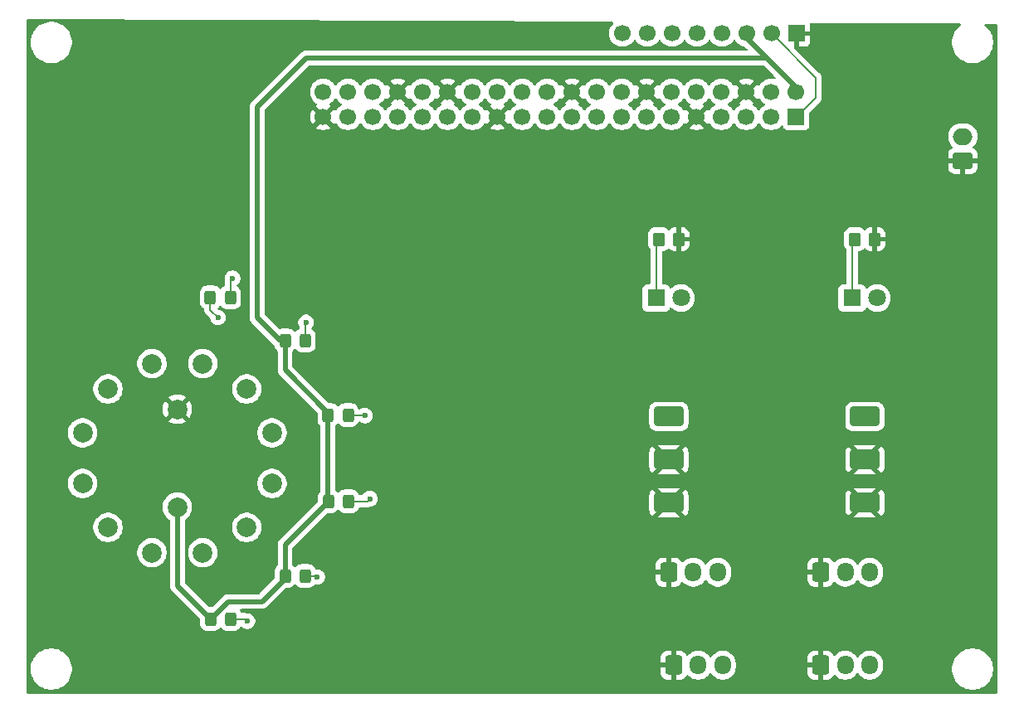
<source format=gbr>
%TF.GenerationSoftware,KiCad,Pcbnew,9.0.6*%
%TF.CreationDate,2025-12-07T15:07:03-05:00*%
%TF.ProjectId,IO_board,494f5f62-6f61-4726-942e-6b696361645f,rev?*%
%TF.SameCoordinates,Original*%
%TF.FileFunction,Copper,L2,Bot*%
%TF.FilePolarity,Positive*%
%FSLAX46Y46*%
G04 Gerber Fmt 4.6, Leading zero omitted, Abs format (unit mm)*
G04 Created by KiCad (PCBNEW 9.0.6) date 2025-12-07 15:07:03*
%MOMM*%
%LPD*%
G01*
G04 APERTURE LIST*
G04 Aperture macros list*
%AMRoundRect*
0 Rectangle with rounded corners*
0 $1 Rounding radius*
0 $2 $3 $4 $5 $6 $7 $8 $9 X,Y pos of 4 corners*
0 Add a 4 corners polygon primitive as box body*
4,1,4,$2,$3,$4,$5,$6,$7,$8,$9,$2,$3,0*
0 Add four circle primitives for the rounded corners*
1,1,$1+$1,$2,$3*
1,1,$1+$1,$4,$5*
1,1,$1+$1,$6,$7*
1,1,$1+$1,$8,$9*
0 Add four rect primitives between the rounded corners*
20,1,$1+$1,$2,$3,$4,$5,0*
20,1,$1+$1,$4,$5,$6,$7,0*
20,1,$1+$1,$6,$7,$8,$9,0*
20,1,$1+$1,$8,$9,$2,$3,0*%
G04 Aperture macros list end*
%TA.AperFunction,ComponentPad*%
%ADD10C,1.700000*%
%TD*%
%TA.AperFunction,ComponentPad*%
%ADD11R,1.700000X1.700000*%
%TD*%
%TA.AperFunction,ComponentPad*%
%ADD12RoundRect,0.250000X-0.600000X-0.725000X0.600000X-0.725000X0.600000X0.725000X-0.600000X0.725000X0*%
%TD*%
%TA.AperFunction,ComponentPad*%
%ADD13O,1.700000X1.950000*%
%TD*%
%TA.AperFunction,ComponentPad*%
%ADD14RoundRect,0.300000X1.200000X0.700000X-1.200000X0.700000X-1.200000X-0.700000X1.200000X-0.700000X0*%
%TD*%
%TA.AperFunction,ComponentPad*%
%ADD15C,1.800000*%
%TD*%
%TA.AperFunction,ComponentPad*%
%ADD16R,1.800000X1.800000*%
%TD*%
%TA.AperFunction,SMDPad,CuDef*%
%ADD17RoundRect,0.250000X-0.350000X-0.450000X0.350000X-0.450000X0.350000X0.450000X-0.350000X0.450000X0*%
%TD*%
%TA.AperFunction,SMDPad,CuDef*%
%ADD18RoundRect,0.250000X0.325000X0.450000X-0.325000X0.450000X-0.325000X-0.450000X0.325000X-0.450000X0*%
%TD*%
%TA.AperFunction,ComponentPad*%
%ADD19C,2.000000*%
%TD*%
%TA.AperFunction,ComponentPad*%
%ADD20RoundRect,0.250000X0.750000X-0.600000X0.750000X0.600000X-0.750000X0.600000X-0.750000X-0.600000X0*%
%TD*%
%TA.AperFunction,ComponentPad*%
%ADD21O,2.000000X1.700000*%
%TD*%
%TA.AperFunction,ViaPad*%
%ADD22C,0.600000*%
%TD*%
%TA.AperFunction,Conductor*%
%ADD23C,0.500000*%
%TD*%
%TA.AperFunction,Conductor*%
%ADD24C,0.200000*%
%TD*%
G04 APERTURE END LIST*
D10*
%TO.P,J2,40,Pin_40*%
%TO.N,Net-(J2-Pin_40)*%
X105740000Y-66460000D03*
%TO.P,J2,39,Pin_39*%
%TO.N,GND*%
X105740000Y-69000000D03*
%TO.P,J2,38,Pin_38*%
%TO.N,Net-(J2-Pin_38)*%
X108280000Y-66460000D03*
%TO.P,J2,37,Pin_37*%
%TO.N,Net-(J2-Pin_37)*%
X108280000Y-69000000D03*
%TO.P,J2,36,Pin_36*%
%TO.N,Net-(J2-Pin_36)*%
X110820000Y-66460000D03*
%TO.P,J2,35,Pin_35*%
%TO.N,Net-(J2-Pin_35)*%
X110820000Y-69000000D03*
%TO.P,J2,34,Pin_34*%
%TO.N,GND*%
X113360000Y-66460000D03*
%TO.P,J2,33,Pin_33*%
%TO.N,/switch_B*%
X113360000Y-69000000D03*
%TO.P,J2,32,Pin_32*%
%TO.N,Net-(J2-Pin_32)*%
X115900000Y-66460000D03*
%TO.P,J2,31,Pin_31*%
%TO.N,/LED6*%
X115900000Y-69000000D03*
%TO.P,J2,30,Pin_30*%
%TO.N,GND*%
X118440000Y-66460000D03*
%TO.P,J2,29,Pin_29*%
%TO.N,/LED1*%
X118440000Y-69000000D03*
%TO.P,J2,28,Pin_28*%
%TO.N,unconnected-(J2-Pin_28-Pad28)*%
X120980000Y-66460000D03*
%TO.P,J2,27,Pin_27*%
%TO.N,unconnected-(J2-Pin_27-Pad27)*%
X120980000Y-69000000D03*
%TO.P,J2,26,Pin_26*%
%TO.N,unconnected-(J2-Pin_26-Pad26)*%
X123520000Y-66460000D03*
%TO.P,J2,25,Pin_25*%
%TO.N,GND*%
X123520000Y-69000000D03*
%TO.P,J2,24,Pin_24*%
%TO.N,unconnected-(J2-Pin_24-Pad24)*%
X126060000Y-66460000D03*
%TO.P,J2,23,Pin_23*%
%TO.N,/button_1*%
X126060000Y-69000000D03*
%TO.P,J2,22,Pin_22*%
%TO.N,unconnected-(J2-Pin_22-Pad22)*%
X128600000Y-66460000D03*
%TO.P,J2,21,Pin_21*%
%TO.N,/LED3*%
X128600000Y-69000000D03*
%TO.P,J2,20,Pin_20*%
%TO.N,GND*%
X131140000Y-66460000D03*
%TO.P,J2,19,Pin_19*%
%TO.N,/button_3*%
X131140000Y-69000000D03*
%TO.P,J2,18,Pin_18*%
%TO.N,/GPIO_24*%
X133680000Y-66460000D03*
%TO.P,J2,17,Pin_17*%
%TO.N,unconnected-(J2-Pin_17-Pad17)*%
X133680000Y-69000000D03*
%TO.P,J2,16,Pin_16*%
%TO.N,/GPIO_23*%
X136220000Y-66460000D03*
%TO.P,J2,15,Pin_15*%
%TO.N,/LED4*%
X136220000Y-69000000D03*
%TO.P,J2,14,Pin_14*%
%TO.N,GND*%
X138760000Y-66460000D03*
%TO.P,J2,13,Pin_13*%
%TO.N,/button_4*%
X138760000Y-69000000D03*
%TO.P,J2,12,Pin_12*%
%TO.N,/GPIO_18*%
X141300000Y-66460000D03*
%TO.P,J2,11,Pin_11*%
%TO.N,/LED2*%
X141300000Y-69000000D03*
%TO.P,J2,10,Pin_10*%
%TO.N,/GPIO_15*%
X143840000Y-66460000D03*
%TO.P,J2,9,Pin_9*%
%TO.N,GND*%
X143840000Y-69000000D03*
%TO.P,J2,8,Pin_8*%
%TO.N,/GPIO_14*%
X146380000Y-66460000D03*
%TO.P,J2,7,Pin_7*%
%TO.N,/button_2*%
X146380000Y-69000000D03*
%TO.P,J2,6,Pin_6*%
%TO.N,GND*%
X148920000Y-66460000D03*
%TO.P,J2,5,Pin_5*%
%TO.N,/switch_W*%
X148920000Y-69000000D03*
%TO.P,J2,4,Pin_4*%
%TO.N,+5V*%
X151460000Y-66460000D03*
%TO.P,J2,3,Pin_3*%
%TO.N,/LED5*%
X151460000Y-69000000D03*
%TO.P,J2,2,Pin_2*%
%TO.N,+5V*%
X154000000Y-66460000D03*
D11*
%TO.P,J2,1,Pin_1*%
%TO.N,+3V3*%
X154000000Y-69000000D03*
%TD*%
%TO.P,J7,1,Pin_1*%
%TO.N,GND*%
X154040000Y-60500000D03*
D10*
%TO.P,J7,2,Pin_2*%
%TO.N,+3V3*%
X151500000Y-60500000D03*
%TO.P,J7,3,Pin_3*%
%TO.N,+5V*%
X148960000Y-60500000D03*
%TO.P,J7,4,Pin_4*%
%TO.N,/GPIO_14*%
X146420000Y-60500000D03*
%TO.P,J7,5,Pin_5*%
%TO.N,/GPIO_15*%
X143880000Y-60500000D03*
%TO.P,J7,6,Pin_6*%
%TO.N,/GPIO_18*%
X141340000Y-60500000D03*
%TO.P,J7,7,Pin_7*%
%TO.N,/GPIO_23*%
X138800000Y-60500000D03*
%TO.P,J7,8,Pin_8*%
%TO.N,/GPIO_24*%
X136260000Y-60500000D03*
%TD*%
D12*
%TO.P,J5,1,Pin_1*%
%TO.N,GND*%
X141500000Y-125000000D03*
D13*
%TO.P,J5,2,Pin_2*%
%TO.N,/LED3*%
X144000000Y-125000000D03*
%TO.P,J5,3,Pin_3*%
%TO.N,/button_3*%
X146500000Y-125000000D03*
%TD*%
%TO.P,J3,3,Pin_3*%
%TO.N,/button_1*%
X146000000Y-115500000D03*
%TO.P,J3,2,Pin_2*%
%TO.N,/LED1*%
X143500000Y-115500000D03*
D12*
%TO.P,J3,1,Pin_1*%
%TO.N,GND*%
X141000000Y-115500000D03*
%TD*%
%TO.P,J4,1,Pin_1*%
%TO.N,GND*%
X156500000Y-115500000D03*
D13*
%TO.P,J4,2,Pin_2*%
%TO.N,/LED2*%
X159000000Y-115500000D03*
%TO.P,J4,3,Pin_3*%
%TO.N,/button_2*%
X161500000Y-115500000D03*
%TD*%
D12*
%TO.P,J6,1,Pin_1*%
%TO.N,GND*%
X156500000Y-125000000D03*
D13*
%TO.P,J6,2,Pin_2*%
%TO.N,/LED4*%
X159000000Y-125000000D03*
%TO.P,J6,3,Pin_3*%
%TO.N,/button_4*%
X161500000Y-125000000D03*
%TD*%
D14*
%TO.P,SW2,1,A*%
%TO.N,/switch_B*%
X141000000Y-99600000D03*
%TO.P,SW2,2,B*%
%TO.N,GND*%
X141000000Y-104000000D03*
%TO.P,SW2,3,C*%
X141000000Y-108400000D03*
%TD*%
D15*
%TO.P,D1,2,A*%
%TO.N,/LED5*%
X162250000Y-87500000D03*
D16*
%TO.P,D1,1,K*%
%TO.N,Net-(D1-K)*%
X159710000Y-87500000D03*
%TD*%
%TO.P,D2,1,K*%
%TO.N,Net-(D2-K)*%
X139710000Y-87500000D03*
D15*
%TO.P,D2,2,A*%
%TO.N,/LED6*%
X142250000Y-87500000D03*
%TD*%
D14*
%TO.P,SW1,3,C*%
%TO.N,GND*%
X161000000Y-108400000D03*
%TO.P,SW1,2,B*%
X161000000Y-104000000D03*
%TO.P,SW1,1,A*%
%TO.N,/switch_W*%
X161000000Y-99600000D03*
%TD*%
D17*
%TO.P,R2,2*%
%TO.N,GND*%
X142000000Y-81500000D03*
%TO.P,R2,1*%
%TO.N,Net-(D2-K)*%
X140000000Y-81500000D03*
%TD*%
%TO.P,R1,1*%
%TO.N,Net-(D1-K)*%
X160000000Y-81500000D03*
%TO.P,R1,2*%
%TO.N,GND*%
X162000000Y-81500000D03*
%TD*%
D18*
%TO.P,D7,1,K*%
%TO.N,Net-(D7-K)*%
X103900364Y-91837864D03*
%TO.P,D7,2,A*%
%TO.N,+5V*%
X101850364Y-91837864D03*
%TD*%
%TO.P,D8,2,A*%
%TO.N,Net-(D12-A)*%
X94220364Y-87437864D03*
%TO.P,D8,1,K*%
%TO.N,Net-(D8-K)*%
X96270364Y-87437864D03*
%TD*%
D19*
%TO.P,SW3,1,1*%
%TO.N,Net-(J2-Pin_32)*%
X81198606Y-101269674D03*
%TO.P,SW3,2,2*%
%TO.N,Net-(J2-Pin_36)*%
X83786864Y-96786864D03*
%TO.P,SW3,3,3*%
%TO.N,Net-(J2-Pin_38)*%
X88269674Y-94198606D03*
%TO.P,SW3,4,4*%
%TO.N,Net-(J2-Pin_40)*%
X93446054Y-94198606D03*
%TO.P,SW3,5,5*%
%TO.N,Net-(J2-Pin_37)*%
X97928864Y-96786864D03*
%TO.P,SW3,6,6*%
%TO.N,Net-(J2-Pin_35)*%
X100517122Y-101269674D03*
%TO.P,SW3,7,7*%
%TO.N,Net-(D12-A)*%
X100517122Y-106446054D03*
%TO.P,SW3,8,8*%
%TO.N,Net-(D11-A)*%
X97928864Y-110928864D03*
%TO.P,SW3,9,9*%
%TO.N,Net-(D10-A)*%
X93446054Y-113517122D03*
%TO.P,SW3,10,10*%
%TO.N,Net-(D10-K)*%
X88269674Y-113517122D03*
%TO.P,SW3,11,11*%
%TO.N,Net-(D9-K)*%
X83786864Y-110928864D03*
%TO.P,SW3,12,12*%
%TO.N,unconnected-(SW3-Pad12)*%
X81198606Y-106446054D03*
%TO.P,SW3,13,13*%
%TO.N,GND*%
X90857864Y-98857864D03*
%TO.P,SW3,14,14*%
%TO.N,+5V*%
X90857864Y-108857864D03*
%TD*%
D18*
%TO.P,D3,1,K*%
%TO.N,Net-(D3-K)*%
X96290364Y-120277864D03*
%TO.P,D3,2,A*%
%TO.N,+5V*%
X94240364Y-120277864D03*
%TD*%
%TO.P,D4,1,K*%
%TO.N,Net-(D4-K)*%
X103900364Y-115877864D03*
%TO.P,D4,2,A*%
%TO.N,+5V*%
X101850364Y-115877864D03*
%TD*%
%TO.P,D5,1,K*%
%TO.N,Net-(D5-K)*%
X108310364Y-108257864D03*
%TO.P,D5,2,A*%
%TO.N,+5V*%
X106260364Y-108257864D03*
%TD*%
%TO.P,D6,1,K*%
%TO.N,Net-(D6-K)*%
X108281103Y-99457940D03*
%TO.P,D6,2,A*%
%TO.N,+5V*%
X106231103Y-99457940D03*
%TD*%
D20*
%TO.P,J1,1,Pin_1*%
%TO.N,GND*%
X171000000Y-73500000D03*
D21*
%TO.P,J1,2,Pin_2*%
%TO.N,+5V*%
X171000000Y-71000000D03*
%TD*%
D22*
%TO.N,GND*%
X94500000Y-82000000D03*
X102500000Y-81000000D03*
X113000000Y-91500000D03*
X121000000Y-105500000D03*
X116500000Y-115000000D03*
X103500000Y-120500000D03*
%TO.N,Net-(D7-K)*%
X104000000Y-90000000D03*
%TO.N,Net-(D5-K)*%
X110500000Y-108000000D03*
%TO.N,Net-(D6-K)*%
X110000000Y-99500000D03*
%TO.N,Net-(D3-K)*%
X98000000Y-120500000D03*
%TO.N,Net-(D8-K)*%
X96500000Y-85500000D03*
%TO.N,Net-(D12-A)*%
X95000000Y-89500000D03*
%TO.N,Net-(D4-K)*%
X105122137Y-116000001D03*
%TD*%
D23*
%TO.N,+5V*%
X148960000Y-60960000D02*
X148960000Y-60500000D01*
X151000000Y-63000000D02*
X104000000Y-63000000D01*
D24*
%TO.N,+3V3*%
X156000000Y-65000000D02*
X151500000Y-60500000D01*
X156000000Y-67040000D02*
X156000000Y-65000000D01*
X154040000Y-69000000D02*
X156000000Y-67040000D01*
D23*
%TO.N,+5V*%
X151000000Y-63000000D02*
X148960000Y-60960000D01*
D24*
%TO.N,Net-(D2-K)*%
X139710000Y-81790000D02*
X140000000Y-81500000D01*
X139710000Y-87500000D02*
X139710000Y-81790000D01*
%TO.N,Net-(D1-K)*%
X159710000Y-81790000D02*
X160000000Y-81500000D01*
X159710000Y-87500000D02*
X159710000Y-81790000D01*
%TO.N,Net-(D7-K)*%
X103900364Y-90099636D02*
X104000000Y-90000000D01*
X103900364Y-91837864D02*
X103900364Y-90099636D01*
%TO.N,Net-(D5-K)*%
X110242136Y-108257864D02*
X110500000Y-108000000D01*
X108310364Y-108257864D02*
X110242136Y-108257864D01*
%TO.N,Net-(D6-K)*%
X109957940Y-99457940D02*
X110000000Y-99500000D01*
X108281103Y-99457940D02*
X109957940Y-99457940D01*
%TO.N,Net-(D3-K)*%
X97777864Y-120277864D02*
X98000000Y-120500000D01*
X96290364Y-120277864D02*
X97777864Y-120277864D01*
%TO.N,Net-(D8-K)*%
X96270364Y-85729636D02*
X96500000Y-85500000D01*
X96270364Y-87437864D02*
X96270364Y-85729636D01*
%TO.N,Net-(D12-A)*%
X94220364Y-88720364D02*
X95000000Y-89500000D01*
X94220364Y-87437864D02*
X94220364Y-88720364D01*
%TO.N,Net-(D4-K)*%
X105000000Y-115877864D02*
X105122137Y-116000001D01*
X103900364Y-115877864D02*
X105000000Y-115877864D01*
%TO.N,+5V*%
X101850364Y-116149636D02*
X101850364Y-115877864D01*
D23*
X99500000Y-118500000D02*
X101850364Y-116149636D01*
X96018228Y-118500000D02*
X99500000Y-118500000D01*
X94240364Y-120277864D02*
X96018228Y-118500000D01*
X101850364Y-94850364D02*
X101850364Y-91837864D01*
D24*
X106231103Y-99457940D02*
X106231103Y-99231103D01*
D23*
X106231103Y-99231103D02*
X101850364Y-94850364D01*
D24*
X106260364Y-107760364D02*
X106231103Y-107731103D01*
X106260364Y-108257864D02*
X106260364Y-107760364D01*
D23*
X106231103Y-107731103D02*
X106231103Y-99457940D01*
X101850364Y-112667864D02*
X106260364Y-108257864D01*
X101850364Y-115877864D02*
X101850364Y-112667864D01*
X90857864Y-116895364D02*
X94240364Y-120277864D01*
X90857864Y-108857864D02*
X90857864Y-116895364D01*
D24*
%TO.N,/LED6*%
X142000000Y-87250000D02*
X142250000Y-87500000D01*
%TO.N,Net-(D2-K)*%
X139500000Y-81500000D02*
X140000000Y-81500000D01*
D23*
%TO.N,+5V*%
X101337864Y-91837864D02*
X101850364Y-91837864D01*
X99000000Y-89500000D02*
X101337864Y-91837864D01*
X99000000Y-68000000D02*
X99000000Y-89500000D01*
X104000000Y-63000000D02*
X99000000Y-68000000D01*
X154040000Y-66040000D02*
X151000000Y-63000000D01*
%TD*%
%TA.AperFunction,Conductor*%
%TO.N,GND*%
G36*
X135250119Y-59301250D02*
G01*
X135317054Y-59321268D01*
X135362545Y-59374300D01*
X135372142Y-59443507D01*
X135342800Y-59506917D01*
X135337176Y-59512928D01*
X135229889Y-59620215D01*
X135104951Y-59792179D01*
X135008444Y-59981585D01*
X134942753Y-60183760D01*
X134941291Y-60192993D01*
X134909500Y-60393713D01*
X134909500Y-60606287D01*
X134942754Y-60816243D01*
X134998998Y-60989344D01*
X135008444Y-61018414D01*
X135104951Y-61207820D01*
X135229890Y-61379786D01*
X135380213Y-61530109D01*
X135552179Y-61655048D01*
X135552181Y-61655049D01*
X135552184Y-61655051D01*
X135741588Y-61751557D01*
X135943757Y-61817246D01*
X136153713Y-61850500D01*
X136153714Y-61850500D01*
X136366286Y-61850500D01*
X136366287Y-61850500D01*
X136576243Y-61817246D01*
X136778412Y-61751557D01*
X136967816Y-61655051D01*
X137054471Y-61592093D01*
X137139786Y-61530109D01*
X137139788Y-61530106D01*
X137139792Y-61530104D01*
X137290104Y-61379792D01*
X137290106Y-61379788D01*
X137290109Y-61379786D01*
X137415048Y-61207820D01*
X137415047Y-61207820D01*
X137415051Y-61207816D01*
X137419514Y-61199054D01*
X137467488Y-61148259D01*
X137535308Y-61131463D01*
X137601444Y-61153999D01*
X137640486Y-61199056D01*
X137644951Y-61207820D01*
X137769890Y-61379786D01*
X137920213Y-61530109D01*
X138092179Y-61655048D01*
X138092181Y-61655049D01*
X138092184Y-61655051D01*
X138281588Y-61751557D01*
X138483757Y-61817246D01*
X138693713Y-61850500D01*
X138693714Y-61850500D01*
X138906286Y-61850500D01*
X138906287Y-61850500D01*
X139116243Y-61817246D01*
X139318412Y-61751557D01*
X139507816Y-61655051D01*
X139594471Y-61592093D01*
X139679786Y-61530109D01*
X139679788Y-61530106D01*
X139679792Y-61530104D01*
X139830104Y-61379792D01*
X139830106Y-61379788D01*
X139830109Y-61379786D01*
X139955048Y-61207820D01*
X139955047Y-61207820D01*
X139955051Y-61207816D01*
X139959514Y-61199054D01*
X140007488Y-61148259D01*
X140075308Y-61131463D01*
X140141444Y-61153999D01*
X140180486Y-61199056D01*
X140184951Y-61207820D01*
X140309890Y-61379786D01*
X140460213Y-61530109D01*
X140632179Y-61655048D01*
X140632181Y-61655049D01*
X140632184Y-61655051D01*
X140821588Y-61751557D01*
X141023757Y-61817246D01*
X141233713Y-61850500D01*
X141233714Y-61850500D01*
X141446286Y-61850500D01*
X141446287Y-61850500D01*
X141656243Y-61817246D01*
X141858412Y-61751557D01*
X142047816Y-61655051D01*
X142134471Y-61592093D01*
X142219786Y-61530109D01*
X142219788Y-61530106D01*
X142219792Y-61530104D01*
X142370104Y-61379792D01*
X142370106Y-61379788D01*
X142370109Y-61379786D01*
X142495048Y-61207820D01*
X142495047Y-61207820D01*
X142495051Y-61207816D01*
X142499514Y-61199054D01*
X142547488Y-61148259D01*
X142615308Y-61131463D01*
X142681444Y-61153999D01*
X142720486Y-61199056D01*
X142724951Y-61207820D01*
X142849890Y-61379786D01*
X143000213Y-61530109D01*
X143172179Y-61655048D01*
X143172181Y-61655049D01*
X143172184Y-61655051D01*
X143361588Y-61751557D01*
X143563757Y-61817246D01*
X143773713Y-61850500D01*
X143773714Y-61850500D01*
X143986286Y-61850500D01*
X143986287Y-61850500D01*
X144196243Y-61817246D01*
X144398412Y-61751557D01*
X144587816Y-61655051D01*
X144674471Y-61592093D01*
X144759786Y-61530109D01*
X144759788Y-61530106D01*
X144759792Y-61530104D01*
X144910104Y-61379792D01*
X144910106Y-61379788D01*
X144910109Y-61379786D01*
X145035048Y-61207820D01*
X145035047Y-61207820D01*
X145035051Y-61207816D01*
X145039514Y-61199054D01*
X145087488Y-61148259D01*
X145155308Y-61131463D01*
X145221444Y-61153999D01*
X145260486Y-61199056D01*
X145264951Y-61207820D01*
X145389890Y-61379786D01*
X145540213Y-61530109D01*
X145712179Y-61655048D01*
X145712181Y-61655049D01*
X145712184Y-61655051D01*
X145901588Y-61751557D01*
X146103757Y-61817246D01*
X146313713Y-61850500D01*
X146313714Y-61850500D01*
X146526286Y-61850500D01*
X146526287Y-61850500D01*
X146736243Y-61817246D01*
X146938412Y-61751557D01*
X147127816Y-61655051D01*
X147214471Y-61592093D01*
X147299786Y-61530109D01*
X147299788Y-61530106D01*
X147299792Y-61530104D01*
X147450104Y-61379792D01*
X147450106Y-61379788D01*
X147450109Y-61379786D01*
X147575048Y-61207820D01*
X147575047Y-61207820D01*
X147575051Y-61207816D01*
X147579514Y-61199054D01*
X147627488Y-61148259D01*
X147695308Y-61131463D01*
X147761444Y-61153999D01*
X147800486Y-61199056D01*
X147804951Y-61207820D01*
X147929890Y-61379786D01*
X148080213Y-61530109D01*
X148252179Y-61655048D01*
X148252181Y-61655049D01*
X148252184Y-61655051D01*
X148337861Y-61698705D01*
X148441583Y-61751555D01*
X148441585Y-61751555D01*
X148441588Y-61751557D01*
X148529206Y-61780026D01*
X148643756Y-61817246D01*
X148694875Y-61825342D01*
X148737183Y-61832043D01*
X148800318Y-61861972D01*
X148805467Y-61866835D01*
X148976451Y-62037819D01*
X149009936Y-62099142D01*
X149004952Y-62168834D01*
X148963080Y-62224767D01*
X148897616Y-62249184D01*
X148888770Y-62249500D01*
X103926080Y-62249500D01*
X103781092Y-62278340D01*
X103781086Y-62278342D01*
X103644508Y-62334914D01*
X103644496Y-62334921D01*
X103595269Y-62367813D01*
X103521588Y-62417044D01*
X103521580Y-62417050D01*
X98417050Y-67521580D01*
X98417044Y-67521588D01*
X98367812Y-67595268D01*
X98367813Y-67595269D01*
X98334921Y-67644496D01*
X98334914Y-67644508D01*
X98278342Y-67781086D01*
X98278340Y-67781092D01*
X98249500Y-67926079D01*
X98249500Y-67926082D01*
X98249500Y-89573918D01*
X98249500Y-89573920D01*
X98249499Y-89573920D01*
X98278340Y-89718907D01*
X98278343Y-89718917D01*
X98334912Y-89855488D01*
X98334915Y-89855494D01*
X98334916Y-89855495D01*
X98343170Y-89867848D01*
X98343171Y-89867851D01*
X98417046Y-89978414D01*
X98417052Y-89978421D01*
X100743484Y-92304852D01*
X100776969Y-92366175D01*
X100779161Y-92379931D01*
X100785365Y-92440661D01*
X100785365Y-92440663D01*
X100825364Y-92561369D01*
X100840550Y-92607198D01*
X100926607Y-92746720D01*
X100932653Y-92756521D01*
X101061815Y-92885683D01*
X101059923Y-92887574D01*
X101093138Y-92934447D01*
X101099864Y-92974731D01*
X101099864Y-94924282D01*
X101099864Y-94924284D01*
X101099863Y-94924284D01*
X101128704Y-95069271D01*
X101128707Y-95069281D01*
X101185278Y-95205856D01*
X101218176Y-95255091D01*
X101218177Y-95255094D01*
X101267410Y-95328778D01*
X101267416Y-95328785D01*
X105119284Y-99180651D01*
X105152769Y-99241974D01*
X105155603Y-99268332D01*
X105155603Y-99957941D01*
X105155604Y-99957959D01*
X105166103Y-100060736D01*
X105166104Y-100060739D01*
X105192627Y-100140778D01*
X105221289Y-100227274D01*
X105307346Y-100366796D01*
X105313392Y-100376597D01*
X105442554Y-100505759D01*
X105440662Y-100507650D01*
X105473877Y-100554523D01*
X105480603Y-100594807D01*
X105480603Y-107149894D01*
X105460918Y-107216933D01*
X105444285Y-107237575D01*
X105342651Y-107339209D01*
X105250551Y-107488527D01*
X105250549Y-107488532D01*
X105235364Y-107534358D01*
X105195365Y-107655067D01*
X105195365Y-107655068D01*
X105195364Y-107655068D01*
X105184864Y-107757847D01*
X105184864Y-108220633D01*
X105165179Y-108287672D01*
X105148545Y-108308314D01*
X101267409Y-112189450D01*
X101237794Y-112233776D01*
X101237792Y-112233779D01*
X101185278Y-112312371D01*
X101128707Y-112448946D01*
X101128704Y-112448956D01*
X101099864Y-112593943D01*
X101099864Y-114740996D01*
X101080179Y-114808035D01*
X101060980Y-114829210D01*
X101061815Y-114830045D01*
X100932653Y-114959206D01*
X100840551Y-115108527D01*
X100840549Y-115108532D01*
X100830613Y-115138518D01*
X100785365Y-115275067D01*
X100785365Y-115275068D01*
X100785364Y-115275068D01*
X100774864Y-115377847D01*
X100774864Y-116112405D01*
X100755179Y-116179444D01*
X100738545Y-116200086D01*
X99225451Y-117713181D01*
X99164128Y-117746666D01*
X99137770Y-117749500D01*
X95944308Y-117749500D01*
X95799320Y-117778340D01*
X95799310Y-117778343D01*
X95662739Y-117834912D01*
X95662726Y-117834919D01*
X95539812Y-117917048D01*
X95539808Y-117917051D01*
X94415815Y-119041045D01*
X94388887Y-119055748D01*
X94363069Y-119072341D01*
X94356868Y-119073232D01*
X94354492Y-119074530D01*
X94328134Y-119077364D01*
X94152593Y-119077364D01*
X94085554Y-119057679D01*
X94064912Y-119041045D01*
X91644683Y-116620815D01*
X91611198Y-116559492D01*
X91608364Y-116533134D01*
X91608364Y-113399024D01*
X91945554Y-113399024D01*
X91945554Y-113635219D01*
X91982500Y-113868490D01*
X92055487Y-114093118D01*
X92162711Y-114303555D01*
X92301537Y-114494632D01*
X92468544Y-114661639D01*
X92659621Y-114800465D01*
X92717675Y-114830045D01*
X92870057Y-114907688D01*
X92870059Y-114907688D01*
X92870062Y-114907690D01*
X92990466Y-114946811D01*
X93094685Y-114980675D01*
X93327957Y-115017622D01*
X93327962Y-115017622D01*
X93564151Y-115017622D01*
X93797422Y-114980675D01*
X93846049Y-114964875D01*
X94022046Y-114907690D01*
X94232487Y-114800465D01*
X94423564Y-114661639D01*
X94590571Y-114494632D01*
X94729397Y-114303555D01*
X94836622Y-114093114D01*
X94909607Y-113868490D01*
X94946554Y-113635219D01*
X94946554Y-113399024D01*
X94909607Y-113165753D01*
X94865528Y-113030093D01*
X94836622Y-112941130D01*
X94836620Y-112941127D01*
X94836620Y-112941125D01*
X94729396Y-112730688D01*
X94590571Y-112539612D01*
X94423564Y-112372605D01*
X94232487Y-112233779D01*
X94190148Y-112212206D01*
X94022050Y-112126555D01*
X93797422Y-112053568D01*
X93564151Y-112016622D01*
X93564146Y-112016622D01*
X93327962Y-112016622D01*
X93327957Y-112016622D01*
X93094685Y-112053568D01*
X92870057Y-112126555D01*
X92659620Y-112233779D01*
X92551451Y-112312369D01*
X92468544Y-112372605D01*
X92468542Y-112372607D01*
X92468541Y-112372607D01*
X92301539Y-112539609D01*
X92301539Y-112539610D01*
X92301537Y-112539612D01*
X92262063Y-112593943D01*
X92162711Y-112730688D01*
X92055487Y-112941125D01*
X91982500Y-113165753D01*
X91945554Y-113399024D01*
X91608364Y-113399024D01*
X91608364Y-110810766D01*
X96428364Y-110810766D01*
X96428364Y-111046961D01*
X96465310Y-111280232D01*
X96538297Y-111504860D01*
X96645521Y-111715297D01*
X96784347Y-111906374D01*
X96951354Y-112073381D01*
X97142431Y-112212207D01*
X97241855Y-112262866D01*
X97352867Y-112319430D01*
X97352869Y-112319430D01*
X97352872Y-112319432D01*
X97473276Y-112358553D01*
X97577495Y-112392417D01*
X97810767Y-112429364D01*
X97810772Y-112429364D01*
X98046961Y-112429364D01*
X98280232Y-112392417D01*
X98504856Y-112319432D01*
X98715297Y-112212207D01*
X98906374Y-112073381D01*
X99073381Y-111906374D01*
X99212207Y-111715297D01*
X99319432Y-111504856D01*
X99392417Y-111280232D01*
X99429364Y-111046961D01*
X99429364Y-110810766D01*
X99392417Y-110577495D01*
X99319430Y-110352867D01*
X99234155Y-110185507D01*
X99212207Y-110142431D01*
X99073381Y-109951354D01*
X98906374Y-109784347D01*
X98715297Y-109645521D01*
X98712895Y-109644297D01*
X98504860Y-109538297D01*
X98280232Y-109465310D01*
X98046961Y-109428364D01*
X98046956Y-109428364D01*
X97810772Y-109428364D01*
X97810767Y-109428364D01*
X97577495Y-109465310D01*
X97352867Y-109538297D01*
X97142430Y-109645521D01*
X97033414Y-109724726D01*
X96951354Y-109784347D01*
X96951352Y-109784349D01*
X96951351Y-109784349D01*
X96784349Y-109951351D01*
X96784349Y-109951352D01*
X96784347Y-109951354D01*
X96747276Y-110002378D01*
X96645521Y-110142430D01*
X96538297Y-110352867D01*
X96465310Y-110577495D01*
X96428364Y-110810766D01*
X91608364Y-110810766D01*
X91608364Y-110230495D01*
X91628049Y-110163456D01*
X91659478Y-110130177D01*
X91835374Y-110002381D01*
X92002381Y-109835374D01*
X92141207Y-109644297D01*
X92248432Y-109433856D01*
X92321417Y-109209232D01*
X92327496Y-109170853D01*
X92358364Y-108975961D01*
X92358364Y-108739766D01*
X92321417Y-108506495D01*
X92265426Y-108334174D01*
X92248432Y-108281872D01*
X92248430Y-108281869D01*
X92248430Y-108281867D01*
X92141206Y-108071430D01*
X92002381Y-107880354D01*
X91835374Y-107713347D01*
X91644297Y-107574521D01*
X91433860Y-107467297D01*
X91209232Y-107394310D01*
X90975961Y-107357364D01*
X90975956Y-107357364D01*
X90739772Y-107357364D01*
X90739767Y-107357364D01*
X90506495Y-107394310D01*
X90281867Y-107467297D01*
X90071430Y-107574521D01*
X89995855Y-107629430D01*
X89880354Y-107713347D01*
X89880352Y-107713349D01*
X89880351Y-107713349D01*
X89713349Y-107880351D01*
X89713349Y-107880352D01*
X89713347Y-107880354D01*
X89683701Y-107921158D01*
X89574521Y-108071430D01*
X89467297Y-108281867D01*
X89394310Y-108506495D01*
X89357364Y-108739766D01*
X89357364Y-108975961D01*
X89394310Y-109209232D01*
X89467297Y-109433860D01*
X89520511Y-109538297D01*
X89574521Y-109644297D01*
X89713347Y-109835374D01*
X89880354Y-110002381D01*
X90056250Y-110130177D01*
X90098915Y-110185507D01*
X90107364Y-110230495D01*
X90107364Y-116969282D01*
X90107364Y-116969284D01*
X90107363Y-116969284D01*
X90136204Y-117114271D01*
X90136207Y-117114281D01*
X90192778Y-117250856D01*
X90225676Y-117300091D01*
X90225677Y-117300094D01*
X90274910Y-117373778D01*
X90274916Y-117373785D01*
X93128545Y-120227412D01*
X93162030Y-120288735D01*
X93164864Y-120315093D01*
X93164864Y-120777865D01*
X93164865Y-120777883D01*
X93175364Y-120880660D01*
X93175365Y-120880663D01*
X93230549Y-121047195D01*
X93230550Y-121047198D01*
X93322652Y-121196520D01*
X93446708Y-121320576D01*
X93596030Y-121412678D01*
X93762567Y-121467863D01*
X93865355Y-121478364D01*
X94615372Y-121478363D01*
X94615380Y-121478362D01*
X94615383Y-121478362D01*
X94671666Y-121472612D01*
X94718161Y-121467863D01*
X94884698Y-121412678D01*
X95034020Y-121320576D01*
X95158076Y-121196520D01*
X95159825Y-121193683D01*
X95161533Y-121192147D01*
X95162557Y-121190853D01*
X95162778Y-121191027D01*
X95211770Y-121146960D01*
X95280732Y-121135736D01*
X95344815Y-121163577D01*
X95370901Y-121193681D01*
X95372652Y-121196520D01*
X95496708Y-121320576D01*
X95646030Y-121412678D01*
X95812567Y-121467863D01*
X95915355Y-121478364D01*
X96665372Y-121478363D01*
X96665380Y-121478362D01*
X96665383Y-121478362D01*
X96721666Y-121472612D01*
X96768161Y-121467863D01*
X96934698Y-121412678D01*
X97084020Y-121320576D01*
X97208076Y-121196520D01*
X97261701Y-121109579D01*
X97313645Y-121062857D01*
X97382607Y-121051634D01*
X97446689Y-121079477D01*
X97454918Y-121086997D01*
X97489707Y-121121786D01*
X97489711Y-121121789D01*
X97620814Y-121209390D01*
X97620827Y-121209397D01*
X97766498Y-121269735D01*
X97766503Y-121269737D01*
X97921153Y-121300499D01*
X97921156Y-121300500D01*
X97921158Y-121300500D01*
X98078844Y-121300500D01*
X98078845Y-121300499D01*
X98233497Y-121269737D01*
X98379179Y-121209394D01*
X98510289Y-121121789D01*
X98621789Y-121010289D01*
X98709394Y-120879179D01*
X98769737Y-120733497D01*
X98800500Y-120578842D01*
X98800500Y-120421158D01*
X98800500Y-120421155D01*
X98800499Y-120421153D01*
X98769738Y-120266510D01*
X98769737Y-120266503D01*
X98753545Y-120227412D01*
X98709397Y-120120827D01*
X98709390Y-120120814D01*
X98621789Y-119989711D01*
X98621786Y-119989707D01*
X98510292Y-119878213D01*
X98510288Y-119878210D01*
X98379185Y-119790609D01*
X98379172Y-119790602D01*
X98233501Y-119730264D01*
X98233489Y-119730261D01*
X98078845Y-119699500D01*
X98078842Y-119699500D01*
X97955862Y-119699500D01*
X97923769Y-119695275D01*
X97897538Y-119688246D01*
X97856921Y-119677363D01*
X97698807Y-119677363D01*
X97691211Y-119677363D01*
X97691195Y-119677364D01*
X97445665Y-119677364D01*
X97378626Y-119657679D01*
X97332871Y-119604875D01*
X97327959Y-119592368D01*
X97300178Y-119508530D01*
X97300174Y-119508523D01*
X97257660Y-119439596D01*
X97239220Y-119372204D01*
X97260143Y-119305540D01*
X97313785Y-119260771D01*
X97363199Y-119250500D01*
X99573920Y-119250500D01*
X99671462Y-119231096D01*
X99718913Y-119221658D01*
X99855495Y-119165084D01*
X99904729Y-119132186D01*
X99978416Y-119082952D01*
X101946684Y-117114681D01*
X102008007Y-117081197D01*
X102034365Y-117078363D01*
X102225366Y-117078363D01*
X102225372Y-117078363D01*
X102328161Y-117067863D01*
X102494698Y-117012678D01*
X102644020Y-116920576D01*
X102768076Y-116796520D01*
X102769825Y-116793683D01*
X102771533Y-116792147D01*
X102772557Y-116790853D01*
X102772778Y-116791027D01*
X102821770Y-116746960D01*
X102890732Y-116735736D01*
X102954815Y-116763577D01*
X102980901Y-116793681D01*
X102982652Y-116796520D01*
X103106708Y-116920576D01*
X103256030Y-117012678D01*
X103422567Y-117067863D01*
X103525355Y-117078364D01*
X104275372Y-117078363D01*
X104275380Y-117078362D01*
X104275383Y-117078362D01*
X104331666Y-117072612D01*
X104378161Y-117067863D01*
X104544698Y-117012678D01*
X104694020Y-116920576D01*
X104805257Y-116809338D01*
X104866576Y-116775856D01*
X104917126Y-116775405D01*
X105043290Y-116800500D01*
X105043293Y-116800501D01*
X105043295Y-116800501D01*
X105200981Y-116800501D01*
X105200982Y-116800500D01*
X105355634Y-116769738D01*
X105501316Y-116709395D01*
X105632426Y-116621790D01*
X105743926Y-116510290D01*
X105831531Y-116379180D01*
X105891874Y-116233498D01*
X105922637Y-116078843D01*
X105922637Y-115921159D01*
X105922637Y-115921156D01*
X105922636Y-115921154D01*
X105891875Y-115766511D01*
X105891874Y-115766504D01*
X105831531Y-115620822D01*
X105831530Y-115620821D01*
X105831527Y-115620815D01*
X105743926Y-115489712D01*
X105743923Y-115489708D01*
X105632429Y-115378214D01*
X105632425Y-115378211D01*
X105501322Y-115290610D01*
X105501309Y-115290603D01*
X105355638Y-115230265D01*
X105355626Y-115230262D01*
X105200982Y-115199501D01*
X105200979Y-115199501D01*
X105043295Y-115199501D01*
X105043292Y-115199501D01*
X105042246Y-115199604D01*
X105041703Y-115199501D01*
X105037204Y-115199501D01*
X105037204Y-115198647D01*
X104973600Y-115186584D01*
X104922891Y-115138518D01*
X104912391Y-115115209D01*
X104910178Y-115108530D01*
X104818076Y-114959208D01*
X104694020Y-114835152D01*
X104680972Y-114827104D01*
X104544704Y-114743053D01*
X104544699Y-114743051D01*
X104544698Y-114743050D01*
X104490266Y-114725013D01*
X139650000Y-114725013D01*
X139650000Y-115250000D01*
X140595854Y-115250000D01*
X140557370Y-115316657D01*
X140525000Y-115437465D01*
X140525000Y-115562535D01*
X140557370Y-115683343D01*
X140595854Y-115750000D01*
X139650001Y-115750000D01*
X139650001Y-116274986D01*
X139660494Y-116377697D01*
X139715641Y-116544119D01*
X139715643Y-116544124D01*
X139807684Y-116693345D01*
X139931654Y-116817315D01*
X140080875Y-116909356D01*
X140080880Y-116909358D01*
X140247302Y-116964505D01*
X140247309Y-116964506D01*
X140350019Y-116974999D01*
X140749999Y-116974999D01*
X140750000Y-116974998D01*
X140750000Y-115904145D01*
X140816657Y-115942630D01*
X140937465Y-115975000D01*
X141062535Y-115975000D01*
X141183343Y-115942630D01*
X141250000Y-115904145D01*
X141250000Y-116974999D01*
X141649972Y-116974999D01*
X141649986Y-116974998D01*
X141752697Y-116964505D01*
X141919119Y-116909358D01*
X141919124Y-116909356D01*
X142068345Y-116817315D01*
X142192317Y-116693343D01*
X142287815Y-116538516D01*
X142339763Y-116491791D01*
X142408725Y-116480568D01*
X142472808Y-116508412D01*
X142481035Y-116515931D01*
X142620213Y-116655109D01*
X142792179Y-116780048D01*
X142792181Y-116780049D01*
X142792184Y-116780051D01*
X142981588Y-116876557D01*
X143183757Y-116942246D01*
X143393713Y-116975500D01*
X143393714Y-116975500D01*
X143606286Y-116975500D01*
X143606287Y-116975500D01*
X143816243Y-116942246D01*
X144018412Y-116876557D01*
X144207816Y-116780051D01*
X144268811Y-116735736D01*
X144379786Y-116655109D01*
X144379788Y-116655106D01*
X144379792Y-116655104D01*
X144530104Y-116504792D01*
X144649683Y-116340204D01*
X144705011Y-116297540D01*
X144774624Y-116291561D01*
X144836420Y-116324166D01*
X144850313Y-116340199D01*
X144878639Y-116379186D01*
X144969896Y-116504792D01*
X145120213Y-116655109D01*
X145292179Y-116780048D01*
X145292181Y-116780049D01*
X145292184Y-116780051D01*
X145481588Y-116876557D01*
X145683757Y-116942246D01*
X145893713Y-116975500D01*
X145893714Y-116975500D01*
X146106286Y-116975500D01*
X146106287Y-116975500D01*
X146316243Y-116942246D01*
X146518412Y-116876557D01*
X146707816Y-116780051D01*
X146768811Y-116735736D01*
X146879786Y-116655109D01*
X146879788Y-116655106D01*
X146879792Y-116655104D01*
X147030104Y-116504792D01*
X147030106Y-116504788D01*
X147030109Y-116504786D01*
X147155048Y-116332820D01*
X147155047Y-116332820D01*
X147155051Y-116332816D01*
X147251557Y-116143412D01*
X147317246Y-115941243D01*
X147350500Y-115731287D01*
X147350500Y-115268713D01*
X147317246Y-115058757D01*
X147251557Y-114856588D01*
X147250000Y-114853532D01*
X147211597Y-114778160D01*
X147211596Y-114778159D01*
X147184516Y-114725013D01*
X155150000Y-114725013D01*
X155150000Y-115250000D01*
X156095854Y-115250000D01*
X156057370Y-115316657D01*
X156025000Y-115437465D01*
X156025000Y-115562535D01*
X156057370Y-115683343D01*
X156095854Y-115750000D01*
X155150001Y-115750000D01*
X155150001Y-116274986D01*
X155160494Y-116377697D01*
X155215641Y-116544119D01*
X155215643Y-116544124D01*
X155307684Y-116693345D01*
X155431654Y-116817315D01*
X155580875Y-116909356D01*
X155580880Y-116909358D01*
X155747302Y-116964505D01*
X155747309Y-116964506D01*
X155850019Y-116974999D01*
X156249999Y-116974999D01*
X156250000Y-116974998D01*
X156250000Y-115904145D01*
X156316657Y-115942630D01*
X156437465Y-115975000D01*
X156562535Y-115975000D01*
X156683343Y-115942630D01*
X156750000Y-115904145D01*
X156750000Y-116974999D01*
X157149972Y-116974999D01*
X157149986Y-116974998D01*
X157252697Y-116964505D01*
X157419119Y-116909358D01*
X157419124Y-116909356D01*
X157568345Y-116817315D01*
X157692317Y-116693343D01*
X157787815Y-116538516D01*
X157839763Y-116491791D01*
X157908725Y-116480568D01*
X157972808Y-116508412D01*
X157981035Y-116515931D01*
X158120213Y-116655109D01*
X158292179Y-116780048D01*
X158292181Y-116780049D01*
X158292184Y-116780051D01*
X158481588Y-116876557D01*
X158683757Y-116942246D01*
X158893713Y-116975500D01*
X158893714Y-116975500D01*
X159106286Y-116975500D01*
X159106287Y-116975500D01*
X159316243Y-116942246D01*
X159518412Y-116876557D01*
X159707816Y-116780051D01*
X159768811Y-116735736D01*
X159879786Y-116655109D01*
X159879788Y-116655106D01*
X159879792Y-116655104D01*
X160030104Y-116504792D01*
X160149683Y-116340204D01*
X160205011Y-116297540D01*
X160274624Y-116291561D01*
X160336420Y-116324166D01*
X160350313Y-116340199D01*
X160378639Y-116379186D01*
X160469896Y-116504792D01*
X160620213Y-116655109D01*
X160792179Y-116780048D01*
X160792181Y-116780049D01*
X160792184Y-116780051D01*
X160981588Y-116876557D01*
X161183757Y-116942246D01*
X161393713Y-116975500D01*
X161393714Y-116975500D01*
X161606286Y-116975500D01*
X161606287Y-116975500D01*
X161816243Y-116942246D01*
X162018412Y-116876557D01*
X162207816Y-116780051D01*
X162268811Y-116735736D01*
X162379786Y-116655109D01*
X162379788Y-116655106D01*
X162379792Y-116655104D01*
X162530104Y-116504792D01*
X162530106Y-116504788D01*
X162530109Y-116504786D01*
X162655048Y-116332820D01*
X162655047Y-116332820D01*
X162655051Y-116332816D01*
X162751557Y-116143412D01*
X162817246Y-115941243D01*
X162850500Y-115731287D01*
X162850500Y-115268713D01*
X162817246Y-115058757D01*
X162751557Y-114856588D01*
X162655051Y-114667184D01*
X162655049Y-114667181D01*
X162655048Y-114667179D01*
X162530109Y-114495213D01*
X162379786Y-114344890D01*
X162207820Y-114219951D01*
X162018414Y-114123444D01*
X162018413Y-114123443D01*
X162018412Y-114123443D01*
X161816243Y-114057754D01*
X161816241Y-114057753D01*
X161816240Y-114057753D01*
X161654957Y-114032208D01*
X161606287Y-114024500D01*
X161393713Y-114024500D01*
X161345042Y-114032208D01*
X161183760Y-114057753D01*
X160981585Y-114123444D01*
X160792179Y-114219951D01*
X160620213Y-114344890D01*
X160469894Y-114495209D01*
X160469890Y-114495214D01*
X160350318Y-114659793D01*
X160294989Y-114702459D01*
X160225375Y-114708438D01*
X160163580Y-114675833D01*
X160149682Y-114659793D01*
X160030109Y-114495214D01*
X160030105Y-114495209D01*
X159879786Y-114344890D01*
X159707820Y-114219951D01*
X159518414Y-114123444D01*
X159518413Y-114123443D01*
X159518412Y-114123443D01*
X159316243Y-114057754D01*
X159316241Y-114057753D01*
X159316240Y-114057753D01*
X159154957Y-114032208D01*
X159106287Y-114024500D01*
X158893713Y-114024500D01*
X158845042Y-114032208D01*
X158683760Y-114057753D01*
X158481585Y-114123444D01*
X158292179Y-114219951D01*
X158120215Y-114344889D01*
X157981035Y-114484069D01*
X157919712Y-114517553D01*
X157850020Y-114512569D01*
X157794087Y-114470697D01*
X157787815Y-114461484D01*
X157692315Y-114306654D01*
X157568345Y-114182684D01*
X157419124Y-114090643D01*
X157419119Y-114090641D01*
X157252697Y-114035494D01*
X157252690Y-114035493D01*
X157149986Y-114025000D01*
X156750000Y-114025000D01*
X156750000Y-115095854D01*
X156683343Y-115057370D01*
X156562535Y-115025000D01*
X156437465Y-115025000D01*
X156316657Y-115057370D01*
X156250000Y-115095854D01*
X156250000Y-114025000D01*
X155850028Y-114025000D01*
X155850012Y-114025001D01*
X155747302Y-114035494D01*
X155580880Y-114090641D01*
X155580875Y-114090643D01*
X155431654Y-114182684D01*
X155307684Y-114306654D01*
X155215643Y-114455875D01*
X155215641Y-114455880D01*
X155160494Y-114622302D01*
X155160493Y-114622309D01*
X155150000Y-114725013D01*
X147184516Y-114725013D01*
X147165588Y-114687865D01*
X147155051Y-114667184D01*
X147122443Y-114622302D01*
X147030109Y-114495213D01*
X146879786Y-114344890D01*
X146707820Y-114219951D01*
X146518414Y-114123444D01*
X146518413Y-114123443D01*
X146518412Y-114123443D01*
X146316243Y-114057754D01*
X146316241Y-114057753D01*
X146316240Y-114057753D01*
X146154957Y-114032208D01*
X146106287Y-114024500D01*
X145893713Y-114024500D01*
X145845042Y-114032208D01*
X145683760Y-114057753D01*
X145481585Y-114123444D01*
X145292179Y-114219951D01*
X145120213Y-114344890D01*
X144969894Y-114495209D01*
X144969890Y-114495214D01*
X144850318Y-114659793D01*
X144794989Y-114702459D01*
X144725375Y-114708438D01*
X144663580Y-114675833D01*
X144649682Y-114659793D01*
X144530109Y-114495214D01*
X144530105Y-114495209D01*
X144379786Y-114344890D01*
X144207820Y-114219951D01*
X144018414Y-114123444D01*
X144018413Y-114123443D01*
X144018412Y-114123443D01*
X143816243Y-114057754D01*
X143816241Y-114057753D01*
X143816240Y-114057753D01*
X143654957Y-114032208D01*
X143606287Y-114024500D01*
X143393713Y-114024500D01*
X143345042Y-114032208D01*
X143183760Y-114057753D01*
X142981585Y-114123444D01*
X142792179Y-114219951D01*
X142620215Y-114344889D01*
X142481035Y-114484069D01*
X142419712Y-114517553D01*
X142350020Y-114512569D01*
X142294087Y-114470697D01*
X142287815Y-114461484D01*
X142192315Y-114306654D01*
X142068345Y-114182684D01*
X141919124Y-114090643D01*
X141919119Y-114090641D01*
X141752697Y-114035494D01*
X141752690Y-114035493D01*
X141649986Y-114025000D01*
X141250000Y-114025000D01*
X141250000Y-115095854D01*
X141183343Y-115057370D01*
X141062535Y-115025000D01*
X140937465Y-115025000D01*
X140816657Y-115057370D01*
X140750000Y-115095854D01*
X140750000Y-114025000D01*
X140350028Y-114025000D01*
X140350012Y-114025001D01*
X140247302Y-114035494D01*
X140080880Y-114090641D01*
X140080875Y-114090643D01*
X139931654Y-114182684D01*
X139807684Y-114306654D01*
X139715643Y-114455875D01*
X139715641Y-114455880D01*
X139660494Y-114622302D01*
X139660493Y-114622309D01*
X139650000Y-114725013D01*
X104490266Y-114725013D01*
X104378161Y-114687865D01*
X104378159Y-114687864D01*
X104275374Y-114677364D01*
X103525362Y-114677364D01*
X103525344Y-114677365D01*
X103422567Y-114687864D01*
X103422564Y-114687865D01*
X103256032Y-114743049D01*
X103256027Y-114743051D01*
X103106706Y-114835153D01*
X102982649Y-114959210D01*
X102980901Y-114962046D01*
X102979193Y-114963581D01*
X102978171Y-114964875D01*
X102977949Y-114964700D01*
X102928953Y-115008769D01*
X102859990Y-115019990D01*
X102795908Y-114992146D01*
X102786137Y-114983055D01*
X102776847Y-114973429D01*
X102768076Y-114959208D01*
X102644020Y-114835152D01*
X102642497Y-114834212D01*
X102635637Y-114827104D01*
X102623145Y-114803227D01*
X102607576Y-114781239D01*
X102605673Y-114769830D01*
X102603248Y-114765195D01*
X102603824Y-114758746D01*
X102600864Y-114740996D01*
X102600864Y-113030093D01*
X102620549Y-112963054D01*
X102637178Y-112942417D01*
X106084913Y-109494681D01*
X106146236Y-109461197D01*
X106172594Y-109458363D01*
X106635366Y-109458363D01*
X106635372Y-109458363D01*
X106738161Y-109447863D01*
X106904698Y-109392678D01*
X107054020Y-109300576D01*
X107178076Y-109176520D01*
X107179825Y-109173683D01*
X107181533Y-109172147D01*
X107182557Y-109170853D01*
X107182778Y-109171027D01*
X107231770Y-109126960D01*
X107300732Y-109115736D01*
X107364815Y-109143577D01*
X107390901Y-109173681D01*
X107392652Y-109176520D01*
X107516708Y-109300576D01*
X107666030Y-109392678D01*
X107832567Y-109447863D01*
X107935355Y-109458364D01*
X108685372Y-109458363D01*
X108685380Y-109458362D01*
X108685383Y-109458362D01*
X108741666Y-109452612D01*
X108788161Y-109447863D01*
X108954698Y-109392678D01*
X109104020Y-109300576D01*
X109228076Y-109176520D01*
X109320178Y-109027198D01*
X109347959Y-108943359D01*
X109387732Y-108885915D01*
X109452248Y-108859092D01*
X109465665Y-108858364D01*
X110155467Y-108858364D01*
X110155483Y-108858365D01*
X110163079Y-108858365D01*
X110321190Y-108858365D01*
X110321193Y-108858365D01*
X110473921Y-108817441D01*
X110474493Y-108817110D01*
X110475128Y-108816940D01*
X110481425Y-108814332D01*
X110481768Y-108815161D01*
X110536489Y-108800500D01*
X110578844Y-108800500D01*
X110578845Y-108800499D01*
X110733497Y-108769737D01*
X110879179Y-108709394D01*
X111010289Y-108621789D01*
X111121789Y-108510289D01*
X111209394Y-108379179D01*
X111269737Y-108233497D01*
X111300500Y-108078842D01*
X111300500Y-107921158D01*
X111300500Y-107921155D01*
X111300499Y-107921153D01*
X111296291Y-107900000D01*
X111269737Y-107766503D01*
X111228968Y-107668078D01*
X111223580Y-107655069D01*
X139000000Y-107655069D01*
X139000000Y-109144930D01*
X139015122Y-109279141D01*
X139074663Y-109449301D01*
X139170577Y-109601948D01*
X139298049Y-109729420D01*
X139298053Y-109729423D01*
X139309702Y-109736743D01*
X139309704Y-109736743D01*
X140226819Y-108819628D01*
X140307007Y-108865925D01*
X140434174Y-108900000D01*
X140853552Y-108900000D01*
X139853551Y-109899999D01*
X139853552Y-109900000D01*
X142146448Y-109900000D01*
X142146448Y-109899999D01*
X141146448Y-108900000D01*
X141565826Y-108900000D01*
X141692993Y-108865925D01*
X141773180Y-108819628D01*
X142690294Y-109736743D01*
X142701947Y-109729423D01*
X142701950Y-109729420D01*
X142829423Y-109601946D01*
X142925336Y-109449301D01*
X142984877Y-109279141D01*
X142999999Y-109144930D01*
X143000000Y-109144930D01*
X143000000Y-107655070D01*
X142999999Y-107655069D01*
X159000000Y-107655069D01*
X159000000Y-109144930D01*
X159015122Y-109279141D01*
X159074663Y-109449301D01*
X159170577Y-109601948D01*
X159298049Y-109729420D01*
X159298053Y-109729423D01*
X159309702Y-109736743D01*
X159309704Y-109736743D01*
X160226819Y-108819628D01*
X160307007Y-108865925D01*
X160434174Y-108900000D01*
X160853552Y-108900000D01*
X159853551Y-109899999D01*
X159853552Y-109900000D01*
X162146448Y-109900000D01*
X162146448Y-109899999D01*
X161146448Y-108900000D01*
X161565826Y-108900000D01*
X161692993Y-108865925D01*
X161773180Y-108819628D01*
X162690294Y-109736743D01*
X162701947Y-109729423D01*
X162701950Y-109729420D01*
X162829423Y-109601946D01*
X162925336Y-109449301D01*
X162984877Y-109279141D01*
X162999999Y-109144930D01*
X163000000Y-109144930D01*
X163000000Y-107655070D01*
X162999999Y-107655069D01*
X162984877Y-107520858D01*
X162925336Y-107350698D01*
X162829423Y-107198053D01*
X162701948Y-107070577D01*
X162690296Y-107063255D01*
X162690295Y-107063255D01*
X161773179Y-107980370D01*
X161692993Y-107934075D01*
X161565826Y-107900000D01*
X161146448Y-107900000D01*
X162146448Y-106900000D01*
X159853551Y-106900000D01*
X160853552Y-107900000D01*
X160434174Y-107900000D01*
X160307007Y-107934075D01*
X160226819Y-107980371D01*
X159309703Y-107063255D01*
X159309702Y-107063255D01*
X159298052Y-107070576D01*
X159170576Y-107198053D01*
X159074663Y-107350698D01*
X159015122Y-107520858D01*
X159000000Y-107655069D01*
X142999999Y-107655069D01*
X142984877Y-107520858D01*
X142925336Y-107350698D01*
X142829423Y-107198053D01*
X142701948Y-107070577D01*
X142690296Y-107063255D01*
X142690295Y-107063255D01*
X141773179Y-107980370D01*
X141692993Y-107934075D01*
X141565826Y-107900000D01*
X141146448Y-107900000D01*
X142146448Y-106900000D01*
X139853551Y-106900000D01*
X140853552Y-107900000D01*
X140434174Y-107900000D01*
X140307007Y-107934075D01*
X140226819Y-107980371D01*
X139309703Y-107063255D01*
X139309702Y-107063255D01*
X139298052Y-107070576D01*
X139170576Y-107198053D01*
X139074663Y-107350698D01*
X139015122Y-107520858D01*
X139000000Y-107655069D01*
X111223580Y-107655069D01*
X111209397Y-107620826D01*
X111209390Y-107620814D01*
X111121789Y-107489711D01*
X111121786Y-107489707D01*
X111010292Y-107378213D01*
X111010288Y-107378210D01*
X110879185Y-107290609D01*
X110879172Y-107290602D01*
X110733501Y-107230264D01*
X110733489Y-107230261D01*
X110578845Y-107199500D01*
X110578842Y-107199500D01*
X110421158Y-107199500D01*
X110421155Y-107199500D01*
X110266510Y-107230261D01*
X110266498Y-107230264D01*
X110120827Y-107290602D01*
X110120814Y-107290609D01*
X109989711Y-107378210D01*
X109989707Y-107378213D01*
X109878213Y-107489707D01*
X109878210Y-107489711D01*
X109803011Y-107602255D01*
X109796919Y-107607345D01*
X109793622Y-107614567D01*
X109770494Y-107629430D01*
X109749399Y-107647060D01*
X109740024Y-107649011D01*
X109734844Y-107652341D01*
X109699909Y-107657364D01*
X109465665Y-107657364D01*
X109398626Y-107637679D01*
X109352871Y-107584875D01*
X109347959Y-107572368D01*
X109320569Y-107489711D01*
X109320178Y-107488530D01*
X109228076Y-107339208D01*
X109104020Y-107215152D01*
X108954698Y-107123050D01*
X108788161Y-107067865D01*
X108788159Y-107067864D01*
X108685374Y-107057364D01*
X107935362Y-107057364D01*
X107935344Y-107057365D01*
X107832567Y-107067864D01*
X107832564Y-107067865D01*
X107666032Y-107123049D01*
X107666027Y-107123051D01*
X107516706Y-107215153D01*
X107392649Y-107339210D01*
X107390901Y-107342046D01*
X107389193Y-107343581D01*
X107388171Y-107344875D01*
X107387949Y-107344700D01*
X107338953Y-107388769D01*
X107269990Y-107399990D01*
X107205908Y-107372146D01*
X107179827Y-107342046D01*
X107178078Y-107339210D01*
X107054020Y-107215152D01*
X107054017Y-107215150D01*
X107040502Y-107206813D01*
X107033680Y-107199228D01*
X107024400Y-107194990D01*
X107010710Y-107173688D01*
X106993780Y-107154864D01*
X106991136Y-107143230D01*
X106986626Y-107136212D01*
X106981603Y-107101277D01*
X106981603Y-103255069D01*
X139000000Y-103255069D01*
X139000000Y-104744930D01*
X139015122Y-104879141D01*
X139074663Y-105049301D01*
X139170577Y-105201948D01*
X139298049Y-105329420D01*
X139298053Y-105329423D01*
X139309702Y-105336743D01*
X139309704Y-105336743D01*
X140226819Y-104419628D01*
X140307007Y-104465925D01*
X140434174Y-104500000D01*
X140853552Y-104500000D01*
X139853551Y-105499999D01*
X139853552Y-105500000D01*
X142146448Y-105500000D01*
X142146448Y-105499999D01*
X141146448Y-104500000D01*
X141565826Y-104500000D01*
X141692993Y-104465925D01*
X141773180Y-104419628D01*
X142690294Y-105336743D01*
X142701947Y-105329423D01*
X142701950Y-105329420D01*
X142829423Y-105201946D01*
X142925336Y-105049301D01*
X142984877Y-104879141D01*
X142999999Y-104744930D01*
X143000000Y-104744930D01*
X143000000Y-103255070D01*
X142999999Y-103255069D01*
X159000000Y-103255069D01*
X159000000Y-104744930D01*
X159015122Y-104879141D01*
X159074663Y-105049301D01*
X159170577Y-105201948D01*
X159298049Y-105329420D01*
X159298053Y-105329423D01*
X159309702Y-105336743D01*
X159309704Y-105336743D01*
X160226819Y-104419628D01*
X160307007Y-104465925D01*
X160434174Y-104500000D01*
X160853552Y-104500000D01*
X159853551Y-105499999D01*
X159853552Y-105500000D01*
X162146448Y-105500000D01*
X162146448Y-105499999D01*
X161146448Y-104500000D01*
X161565826Y-104500000D01*
X161692993Y-104465925D01*
X161773180Y-104419628D01*
X162690294Y-105336743D01*
X162701947Y-105329423D01*
X162701950Y-105329420D01*
X162829423Y-105201946D01*
X162925336Y-105049301D01*
X162984877Y-104879141D01*
X162999999Y-104744930D01*
X163000000Y-104744930D01*
X163000000Y-103255070D01*
X162999999Y-103255069D01*
X162984877Y-103120858D01*
X162925336Y-102950698D01*
X162829423Y-102798053D01*
X162701948Y-102670577D01*
X162690296Y-102663255D01*
X162690295Y-102663255D01*
X161773179Y-103580370D01*
X161692993Y-103534075D01*
X161565826Y-103500000D01*
X161146448Y-103500000D01*
X162146448Y-102500000D01*
X159853551Y-102500000D01*
X160853552Y-103500000D01*
X160434174Y-103500000D01*
X160307007Y-103534075D01*
X160226819Y-103580371D01*
X159309703Y-102663255D01*
X159309702Y-102663255D01*
X159298052Y-102670576D01*
X159170576Y-102798053D01*
X159074663Y-102950698D01*
X159015122Y-103120858D01*
X159000000Y-103255069D01*
X142999999Y-103255069D01*
X142984877Y-103120858D01*
X142925336Y-102950698D01*
X142829423Y-102798053D01*
X142701948Y-102670577D01*
X142690296Y-102663255D01*
X142690295Y-102663255D01*
X141773179Y-103580370D01*
X141692993Y-103534075D01*
X141565826Y-103500000D01*
X141146448Y-103500000D01*
X142146448Y-102500000D01*
X139853551Y-102500000D01*
X140853552Y-103500000D01*
X140434174Y-103500000D01*
X140307007Y-103534075D01*
X140226819Y-103580371D01*
X139309703Y-102663255D01*
X139309702Y-102663255D01*
X139298052Y-102670576D01*
X139170576Y-102798053D01*
X139074663Y-102950698D01*
X139015122Y-103120858D01*
X139000000Y-103255069D01*
X106981603Y-103255069D01*
X106981603Y-100594807D01*
X106989948Y-100566384D01*
X106995731Y-100537325D01*
X106999991Y-100532184D01*
X107001288Y-100527768D01*
X107016376Y-100508699D01*
X107023234Y-100501592D01*
X107024759Y-100500652D01*
X107148815Y-100376596D01*
X107157588Y-100362372D01*
X107166876Y-100352748D01*
X107186078Y-100341814D01*
X107202509Y-100327036D01*
X107215849Y-100324864D01*
X107227594Y-100318178D01*
X107249658Y-100319362D01*
X107271471Y-100315812D01*
X107283867Y-100321197D01*
X107297363Y-100321922D01*
X107315284Y-100334846D01*
X107335554Y-100343653D01*
X107348981Y-100359148D01*
X107354033Y-100362792D01*
X107355608Y-100366796D01*
X107361640Y-100373757D01*
X107363391Y-100376596D01*
X107487447Y-100500652D01*
X107636769Y-100592754D01*
X107803306Y-100647939D01*
X107906094Y-100658440D01*
X108656111Y-100658439D01*
X108656119Y-100658438D01*
X108656122Y-100658438D01*
X108712405Y-100652688D01*
X108758900Y-100647939D01*
X108925437Y-100592754D01*
X109074759Y-100500652D01*
X109198815Y-100376596D01*
X109290917Y-100227274D01*
X109304357Y-100186714D01*
X109344126Y-100129273D01*
X109408642Y-100102449D01*
X109477418Y-100114763D01*
X109490952Y-100122619D01*
X109620814Y-100209390D01*
X109620827Y-100209397D01*
X109766498Y-100269735D01*
X109766503Y-100269737D01*
X109921153Y-100300499D01*
X109921156Y-100300500D01*
X109921158Y-100300500D01*
X110078844Y-100300500D01*
X110078845Y-100300499D01*
X110233497Y-100269737D01*
X110379179Y-100209394D01*
X110510289Y-100121789D01*
X110621789Y-100010289D01*
X110709394Y-99879179D01*
X110769737Y-99733497D01*
X110800500Y-99578842D01*
X110800500Y-99421158D01*
X110800500Y-99421155D01*
X110800499Y-99421153D01*
X110781132Y-99323789D01*
X110769737Y-99266503D01*
X110745965Y-99209111D01*
X110709397Y-99120827D01*
X110709390Y-99120814D01*
X110621789Y-98989711D01*
X110621786Y-98989707D01*
X110510292Y-98878213D01*
X110510288Y-98878210D01*
X110475610Y-98855039D01*
X138999500Y-98855039D01*
X138999500Y-100344960D01*
X139014630Y-100479249D01*
X139014631Y-100479254D01*
X139074211Y-100649523D01*
X139170184Y-100802262D01*
X139297738Y-100929816D01*
X139450478Y-101025789D01*
X139620745Y-101085368D01*
X139620750Y-101085369D01*
X139711246Y-101095565D01*
X139755040Y-101100499D01*
X139755043Y-101100500D01*
X139755046Y-101100500D01*
X142244957Y-101100500D01*
X142244958Y-101100499D01*
X142312104Y-101092934D01*
X142379249Y-101085369D01*
X142379252Y-101085368D01*
X142379255Y-101085368D01*
X142549522Y-101025789D01*
X142702262Y-100929816D01*
X142829816Y-100802262D01*
X142925789Y-100649522D01*
X142985368Y-100479255D01*
X143000500Y-100344954D01*
X143000500Y-98855046D01*
X143000499Y-98855039D01*
X158999500Y-98855039D01*
X158999500Y-100344960D01*
X159014630Y-100479249D01*
X159014631Y-100479254D01*
X159074211Y-100649523D01*
X159170184Y-100802262D01*
X159297738Y-100929816D01*
X159450478Y-101025789D01*
X159620745Y-101085368D01*
X159620750Y-101085369D01*
X159711246Y-101095565D01*
X159755040Y-101100499D01*
X159755043Y-101100500D01*
X159755046Y-101100500D01*
X162244957Y-101100500D01*
X162244958Y-101100499D01*
X162312104Y-101092934D01*
X162379249Y-101085369D01*
X162379252Y-101085368D01*
X162379255Y-101085368D01*
X162549522Y-101025789D01*
X162702262Y-100929816D01*
X162829816Y-100802262D01*
X162925789Y-100649522D01*
X162985368Y-100479255D01*
X163000500Y-100344954D01*
X163000500Y-98855046D01*
X162991193Y-98772444D01*
X162985369Y-98720750D01*
X162985368Y-98720745D01*
X162965817Y-98664871D01*
X162925789Y-98550478D01*
X162918755Y-98539284D01*
X162886582Y-98488080D01*
X162829816Y-98397738D01*
X162702262Y-98270184D01*
X162624179Y-98221121D01*
X162549523Y-98174211D01*
X162379254Y-98114631D01*
X162379249Y-98114630D01*
X162244960Y-98099500D01*
X162244954Y-98099500D01*
X159755046Y-98099500D01*
X159755039Y-98099500D01*
X159620750Y-98114630D01*
X159620745Y-98114631D01*
X159450476Y-98174211D01*
X159297737Y-98270184D01*
X159170184Y-98397737D01*
X159074211Y-98550476D01*
X159014631Y-98720745D01*
X159014630Y-98720750D01*
X158999500Y-98855039D01*
X143000499Y-98855039D01*
X142991193Y-98772444D01*
X142985369Y-98720750D01*
X142985368Y-98720745D01*
X142965817Y-98664871D01*
X142925789Y-98550478D01*
X142918755Y-98539284D01*
X142886582Y-98488080D01*
X142829816Y-98397738D01*
X142702262Y-98270184D01*
X142624179Y-98221121D01*
X142549523Y-98174211D01*
X142379254Y-98114631D01*
X142379249Y-98114630D01*
X142244960Y-98099500D01*
X142244954Y-98099500D01*
X139755046Y-98099500D01*
X139755039Y-98099500D01*
X139620750Y-98114630D01*
X139620745Y-98114631D01*
X139450476Y-98174211D01*
X139297737Y-98270184D01*
X139170184Y-98397737D01*
X139074211Y-98550476D01*
X139014631Y-98720745D01*
X139014630Y-98720750D01*
X138999500Y-98855039D01*
X110475610Y-98855039D01*
X110379185Y-98790609D01*
X110379172Y-98790602D01*
X110233501Y-98730264D01*
X110233489Y-98730261D01*
X110078845Y-98699500D01*
X110078842Y-98699500D01*
X109921158Y-98699500D01*
X109921155Y-98699500D01*
X109766510Y-98730261D01*
X109766498Y-98730264D01*
X109620827Y-98790602D01*
X109620815Y-98790609D01*
X109552073Y-98836542D01*
X109534026Y-98842192D01*
X109518117Y-98852417D01*
X109487157Y-98856868D01*
X109485396Y-98857420D01*
X109483182Y-98857440D01*
X109436404Y-98857440D01*
X109369365Y-98837755D01*
X109323610Y-98784951D01*
X109318698Y-98772444D01*
X109290917Y-98688606D01*
X109198815Y-98539284D01*
X109074759Y-98415228D01*
X108925437Y-98323126D01*
X108758900Y-98267941D01*
X108758898Y-98267940D01*
X108656113Y-98257440D01*
X107906101Y-98257440D01*
X107906083Y-98257441D01*
X107803306Y-98267940D01*
X107803303Y-98267941D01*
X107636771Y-98323125D01*
X107636766Y-98323127D01*
X107487445Y-98415229D01*
X107363388Y-98539286D01*
X107361640Y-98542122D01*
X107359932Y-98543657D01*
X107358910Y-98544951D01*
X107358688Y-98544776D01*
X107309692Y-98588845D01*
X107240729Y-98600066D01*
X107176647Y-98572222D01*
X107150566Y-98542122D01*
X107148817Y-98539286D01*
X107024760Y-98415229D01*
X107024759Y-98415228D01*
X106875437Y-98323126D01*
X106708900Y-98267941D01*
X106708898Y-98267940D01*
X106606119Y-98257440D01*
X106606112Y-98257440D01*
X106370169Y-98257440D01*
X106303130Y-98237755D01*
X106282488Y-98221121D01*
X102637183Y-94575815D01*
X102603698Y-94514492D01*
X102600864Y-94488134D01*
X102600864Y-92974731D01*
X102609209Y-92946308D01*
X102614992Y-92917249D01*
X102619252Y-92912108D01*
X102620549Y-92907692D01*
X102635637Y-92888623D01*
X102642495Y-92881516D01*
X102644020Y-92880576D01*
X102768076Y-92756520D01*
X102776849Y-92742296D01*
X102786137Y-92732672D01*
X102805339Y-92721738D01*
X102821770Y-92706960D01*
X102835110Y-92704788D01*
X102846855Y-92698102D01*
X102868919Y-92699286D01*
X102890732Y-92695736D01*
X102903128Y-92701121D01*
X102916624Y-92701846D01*
X102934545Y-92714770D01*
X102954815Y-92723577D01*
X102968242Y-92739072D01*
X102973294Y-92742716D01*
X102974869Y-92746720D01*
X102980901Y-92753681D01*
X102982652Y-92756520D01*
X103106708Y-92880576D01*
X103256030Y-92972678D01*
X103422567Y-93027863D01*
X103525355Y-93038364D01*
X104275372Y-93038363D01*
X104275380Y-93038362D01*
X104275383Y-93038362D01*
X104331666Y-93032612D01*
X104378161Y-93027863D01*
X104544698Y-92972678D01*
X104694020Y-92880576D01*
X104818076Y-92756520D01*
X104910178Y-92607198D01*
X104965363Y-92440661D01*
X104975864Y-92337873D01*
X104975863Y-91337856D01*
X104965363Y-91235067D01*
X104910178Y-91068530D01*
X104818076Y-90919208D01*
X104694020Y-90795152D01*
X104694019Y-90795151D01*
X104606632Y-90741251D01*
X104559907Y-90689303D01*
X104548684Y-90620341D01*
X104576528Y-90556258D01*
X104584048Y-90548030D01*
X104621786Y-90510292D01*
X104621789Y-90510289D01*
X104709394Y-90379179D01*
X104769737Y-90233497D01*
X104800500Y-90078842D01*
X104800500Y-89921158D01*
X104800500Y-89921155D01*
X104800499Y-89921153D01*
X104792148Y-89879172D01*
X104769737Y-89766503D01*
X104756062Y-89733489D01*
X104709397Y-89620827D01*
X104709390Y-89620814D01*
X104621789Y-89489711D01*
X104621786Y-89489707D01*
X104510292Y-89378213D01*
X104510288Y-89378210D01*
X104379185Y-89290609D01*
X104379172Y-89290602D01*
X104233501Y-89230264D01*
X104233489Y-89230261D01*
X104078845Y-89199500D01*
X104078842Y-89199500D01*
X103921158Y-89199500D01*
X103921155Y-89199500D01*
X103766510Y-89230261D01*
X103766498Y-89230264D01*
X103620827Y-89290602D01*
X103620814Y-89290609D01*
X103489711Y-89378210D01*
X103489707Y-89378213D01*
X103378213Y-89489707D01*
X103378210Y-89489711D01*
X103290609Y-89620814D01*
X103290602Y-89620827D01*
X103230264Y-89766498D01*
X103230261Y-89766510D01*
X103199500Y-89921153D01*
X103199500Y-90078846D01*
X103230261Y-90233489D01*
X103230264Y-90233501D01*
X103290425Y-90378743D01*
X103292051Y-90386919D01*
X103294841Y-90391260D01*
X103299864Y-90426195D01*
X103299864Y-90606806D01*
X103280179Y-90673845D01*
X103240962Y-90712343D01*
X103194096Y-90741251D01*
X103106706Y-90795153D01*
X102982649Y-90919210D01*
X102980901Y-90922046D01*
X102979193Y-90923581D01*
X102978171Y-90924875D01*
X102977949Y-90924700D01*
X102928953Y-90968769D01*
X102859990Y-90979990D01*
X102795908Y-90952146D01*
X102769827Y-90922046D01*
X102768078Y-90919210D01*
X102644021Y-90795153D01*
X102644020Y-90795152D01*
X102494698Y-90703050D01*
X102328161Y-90647865D01*
X102328159Y-90647864D01*
X102225374Y-90637364D01*
X101475362Y-90637364D01*
X101475344Y-90637365D01*
X101372567Y-90647864D01*
X101372560Y-90647866D01*
X101322486Y-90664459D01*
X101252657Y-90666860D01*
X101195802Y-90634434D01*
X99786819Y-89225451D01*
X99753334Y-89164128D01*
X99750500Y-89137770D01*
X99750500Y-86552135D01*
X138309500Y-86552135D01*
X138309500Y-88447870D01*
X138309501Y-88447876D01*
X138315908Y-88507483D01*
X138366202Y-88642328D01*
X138366206Y-88642335D01*
X138452452Y-88757544D01*
X138452455Y-88757547D01*
X138567664Y-88843793D01*
X138567671Y-88843797D01*
X138702517Y-88894091D01*
X138702516Y-88894091D01*
X138709444Y-88894835D01*
X138762127Y-88900500D01*
X140657872Y-88900499D01*
X140717483Y-88894091D01*
X140852331Y-88843796D01*
X140967546Y-88757546D01*
X141053796Y-88642331D01*
X141054178Y-88641307D01*
X141083601Y-88562420D01*
X141125471Y-88506486D01*
X141190936Y-88482068D01*
X141259209Y-88496919D01*
X141287464Y-88518071D01*
X141337636Y-88568243D01*
X141337641Y-88568247D01*
X141493192Y-88681260D01*
X141515978Y-88697815D01*
X141644375Y-88763237D01*
X141712393Y-88797895D01*
X141712396Y-88797896D01*
X141817221Y-88831955D01*
X141922049Y-88866015D01*
X142139778Y-88900500D01*
X142139779Y-88900500D01*
X142360221Y-88900500D01*
X142360222Y-88900500D01*
X142577951Y-88866015D01*
X142787606Y-88797895D01*
X142984022Y-88697815D01*
X143162365Y-88568242D01*
X143318242Y-88412365D01*
X143447815Y-88234022D01*
X143547895Y-88037606D01*
X143616015Y-87827951D01*
X143650500Y-87610222D01*
X143650500Y-87389778D01*
X143616015Y-87172049D01*
X143547895Y-86962394D01*
X143547895Y-86962393D01*
X143483016Y-86835064D01*
X143447815Y-86765978D01*
X143377017Y-86668532D01*
X143342986Y-86621691D01*
X143318247Y-86587641D01*
X143318243Y-86587636D01*
X143282742Y-86552135D01*
X158309500Y-86552135D01*
X158309500Y-88447870D01*
X158309501Y-88447876D01*
X158315908Y-88507483D01*
X158366202Y-88642328D01*
X158366206Y-88642335D01*
X158452452Y-88757544D01*
X158452455Y-88757547D01*
X158567664Y-88843793D01*
X158567671Y-88843797D01*
X158702517Y-88894091D01*
X158702516Y-88894091D01*
X158709444Y-88894835D01*
X158762127Y-88900500D01*
X160657872Y-88900499D01*
X160717483Y-88894091D01*
X160852331Y-88843796D01*
X160967546Y-88757546D01*
X161053796Y-88642331D01*
X161054178Y-88641307D01*
X161083601Y-88562420D01*
X161125471Y-88506486D01*
X161190936Y-88482068D01*
X161259209Y-88496919D01*
X161287464Y-88518071D01*
X161337636Y-88568243D01*
X161337641Y-88568247D01*
X161493192Y-88681260D01*
X161515978Y-88697815D01*
X161644375Y-88763237D01*
X161712393Y-88797895D01*
X161712396Y-88797896D01*
X161817221Y-88831955D01*
X161922049Y-88866015D01*
X162139778Y-88900500D01*
X162139779Y-88900500D01*
X162360221Y-88900500D01*
X162360222Y-88900500D01*
X162577951Y-88866015D01*
X162787606Y-88797895D01*
X162984022Y-88697815D01*
X163162365Y-88568242D01*
X163318242Y-88412365D01*
X163447815Y-88234022D01*
X163547895Y-88037606D01*
X163616015Y-87827951D01*
X163650500Y-87610222D01*
X163650500Y-87389778D01*
X163616015Y-87172049D01*
X163547895Y-86962394D01*
X163547895Y-86962393D01*
X163483016Y-86835064D01*
X163447815Y-86765978D01*
X163377017Y-86668532D01*
X163318247Y-86587641D01*
X163318243Y-86587636D01*
X163162363Y-86431756D01*
X163162358Y-86431752D01*
X162984025Y-86302187D01*
X162984024Y-86302186D01*
X162984022Y-86302185D01*
X162921096Y-86270122D01*
X162787606Y-86202104D01*
X162787603Y-86202103D01*
X162577952Y-86133985D01*
X162469086Y-86116742D01*
X162360222Y-86099500D01*
X162139778Y-86099500D01*
X162067201Y-86110995D01*
X161922047Y-86133985D01*
X161712396Y-86202103D01*
X161712393Y-86202104D01*
X161515974Y-86302187D01*
X161337641Y-86431752D01*
X161337636Y-86431756D01*
X161287463Y-86481929D01*
X161226140Y-86515413D01*
X161156448Y-86510428D01*
X161100515Y-86468557D01*
X161083601Y-86437580D01*
X161053797Y-86357671D01*
X161053793Y-86357664D01*
X160967547Y-86242455D01*
X160967544Y-86242452D01*
X160852335Y-86156206D01*
X160852328Y-86156202D01*
X160717482Y-86105908D01*
X160717483Y-86105908D01*
X160657883Y-86099501D01*
X160657881Y-86099500D01*
X160657873Y-86099500D01*
X160657865Y-86099500D01*
X160434500Y-86099500D01*
X160367461Y-86079815D01*
X160321706Y-86027011D01*
X160310500Y-85975500D01*
X160310500Y-82821621D01*
X160330185Y-82754582D01*
X160382989Y-82708827D01*
X160421899Y-82698263D01*
X160474288Y-82692911D01*
X160502797Y-82689999D01*
X160669334Y-82634814D01*
X160818656Y-82542712D01*
X160912675Y-82448692D01*
X160973994Y-82415210D01*
X161043686Y-82420194D01*
X161088034Y-82448695D01*
X161181654Y-82542315D01*
X161330875Y-82634356D01*
X161330880Y-82634358D01*
X161497302Y-82689505D01*
X161497309Y-82689506D01*
X161600019Y-82699999D01*
X161749999Y-82699999D01*
X162250000Y-82699999D01*
X162399972Y-82699999D01*
X162399986Y-82699998D01*
X162502697Y-82689505D01*
X162669119Y-82634358D01*
X162669124Y-82634356D01*
X162818345Y-82542315D01*
X162942315Y-82418345D01*
X163034356Y-82269124D01*
X163034358Y-82269119D01*
X163089505Y-82102697D01*
X163089506Y-82102690D01*
X163099999Y-81999986D01*
X163100000Y-81999973D01*
X163100000Y-81750000D01*
X162250000Y-81750000D01*
X162250000Y-82699999D01*
X161749999Y-82699999D01*
X161750000Y-82699998D01*
X161750000Y-81250000D01*
X162250000Y-81250000D01*
X163099999Y-81250000D01*
X163099999Y-81000028D01*
X163099998Y-81000013D01*
X163089505Y-80897302D01*
X163034358Y-80730880D01*
X163034356Y-80730875D01*
X162942315Y-80581654D01*
X162818345Y-80457684D01*
X162669124Y-80365643D01*
X162669119Y-80365641D01*
X162502697Y-80310494D01*
X162502690Y-80310493D01*
X162399986Y-80300000D01*
X162250000Y-80300000D01*
X162250000Y-81250000D01*
X161750000Y-81250000D01*
X161750000Y-80300000D01*
X161600027Y-80300000D01*
X161600012Y-80300001D01*
X161497302Y-80310494D01*
X161330880Y-80365641D01*
X161330875Y-80365643D01*
X161181657Y-80457682D01*
X161088034Y-80551305D01*
X161026710Y-80584789D01*
X160957019Y-80579805D01*
X160912672Y-80551304D01*
X160818657Y-80457289D01*
X160818656Y-80457288D01*
X160669334Y-80365186D01*
X160502797Y-80310001D01*
X160502795Y-80310000D01*
X160400010Y-80299500D01*
X159599998Y-80299500D01*
X159599980Y-80299501D01*
X159497203Y-80310000D01*
X159497200Y-80310001D01*
X159330668Y-80365185D01*
X159330663Y-80365187D01*
X159181342Y-80457289D01*
X159057289Y-80581342D01*
X158965187Y-80730663D01*
X158965185Y-80730668D01*
X158965115Y-80730880D01*
X158910001Y-80897203D01*
X158910001Y-80897204D01*
X158910000Y-80897204D01*
X158899500Y-80999983D01*
X158899500Y-82000001D01*
X158899501Y-82000019D01*
X158910000Y-82102796D01*
X158910001Y-82102799D01*
X158965115Y-82269119D01*
X158965186Y-82269334D01*
X159057096Y-82418345D01*
X159057289Y-82418657D01*
X159073181Y-82434549D01*
X159106666Y-82495872D01*
X159109500Y-82522230D01*
X159109500Y-85975500D01*
X159089815Y-86042539D01*
X159037011Y-86088294D01*
X158985501Y-86099500D01*
X158762130Y-86099500D01*
X158762123Y-86099501D01*
X158702516Y-86105908D01*
X158567671Y-86156202D01*
X158567664Y-86156206D01*
X158452455Y-86242452D01*
X158452452Y-86242455D01*
X158366206Y-86357664D01*
X158366202Y-86357671D01*
X158315908Y-86492517D01*
X158309501Y-86552116D01*
X158309500Y-86552135D01*
X143282742Y-86552135D01*
X143162363Y-86431756D01*
X143162358Y-86431752D01*
X142984025Y-86302187D01*
X142984024Y-86302186D01*
X142984022Y-86302185D01*
X142921096Y-86270122D01*
X142787606Y-86202104D01*
X142787603Y-86202103D01*
X142577952Y-86133985D01*
X142469086Y-86116742D01*
X142360222Y-86099500D01*
X142139778Y-86099500D01*
X142067201Y-86110995D01*
X141922047Y-86133985D01*
X141712396Y-86202103D01*
X141712393Y-86202104D01*
X141515974Y-86302187D01*
X141337641Y-86431752D01*
X141337636Y-86431756D01*
X141287463Y-86481929D01*
X141226140Y-86515413D01*
X141156448Y-86510428D01*
X141100515Y-86468557D01*
X141083601Y-86437580D01*
X141053797Y-86357671D01*
X141053793Y-86357664D01*
X140967547Y-86242455D01*
X140967544Y-86242452D01*
X140852335Y-86156206D01*
X140852328Y-86156202D01*
X140717482Y-86105908D01*
X140717483Y-86105908D01*
X140657883Y-86099501D01*
X140657881Y-86099500D01*
X140657873Y-86099500D01*
X140657865Y-86099500D01*
X140434500Y-86099500D01*
X140367461Y-86079815D01*
X140321706Y-86027011D01*
X140310500Y-85975500D01*
X140310500Y-82821621D01*
X140330185Y-82754582D01*
X140382989Y-82708827D01*
X140421899Y-82698263D01*
X140474288Y-82692911D01*
X140502797Y-82689999D01*
X140669334Y-82634814D01*
X140818656Y-82542712D01*
X140912675Y-82448692D01*
X140973994Y-82415210D01*
X141043686Y-82420194D01*
X141088034Y-82448695D01*
X141181654Y-82542315D01*
X141330875Y-82634356D01*
X141330880Y-82634358D01*
X141497302Y-82689505D01*
X141497309Y-82689506D01*
X141600019Y-82699999D01*
X141749999Y-82699999D01*
X142250000Y-82699999D01*
X142399972Y-82699999D01*
X142399986Y-82699998D01*
X142502697Y-82689505D01*
X142669119Y-82634358D01*
X142669124Y-82634356D01*
X142818345Y-82542315D01*
X142942315Y-82418345D01*
X143034356Y-82269124D01*
X143034358Y-82269119D01*
X143089505Y-82102697D01*
X143089506Y-82102690D01*
X143099999Y-81999986D01*
X143100000Y-81999973D01*
X143100000Y-81750000D01*
X142250000Y-81750000D01*
X142250000Y-82699999D01*
X141749999Y-82699999D01*
X141750000Y-82699998D01*
X141750000Y-81250000D01*
X142250000Y-81250000D01*
X143099999Y-81250000D01*
X143099999Y-81000028D01*
X143099998Y-81000013D01*
X143089505Y-80897302D01*
X143034358Y-80730880D01*
X143034356Y-80730875D01*
X142942315Y-80581654D01*
X142818345Y-80457684D01*
X142669124Y-80365643D01*
X142669119Y-80365641D01*
X142502697Y-80310494D01*
X142502690Y-80310493D01*
X142399986Y-80300000D01*
X142250000Y-80300000D01*
X142250000Y-81250000D01*
X141750000Y-81250000D01*
X141750000Y-80300000D01*
X141600027Y-80300000D01*
X141600012Y-80300001D01*
X141497302Y-80310494D01*
X141330880Y-80365641D01*
X141330875Y-80365643D01*
X141181657Y-80457682D01*
X141088034Y-80551305D01*
X141026710Y-80584789D01*
X140957019Y-80579805D01*
X140912672Y-80551304D01*
X140818657Y-80457289D01*
X140818656Y-80457288D01*
X140669334Y-80365186D01*
X140502797Y-80310001D01*
X140502795Y-80310000D01*
X140400010Y-80299500D01*
X139599998Y-80299500D01*
X139599980Y-80299501D01*
X139497203Y-80310000D01*
X139497200Y-80310001D01*
X139330668Y-80365185D01*
X139330663Y-80365187D01*
X139181342Y-80457289D01*
X139057289Y-80581342D01*
X138965187Y-80730663D01*
X138965185Y-80730668D01*
X138965115Y-80730880D01*
X138910001Y-80897203D01*
X138910001Y-80897204D01*
X138910000Y-80897204D01*
X138899500Y-80999983D01*
X138899500Y-82000001D01*
X138899501Y-82000019D01*
X138910000Y-82102796D01*
X138910001Y-82102799D01*
X138965115Y-82269119D01*
X138965186Y-82269334D01*
X139057096Y-82418345D01*
X139057289Y-82418657D01*
X139073181Y-82434549D01*
X139106666Y-82495872D01*
X139109500Y-82522230D01*
X139109500Y-85975500D01*
X139089815Y-86042539D01*
X139037011Y-86088294D01*
X138985501Y-86099500D01*
X138762130Y-86099500D01*
X138762123Y-86099501D01*
X138702516Y-86105908D01*
X138567671Y-86156202D01*
X138567664Y-86156206D01*
X138452455Y-86242452D01*
X138452452Y-86242455D01*
X138366206Y-86357664D01*
X138366202Y-86357671D01*
X138315908Y-86492517D01*
X138309501Y-86552116D01*
X138309500Y-86552135D01*
X99750500Y-86552135D01*
X99750500Y-70893713D01*
X169499500Y-70893713D01*
X169499500Y-71106286D01*
X169532753Y-71316239D01*
X169598444Y-71518414D01*
X169694951Y-71707820D01*
X169819890Y-71879786D01*
X169959068Y-72018964D01*
X169992553Y-72080287D01*
X169987569Y-72149979D01*
X169945697Y-72205912D01*
X169936484Y-72212183D01*
X169781659Y-72307680D01*
X169781655Y-72307683D01*
X169657684Y-72431654D01*
X169565643Y-72580875D01*
X169565641Y-72580880D01*
X169510494Y-72747302D01*
X169510493Y-72747309D01*
X169500000Y-72850013D01*
X169500000Y-73250000D01*
X170566988Y-73250000D01*
X170534075Y-73307007D01*
X170500000Y-73434174D01*
X170500000Y-73565826D01*
X170534075Y-73692993D01*
X170566988Y-73750000D01*
X169500001Y-73750000D01*
X169500001Y-74149986D01*
X169510494Y-74252697D01*
X169565641Y-74419119D01*
X169565643Y-74419124D01*
X169657684Y-74568345D01*
X169781654Y-74692315D01*
X169930875Y-74784356D01*
X169930880Y-74784358D01*
X170097302Y-74839505D01*
X170097309Y-74839506D01*
X170200019Y-74849999D01*
X170749999Y-74849999D01*
X170750000Y-74849998D01*
X170750000Y-73933012D01*
X170807007Y-73965925D01*
X170934174Y-74000000D01*
X171065826Y-74000000D01*
X171192993Y-73965925D01*
X171250000Y-73933012D01*
X171250000Y-74849999D01*
X171799972Y-74849999D01*
X171799986Y-74849998D01*
X171902697Y-74839505D01*
X172069119Y-74784358D01*
X172069124Y-74784356D01*
X172218345Y-74692315D01*
X172342315Y-74568345D01*
X172434356Y-74419124D01*
X172434358Y-74419119D01*
X172489505Y-74252697D01*
X172489506Y-74252690D01*
X172499999Y-74149986D01*
X172500000Y-74149973D01*
X172500000Y-73750000D01*
X171433012Y-73750000D01*
X171465925Y-73692993D01*
X171500000Y-73565826D01*
X171500000Y-73434174D01*
X171465925Y-73307007D01*
X171433012Y-73250000D01*
X172499999Y-73250000D01*
X172499999Y-72850028D01*
X172499998Y-72850013D01*
X172489505Y-72747302D01*
X172434358Y-72580880D01*
X172434356Y-72580875D01*
X172342315Y-72431654D01*
X172218345Y-72307684D01*
X172063515Y-72212184D01*
X172016791Y-72160236D01*
X172005568Y-72091273D01*
X172033412Y-72027191D01*
X172040909Y-72018986D01*
X172180104Y-71879792D01*
X172305051Y-71707816D01*
X172401557Y-71518412D01*
X172467246Y-71316243D01*
X172500500Y-71106287D01*
X172500500Y-70893713D01*
X172467246Y-70683757D01*
X172401557Y-70481588D01*
X172305051Y-70292184D01*
X172305049Y-70292181D01*
X172305048Y-70292179D01*
X172180109Y-70120213D01*
X172029786Y-69969890D01*
X171857820Y-69844951D01*
X171668414Y-69748444D01*
X171668413Y-69748443D01*
X171668412Y-69748443D01*
X171466243Y-69682754D01*
X171466241Y-69682753D01*
X171466240Y-69682753D01*
X171281207Y-69653447D01*
X171256287Y-69649500D01*
X170743713Y-69649500D01*
X170718793Y-69653447D01*
X170533760Y-69682753D01*
X170331585Y-69748444D01*
X170142179Y-69844951D01*
X169970213Y-69969890D01*
X169819890Y-70120213D01*
X169694951Y-70292179D01*
X169598444Y-70481585D01*
X169532753Y-70683760D01*
X169499500Y-70893713D01*
X99750500Y-70893713D01*
X99750500Y-68362230D01*
X99770185Y-68295191D01*
X99786819Y-68274549D01*
X104274549Y-63786819D01*
X104335872Y-63753334D01*
X104362230Y-63750500D01*
X150637770Y-63750500D01*
X150704809Y-63770185D01*
X150725451Y-63786819D01*
X151706847Y-64768215D01*
X151868957Y-64930324D01*
X151902442Y-64991647D01*
X151897458Y-65061339D01*
X151855586Y-65117272D01*
X151790122Y-65141689D01*
X151761879Y-65140478D01*
X151566287Y-65109500D01*
X151353713Y-65109500D01*
X151305042Y-65117208D01*
X151143760Y-65142753D01*
X150941585Y-65208444D01*
X150752179Y-65304951D01*
X150580213Y-65429890D01*
X150429890Y-65580213D01*
X150304949Y-65752182D01*
X150300202Y-65761499D01*
X150252227Y-65812293D01*
X150184405Y-65829087D01*
X150118271Y-65806548D01*
X150079234Y-65761495D01*
X150074626Y-65752452D01*
X150035270Y-65698282D01*
X150035269Y-65698282D01*
X149402962Y-66330590D01*
X149385925Y-66267007D01*
X149320099Y-66152993D01*
X149227007Y-66059901D01*
X149112993Y-65994075D01*
X149049409Y-65977037D01*
X149681716Y-65344728D01*
X149627550Y-65305375D01*
X149438217Y-65208904D01*
X149236129Y-65143242D01*
X149026246Y-65110000D01*
X148813754Y-65110000D01*
X148603872Y-65143242D01*
X148603869Y-65143242D01*
X148401782Y-65208904D01*
X148212439Y-65305380D01*
X148158282Y-65344727D01*
X148158282Y-65344728D01*
X148790591Y-65977037D01*
X148727007Y-65994075D01*
X148612993Y-66059901D01*
X148519901Y-66152993D01*
X148454075Y-66267007D01*
X148437037Y-66330591D01*
X147804728Y-65698282D01*
X147804727Y-65698282D01*
X147765380Y-65752440D01*
X147765376Y-65752446D01*
X147760760Y-65761505D01*
X147712781Y-65812297D01*
X147644959Y-65829087D01*
X147578826Y-65806543D01*
X147539794Y-65761493D01*
X147535051Y-65752184D01*
X147535049Y-65752181D01*
X147535048Y-65752179D01*
X147410109Y-65580213D01*
X147259786Y-65429890D01*
X147087820Y-65304951D01*
X146898414Y-65208444D01*
X146898413Y-65208443D01*
X146898412Y-65208443D01*
X146696243Y-65142754D01*
X146696241Y-65142753D01*
X146696240Y-65142753D01*
X146534957Y-65117208D01*
X146486287Y-65109500D01*
X146273713Y-65109500D01*
X146225042Y-65117208D01*
X146063760Y-65142753D01*
X145861585Y-65208444D01*
X145672179Y-65304951D01*
X145500213Y-65429890D01*
X145349890Y-65580213D01*
X145224949Y-65752182D01*
X145220484Y-65760946D01*
X145172509Y-65811742D01*
X145104688Y-65828536D01*
X145038553Y-65805998D01*
X144999516Y-65760946D01*
X144995050Y-65752182D01*
X144870109Y-65580213D01*
X144719786Y-65429890D01*
X144547820Y-65304951D01*
X144358414Y-65208444D01*
X144358413Y-65208443D01*
X144358412Y-65208443D01*
X144156243Y-65142754D01*
X144156241Y-65142753D01*
X144156240Y-65142753D01*
X143994957Y-65117208D01*
X143946287Y-65109500D01*
X143733713Y-65109500D01*
X143685042Y-65117208D01*
X143523760Y-65142753D01*
X143321585Y-65208444D01*
X143132179Y-65304951D01*
X142960213Y-65429890D01*
X142809890Y-65580213D01*
X142684949Y-65752182D01*
X142680484Y-65760946D01*
X142632509Y-65811742D01*
X142564688Y-65828536D01*
X142498553Y-65805998D01*
X142459516Y-65760946D01*
X142455050Y-65752182D01*
X142330109Y-65580213D01*
X142179786Y-65429890D01*
X142007820Y-65304951D01*
X141818414Y-65208444D01*
X141818413Y-65208443D01*
X141818412Y-65208443D01*
X141616243Y-65142754D01*
X141616241Y-65142753D01*
X141616240Y-65142753D01*
X141454957Y-65117208D01*
X141406287Y-65109500D01*
X141193713Y-65109500D01*
X141145042Y-65117208D01*
X140983760Y-65142753D01*
X140781585Y-65208444D01*
X140592179Y-65304951D01*
X140420213Y-65429890D01*
X140269890Y-65580213D01*
X140144949Y-65752182D01*
X140140202Y-65761499D01*
X140092227Y-65812293D01*
X140024405Y-65829087D01*
X139958271Y-65806548D01*
X139919234Y-65761495D01*
X139914626Y-65752452D01*
X139875270Y-65698282D01*
X139875269Y-65698282D01*
X139242962Y-66330590D01*
X139225925Y-66267007D01*
X139160099Y-66152993D01*
X139067007Y-66059901D01*
X138952993Y-65994075D01*
X138889409Y-65977037D01*
X139521716Y-65344728D01*
X139467550Y-65305375D01*
X139278217Y-65208904D01*
X139076129Y-65143242D01*
X138866246Y-65110000D01*
X138653754Y-65110000D01*
X138443872Y-65143242D01*
X138443869Y-65143242D01*
X138241782Y-65208904D01*
X138052439Y-65305380D01*
X137998282Y-65344727D01*
X137998282Y-65344728D01*
X138630591Y-65977037D01*
X138567007Y-65994075D01*
X138452993Y-66059901D01*
X138359901Y-66152993D01*
X138294075Y-66267007D01*
X138277037Y-66330591D01*
X137644728Y-65698282D01*
X137644727Y-65698282D01*
X137605380Y-65752440D01*
X137605376Y-65752446D01*
X137600760Y-65761505D01*
X137552781Y-65812297D01*
X137484959Y-65829087D01*
X137418826Y-65806543D01*
X137379794Y-65761493D01*
X137375051Y-65752184D01*
X137375049Y-65752181D01*
X137375048Y-65752179D01*
X137250109Y-65580213D01*
X137099786Y-65429890D01*
X136927820Y-65304951D01*
X136738414Y-65208444D01*
X136738413Y-65208443D01*
X136738412Y-65208443D01*
X136536243Y-65142754D01*
X136536241Y-65142753D01*
X136536240Y-65142753D01*
X136374957Y-65117208D01*
X136326287Y-65109500D01*
X136113713Y-65109500D01*
X136065042Y-65117208D01*
X135903760Y-65142753D01*
X135701585Y-65208444D01*
X135512179Y-65304951D01*
X135340213Y-65429890D01*
X135189890Y-65580213D01*
X135064949Y-65752182D01*
X135060484Y-65760946D01*
X135012509Y-65811742D01*
X134944688Y-65828536D01*
X134878553Y-65805998D01*
X134839516Y-65760946D01*
X134835050Y-65752182D01*
X134710109Y-65580213D01*
X134559786Y-65429890D01*
X134387820Y-65304951D01*
X134198414Y-65208444D01*
X134198413Y-65208443D01*
X134198412Y-65208443D01*
X133996243Y-65142754D01*
X133996241Y-65142753D01*
X133996240Y-65142753D01*
X133834957Y-65117208D01*
X133786287Y-65109500D01*
X133573713Y-65109500D01*
X133525042Y-65117208D01*
X133363760Y-65142753D01*
X133161585Y-65208444D01*
X132972179Y-65304951D01*
X132800213Y-65429890D01*
X132649890Y-65580213D01*
X132524949Y-65752182D01*
X132520202Y-65761499D01*
X132472227Y-65812293D01*
X132404405Y-65829087D01*
X132338271Y-65806548D01*
X132299234Y-65761495D01*
X132294626Y-65752452D01*
X132255270Y-65698282D01*
X132255269Y-65698282D01*
X131622962Y-66330590D01*
X131605925Y-66267007D01*
X131540099Y-66152993D01*
X131447007Y-66059901D01*
X131332993Y-65994075D01*
X131269409Y-65977037D01*
X131901716Y-65344728D01*
X131847550Y-65305375D01*
X131658217Y-65208904D01*
X131456129Y-65143242D01*
X131246246Y-65110000D01*
X131033754Y-65110000D01*
X130823872Y-65143242D01*
X130823869Y-65143242D01*
X130621782Y-65208904D01*
X130432439Y-65305380D01*
X130378282Y-65344727D01*
X130378282Y-65344728D01*
X131010591Y-65977037D01*
X130947007Y-65994075D01*
X130832993Y-66059901D01*
X130739901Y-66152993D01*
X130674075Y-66267007D01*
X130657037Y-66330591D01*
X130024728Y-65698282D01*
X130024727Y-65698282D01*
X129985380Y-65752440D01*
X129985376Y-65752446D01*
X129980760Y-65761505D01*
X129932781Y-65812297D01*
X129864959Y-65829087D01*
X129798826Y-65806543D01*
X129759794Y-65761493D01*
X129755051Y-65752184D01*
X129755049Y-65752181D01*
X129755048Y-65752179D01*
X129630109Y-65580213D01*
X129479786Y-65429890D01*
X129307820Y-65304951D01*
X129118414Y-65208444D01*
X129118413Y-65208443D01*
X129118412Y-65208443D01*
X128916243Y-65142754D01*
X128916241Y-65142753D01*
X128916240Y-65142753D01*
X128754957Y-65117208D01*
X128706287Y-65109500D01*
X128493713Y-65109500D01*
X128445042Y-65117208D01*
X128283760Y-65142753D01*
X128081585Y-65208444D01*
X127892179Y-65304951D01*
X127720213Y-65429890D01*
X127569890Y-65580213D01*
X127444949Y-65752182D01*
X127440484Y-65760946D01*
X127392509Y-65811742D01*
X127324688Y-65828536D01*
X127258553Y-65805998D01*
X127219516Y-65760946D01*
X127215050Y-65752182D01*
X127090109Y-65580213D01*
X126939786Y-65429890D01*
X126767820Y-65304951D01*
X126578414Y-65208444D01*
X126578413Y-65208443D01*
X126578412Y-65208443D01*
X126376243Y-65142754D01*
X126376241Y-65142753D01*
X126376240Y-65142753D01*
X126214957Y-65117208D01*
X126166287Y-65109500D01*
X125953713Y-65109500D01*
X125905042Y-65117208D01*
X125743760Y-65142753D01*
X125541585Y-65208444D01*
X125352179Y-65304951D01*
X125180213Y-65429890D01*
X125029890Y-65580213D01*
X124904949Y-65752182D01*
X124900484Y-65760946D01*
X124852509Y-65811742D01*
X124784688Y-65828536D01*
X124718553Y-65805998D01*
X124679516Y-65760946D01*
X124675050Y-65752182D01*
X124550109Y-65580213D01*
X124399786Y-65429890D01*
X124227820Y-65304951D01*
X124038414Y-65208444D01*
X124038413Y-65208443D01*
X124038412Y-65208443D01*
X123836243Y-65142754D01*
X123836241Y-65142753D01*
X123836240Y-65142753D01*
X123674957Y-65117208D01*
X123626287Y-65109500D01*
X123413713Y-65109500D01*
X123365042Y-65117208D01*
X123203760Y-65142753D01*
X123001585Y-65208444D01*
X122812179Y-65304951D01*
X122640213Y-65429890D01*
X122489890Y-65580213D01*
X122364949Y-65752182D01*
X122360484Y-65760946D01*
X122312509Y-65811742D01*
X122244688Y-65828536D01*
X122178553Y-65805998D01*
X122139516Y-65760946D01*
X122135050Y-65752182D01*
X122010109Y-65580213D01*
X121859786Y-65429890D01*
X121687820Y-65304951D01*
X121498414Y-65208444D01*
X121498413Y-65208443D01*
X121498412Y-65208443D01*
X121296243Y-65142754D01*
X121296241Y-65142753D01*
X121296240Y-65142753D01*
X121134957Y-65117208D01*
X121086287Y-65109500D01*
X120873713Y-65109500D01*
X120825042Y-65117208D01*
X120663760Y-65142753D01*
X120461585Y-65208444D01*
X120272179Y-65304951D01*
X120100213Y-65429890D01*
X119949890Y-65580213D01*
X119824949Y-65752182D01*
X119820202Y-65761499D01*
X119772227Y-65812293D01*
X119704405Y-65829087D01*
X119638271Y-65806548D01*
X119599234Y-65761495D01*
X119594626Y-65752452D01*
X119555270Y-65698282D01*
X119555269Y-65698282D01*
X118922962Y-66330590D01*
X118905925Y-66267007D01*
X118840099Y-66152993D01*
X118747007Y-66059901D01*
X118632993Y-65994075D01*
X118569409Y-65977037D01*
X119201716Y-65344728D01*
X119147550Y-65305375D01*
X118958217Y-65208904D01*
X118756129Y-65143242D01*
X118546246Y-65110000D01*
X118333754Y-65110000D01*
X118123872Y-65143242D01*
X118123869Y-65143242D01*
X117921782Y-65208904D01*
X117732439Y-65305380D01*
X117678282Y-65344727D01*
X117678282Y-65344728D01*
X118310591Y-65977037D01*
X118247007Y-65994075D01*
X118132993Y-66059901D01*
X118039901Y-66152993D01*
X117974075Y-66267007D01*
X117957037Y-66330591D01*
X117324728Y-65698282D01*
X117324727Y-65698282D01*
X117285380Y-65752440D01*
X117285376Y-65752446D01*
X117280760Y-65761505D01*
X117232781Y-65812297D01*
X117164959Y-65829087D01*
X117098826Y-65806543D01*
X117059794Y-65761493D01*
X117055051Y-65752184D01*
X117055049Y-65752181D01*
X117055048Y-65752179D01*
X116930109Y-65580213D01*
X116779786Y-65429890D01*
X116607820Y-65304951D01*
X116418414Y-65208444D01*
X116418413Y-65208443D01*
X116418412Y-65208443D01*
X116216243Y-65142754D01*
X116216241Y-65142753D01*
X116216240Y-65142753D01*
X116054957Y-65117208D01*
X116006287Y-65109500D01*
X115793713Y-65109500D01*
X115745042Y-65117208D01*
X115583760Y-65142753D01*
X115381585Y-65208444D01*
X115192179Y-65304951D01*
X115020213Y-65429890D01*
X114869890Y-65580213D01*
X114744949Y-65752182D01*
X114740202Y-65761499D01*
X114692227Y-65812293D01*
X114624405Y-65829087D01*
X114558271Y-65806548D01*
X114519234Y-65761495D01*
X114514626Y-65752452D01*
X114475270Y-65698282D01*
X114475269Y-65698282D01*
X113842962Y-66330590D01*
X113825925Y-66267007D01*
X113760099Y-66152993D01*
X113667007Y-66059901D01*
X113552993Y-65994075D01*
X113489409Y-65977037D01*
X114121716Y-65344728D01*
X114067550Y-65305375D01*
X113878217Y-65208904D01*
X113676129Y-65143242D01*
X113466246Y-65110000D01*
X113253754Y-65110000D01*
X113043872Y-65143242D01*
X113043869Y-65143242D01*
X112841782Y-65208904D01*
X112652439Y-65305380D01*
X112598282Y-65344727D01*
X112598282Y-65344728D01*
X113230591Y-65977037D01*
X113167007Y-65994075D01*
X113052993Y-66059901D01*
X112959901Y-66152993D01*
X112894075Y-66267007D01*
X112877037Y-66330591D01*
X112244728Y-65698282D01*
X112244727Y-65698282D01*
X112205380Y-65752440D01*
X112205376Y-65752446D01*
X112200760Y-65761505D01*
X112152781Y-65812297D01*
X112084959Y-65829087D01*
X112018826Y-65806543D01*
X111979794Y-65761493D01*
X111975051Y-65752184D01*
X111975049Y-65752181D01*
X111975048Y-65752179D01*
X111850109Y-65580213D01*
X111699786Y-65429890D01*
X111527820Y-65304951D01*
X111338414Y-65208444D01*
X111338413Y-65208443D01*
X111338412Y-65208443D01*
X111136243Y-65142754D01*
X111136241Y-65142753D01*
X111136240Y-65142753D01*
X110974957Y-65117208D01*
X110926287Y-65109500D01*
X110713713Y-65109500D01*
X110665042Y-65117208D01*
X110503760Y-65142753D01*
X110301585Y-65208444D01*
X110112179Y-65304951D01*
X109940213Y-65429890D01*
X109789890Y-65580213D01*
X109664949Y-65752182D01*
X109660484Y-65760946D01*
X109612509Y-65811742D01*
X109544688Y-65828536D01*
X109478553Y-65805998D01*
X109439516Y-65760946D01*
X109435050Y-65752182D01*
X109310109Y-65580213D01*
X109159786Y-65429890D01*
X108987820Y-65304951D01*
X108798414Y-65208444D01*
X108798413Y-65208443D01*
X108798412Y-65208443D01*
X108596243Y-65142754D01*
X108596241Y-65142753D01*
X108596240Y-65142753D01*
X108434957Y-65117208D01*
X108386287Y-65109500D01*
X108173713Y-65109500D01*
X108125042Y-65117208D01*
X107963760Y-65142753D01*
X107761585Y-65208444D01*
X107572179Y-65304951D01*
X107400213Y-65429890D01*
X107249890Y-65580213D01*
X107124949Y-65752182D01*
X107120484Y-65760946D01*
X107072509Y-65811742D01*
X107004688Y-65828536D01*
X106938553Y-65805998D01*
X106899516Y-65760946D01*
X106895050Y-65752182D01*
X106770109Y-65580213D01*
X106619786Y-65429890D01*
X106447820Y-65304951D01*
X106258414Y-65208444D01*
X106258413Y-65208443D01*
X106258412Y-65208443D01*
X106056243Y-65142754D01*
X106056241Y-65142753D01*
X106056240Y-65142753D01*
X105894957Y-65117208D01*
X105846287Y-65109500D01*
X105633713Y-65109500D01*
X105585042Y-65117208D01*
X105423760Y-65142753D01*
X105221585Y-65208444D01*
X105032179Y-65304951D01*
X104860213Y-65429890D01*
X104709890Y-65580213D01*
X104584951Y-65752179D01*
X104488444Y-65941585D01*
X104422753Y-66143760D01*
X104421291Y-66152993D01*
X104389500Y-66353713D01*
X104389500Y-66566287D01*
X104422754Y-66776243D01*
X104482765Y-66960938D01*
X104488444Y-66978414D01*
X104584951Y-67167820D01*
X104709890Y-67339786D01*
X104860213Y-67490109D01*
X105032179Y-67615048D01*
X105032181Y-67615049D01*
X105032184Y-67615051D01*
X105041493Y-67619794D01*
X105092290Y-67667766D01*
X105109087Y-67735587D01*
X105086552Y-67801722D01*
X105041505Y-67840760D01*
X105032446Y-67845376D01*
X105032440Y-67845380D01*
X104978282Y-67884727D01*
X104978282Y-67884728D01*
X105610591Y-68517037D01*
X105547007Y-68534075D01*
X105432993Y-68599901D01*
X105339901Y-68692993D01*
X105274075Y-68807007D01*
X105257037Y-68870591D01*
X104624728Y-68238282D01*
X104624727Y-68238282D01*
X104585380Y-68292439D01*
X104488904Y-68481782D01*
X104423242Y-68683869D01*
X104423242Y-68683872D01*
X104390000Y-68893753D01*
X104390000Y-69106246D01*
X104423242Y-69316127D01*
X104423242Y-69316130D01*
X104488904Y-69518217D01*
X104585375Y-69707550D01*
X104624728Y-69761716D01*
X105257037Y-69129408D01*
X105274075Y-69192993D01*
X105339901Y-69307007D01*
X105432993Y-69400099D01*
X105547007Y-69465925D01*
X105610590Y-69482962D01*
X104978282Y-70115269D01*
X104978282Y-70115270D01*
X105032449Y-70154624D01*
X105221782Y-70251095D01*
X105423870Y-70316757D01*
X105633754Y-70350000D01*
X105846246Y-70350000D01*
X106056127Y-70316757D01*
X106056130Y-70316757D01*
X106258217Y-70251095D01*
X106447554Y-70154622D01*
X106501716Y-70115270D01*
X106501717Y-70115270D01*
X105869408Y-69482962D01*
X105932993Y-69465925D01*
X106047007Y-69400099D01*
X106140099Y-69307007D01*
X106205925Y-69192993D01*
X106222962Y-69129409D01*
X106855270Y-69761717D01*
X106855270Y-69761716D01*
X106894622Y-69707555D01*
X106899232Y-69698507D01*
X106947205Y-69647709D01*
X107015025Y-69630912D01*
X107081161Y-69653447D01*
X107120204Y-69698504D01*
X107124949Y-69707817D01*
X107249890Y-69879786D01*
X107400213Y-70030109D01*
X107572179Y-70155048D01*
X107572181Y-70155049D01*
X107572184Y-70155051D01*
X107761588Y-70251557D01*
X107963757Y-70317246D01*
X108173713Y-70350500D01*
X108173714Y-70350500D01*
X108386286Y-70350500D01*
X108386287Y-70350500D01*
X108596243Y-70317246D01*
X108798412Y-70251557D01*
X108987816Y-70155051D01*
X109074138Y-70092335D01*
X109159786Y-70030109D01*
X109159788Y-70030106D01*
X109159792Y-70030104D01*
X109310104Y-69879792D01*
X109310106Y-69879788D01*
X109310109Y-69879786D01*
X109435048Y-69707820D01*
X109435047Y-69707820D01*
X109435051Y-69707816D01*
X109439514Y-69699054D01*
X109487488Y-69648259D01*
X109555308Y-69631463D01*
X109621444Y-69653999D01*
X109660486Y-69699056D01*
X109664951Y-69707820D01*
X109789890Y-69879786D01*
X109940213Y-70030109D01*
X110112179Y-70155048D01*
X110112181Y-70155049D01*
X110112184Y-70155051D01*
X110301588Y-70251557D01*
X110503757Y-70317246D01*
X110713713Y-70350500D01*
X110713714Y-70350500D01*
X110926286Y-70350500D01*
X110926287Y-70350500D01*
X111136243Y-70317246D01*
X111338412Y-70251557D01*
X111527816Y-70155051D01*
X111614138Y-70092335D01*
X111699786Y-70030109D01*
X111699788Y-70030106D01*
X111699792Y-70030104D01*
X111850104Y-69879792D01*
X111850106Y-69879788D01*
X111850109Y-69879786D01*
X111975048Y-69707820D01*
X111975047Y-69707820D01*
X111975051Y-69707816D01*
X111979514Y-69699054D01*
X112027488Y-69648259D01*
X112095308Y-69631463D01*
X112161444Y-69653999D01*
X112200486Y-69699056D01*
X112204951Y-69707820D01*
X112329890Y-69879786D01*
X112480213Y-70030109D01*
X112652179Y-70155048D01*
X112652181Y-70155049D01*
X112652184Y-70155051D01*
X112841588Y-70251557D01*
X113043757Y-70317246D01*
X113253713Y-70350500D01*
X113253714Y-70350500D01*
X113466286Y-70350500D01*
X113466287Y-70350500D01*
X113676243Y-70317246D01*
X113878412Y-70251557D01*
X114067816Y-70155051D01*
X114154138Y-70092335D01*
X114239786Y-70030109D01*
X114239788Y-70030106D01*
X114239792Y-70030104D01*
X114390104Y-69879792D01*
X114390106Y-69879788D01*
X114390109Y-69879786D01*
X114515048Y-69707820D01*
X114515047Y-69707820D01*
X114515051Y-69707816D01*
X114519514Y-69699054D01*
X114567488Y-69648259D01*
X114635308Y-69631463D01*
X114701444Y-69653999D01*
X114740486Y-69699056D01*
X114744951Y-69707820D01*
X114869890Y-69879786D01*
X115020213Y-70030109D01*
X115192179Y-70155048D01*
X115192181Y-70155049D01*
X115192184Y-70155051D01*
X115381588Y-70251557D01*
X115583757Y-70317246D01*
X115793713Y-70350500D01*
X115793714Y-70350500D01*
X116006286Y-70350500D01*
X116006287Y-70350500D01*
X116216243Y-70317246D01*
X116418412Y-70251557D01*
X116607816Y-70155051D01*
X116694138Y-70092335D01*
X116779786Y-70030109D01*
X116779788Y-70030106D01*
X116779792Y-70030104D01*
X116930104Y-69879792D01*
X116930106Y-69879788D01*
X116930109Y-69879786D01*
X117055048Y-69707820D01*
X117055047Y-69707820D01*
X117055051Y-69707816D01*
X117059514Y-69699054D01*
X117107488Y-69648259D01*
X117175308Y-69631463D01*
X117241444Y-69653999D01*
X117280486Y-69699056D01*
X117284951Y-69707820D01*
X117409890Y-69879786D01*
X117560213Y-70030109D01*
X117732179Y-70155048D01*
X117732181Y-70155049D01*
X117732184Y-70155051D01*
X117921588Y-70251557D01*
X118123757Y-70317246D01*
X118333713Y-70350500D01*
X118333714Y-70350500D01*
X118546286Y-70350500D01*
X118546287Y-70350500D01*
X118756243Y-70317246D01*
X118958412Y-70251557D01*
X119147816Y-70155051D01*
X119234138Y-70092335D01*
X119319786Y-70030109D01*
X119319788Y-70030106D01*
X119319792Y-70030104D01*
X119470104Y-69879792D01*
X119470106Y-69879788D01*
X119470109Y-69879786D01*
X119595048Y-69707820D01*
X119595047Y-69707820D01*
X119595051Y-69707816D01*
X119599514Y-69699054D01*
X119647488Y-69648259D01*
X119715308Y-69631463D01*
X119781444Y-69653999D01*
X119820486Y-69699056D01*
X119824951Y-69707820D01*
X119949890Y-69879786D01*
X120100213Y-70030109D01*
X120272179Y-70155048D01*
X120272181Y-70155049D01*
X120272184Y-70155051D01*
X120461588Y-70251557D01*
X120663757Y-70317246D01*
X120873713Y-70350500D01*
X120873714Y-70350500D01*
X121086286Y-70350500D01*
X121086287Y-70350500D01*
X121296243Y-70317246D01*
X121498412Y-70251557D01*
X121687816Y-70155051D01*
X121774138Y-70092335D01*
X121859786Y-70030109D01*
X121859788Y-70030106D01*
X121859792Y-70030104D01*
X122010104Y-69879792D01*
X122010106Y-69879788D01*
X122010109Y-69879786D01*
X122095890Y-69761717D01*
X122135051Y-69707816D01*
X122139793Y-69698508D01*
X122187763Y-69647711D01*
X122255583Y-69630911D01*
X122321719Y-69653445D01*
X122360763Y-69698500D01*
X122365373Y-69707547D01*
X122404728Y-69761716D01*
X123037037Y-69129408D01*
X123054075Y-69192993D01*
X123119901Y-69307007D01*
X123212993Y-69400099D01*
X123327007Y-69465925D01*
X123390590Y-69482962D01*
X122758282Y-70115269D01*
X122758282Y-70115270D01*
X122812449Y-70154624D01*
X123001782Y-70251095D01*
X123203870Y-70316757D01*
X123413754Y-70350000D01*
X123626246Y-70350000D01*
X123836127Y-70316757D01*
X123836130Y-70316757D01*
X124038217Y-70251095D01*
X124227554Y-70154622D01*
X124281716Y-70115270D01*
X124281717Y-70115270D01*
X123649408Y-69482962D01*
X123712993Y-69465925D01*
X123827007Y-69400099D01*
X123920099Y-69307007D01*
X123985925Y-69192993D01*
X124002962Y-69129409D01*
X124635270Y-69761717D01*
X124635270Y-69761716D01*
X124674622Y-69707555D01*
X124679232Y-69698507D01*
X124727205Y-69647709D01*
X124795025Y-69630912D01*
X124861161Y-69653447D01*
X124900204Y-69698504D01*
X124904949Y-69707817D01*
X125029890Y-69879786D01*
X125180213Y-70030109D01*
X125352179Y-70155048D01*
X125352181Y-70155049D01*
X125352184Y-70155051D01*
X125541588Y-70251557D01*
X125743757Y-70317246D01*
X125953713Y-70350500D01*
X125953714Y-70350500D01*
X126166286Y-70350500D01*
X126166287Y-70350500D01*
X126376243Y-70317246D01*
X126578412Y-70251557D01*
X126767816Y-70155051D01*
X126854138Y-70092335D01*
X126939786Y-70030109D01*
X126939788Y-70030106D01*
X126939792Y-70030104D01*
X127090104Y-69879792D01*
X127090106Y-69879788D01*
X127090109Y-69879786D01*
X127215048Y-69707820D01*
X127215047Y-69707820D01*
X127215051Y-69707816D01*
X127219514Y-69699054D01*
X127267488Y-69648259D01*
X127335308Y-69631463D01*
X127401444Y-69653999D01*
X127440486Y-69699056D01*
X127444951Y-69707820D01*
X127569890Y-69879786D01*
X127720213Y-70030109D01*
X127892179Y-70155048D01*
X127892181Y-70155049D01*
X127892184Y-70155051D01*
X128081588Y-70251557D01*
X128283757Y-70317246D01*
X128493713Y-70350500D01*
X128493714Y-70350500D01*
X128706286Y-70350500D01*
X128706287Y-70350500D01*
X128916243Y-70317246D01*
X129118412Y-70251557D01*
X129307816Y-70155051D01*
X129394138Y-70092335D01*
X129479786Y-70030109D01*
X129479788Y-70030106D01*
X129479792Y-70030104D01*
X129630104Y-69879792D01*
X129630106Y-69879788D01*
X129630109Y-69879786D01*
X129755048Y-69707820D01*
X129755047Y-69707820D01*
X129755051Y-69707816D01*
X129759514Y-69699054D01*
X129807488Y-69648259D01*
X129875308Y-69631463D01*
X129941444Y-69653999D01*
X129980486Y-69699056D01*
X129984951Y-69707820D01*
X130109890Y-69879786D01*
X130260213Y-70030109D01*
X130432179Y-70155048D01*
X130432181Y-70155049D01*
X130432184Y-70155051D01*
X130621588Y-70251557D01*
X130823757Y-70317246D01*
X131033713Y-70350500D01*
X131033714Y-70350500D01*
X131246286Y-70350500D01*
X131246287Y-70350500D01*
X131456243Y-70317246D01*
X131658412Y-70251557D01*
X131847816Y-70155051D01*
X131934138Y-70092335D01*
X132019786Y-70030109D01*
X132019788Y-70030106D01*
X132019792Y-70030104D01*
X132170104Y-69879792D01*
X132170106Y-69879788D01*
X132170109Y-69879786D01*
X132295048Y-69707820D01*
X132295047Y-69707820D01*
X132295051Y-69707816D01*
X132299514Y-69699054D01*
X132347488Y-69648259D01*
X132415308Y-69631463D01*
X132481444Y-69653999D01*
X132520486Y-69699056D01*
X132524951Y-69707820D01*
X132649890Y-69879786D01*
X132800213Y-70030109D01*
X132972179Y-70155048D01*
X132972181Y-70155049D01*
X132972184Y-70155051D01*
X133161588Y-70251557D01*
X133363757Y-70317246D01*
X133573713Y-70350500D01*
X133573714Y-70350500D01*
X133786286Y-70350500D01*
X133786287Y-70350500D01*
X133996243Y-70317246D01*
X134198412Y-70251557D01*
X134387816Y-70155051D01*
X134474138Y-70092335D01*
X134559786Y-70030109D01*
X134559788Y-70030106D01*
X134559792Y-70030104D01*
X134710104Y-69879792D01*
X134710106Y-69879788D01*
X134710109Y-69879786D01*
X134835048Y-69707820D01*
X134835047Y-69707820D01*
X134835051Y-69707816D01*
X134839514Y-69699054D01*
X134887488Y-69648259D01*
X134955308Y-69631463D01*
X135021444Y-69653999D01*
X135060486Y-69699056D01*
X135064951Y-69707820D01*
X135189890Y-69879786D01*
X135340213Y-70030109D01*
X135512179Y-70155048D01*
X135512181Y-70155049D01*
X135512184Y-70155051D01*
X135701588Y-70251557D01*
X135903757Y-70317246D01*
X136113713Y-70350500D01*
X136113714Y-70350500D01*
X136326286Y-70350500D01*
X136326287Y-70350500D01*
X136536243Y-70317246D01*
X136738412Y-70251557D01*
X136927816Y-70155051D01*
X137014138Y-70092335D01*
X137099786Y-70030109D01*
X137099788Y-70030106D01*
X137099792Y-70030104D01*
X137250104Y-69879792D01*
X137250106Y-69879788D01*
X137250109Y-69879786D01*
X137375048Y-69707820D01*
X137375047Y-69707820D01*
X137375051Y-69707816D01*
X137379514Y-69699054D01*
X137427488Y-69648259D01*
X137495308Y-69631463D01*
X137561444Y-69653999D01*
X137600486Y-69699056D01*
X137604951Y-69707820D01*
X137729890Y-69879786D01*
X137880213Y-70030109D01*
X138052179Y-70155048D01*
X138052181Y-70155049D01*
X138052184Y-70155051D01*
X138241588Y-70251557D01*
X138443757Y-70317246D01*
X138653713Y-70350500D01*
X138653714Y-70350500D01*
X138866286Y-70350500D01*
X138866287Y-70350500D01*
X139076243Y-70317246D01*
X139278412Y-70251557D01*
X139467816Y-70155051D01*
X139554138Y-70092335D01*
X139639786Y-70030109D01*
X139639788Y-70030106D01*
X139639792Y-70030104D01*
X139790104Y-69879792D01*
X139790106Y-69879788D01*
X139790109Y-69879786D01*
X139915048Y-69707820D01*
X139915047Y-69707820D01*
X139915051Y-69707816D01*
X139919514Y-69699054D01*
X139967488Y-69648259D01*
X140035308Y-69631463D01*
X140101444Y-69653999D01*
X140140486Y-69699056D01*
X140144951Y-69707820D01*
X140269890Y-69879786D01*
X140420213Y-70030109D01*
X140592179Y-70155048D01*
X140592181Y-70155049D01*
X140592184Y-70155051D01*
X140781588Y-70251557D01*
X140983757Y-70317246D01*
X141193713Y-70350500D01*
X141193714Y-70350500D01*
X141406286Y-70350500D01*
X141406287Y-70350500D01*
X141616243Y-70317246D01*
X141818412Y-70251557D01*
X142007816Y-70155051D01*
X142094138Y-70092335D01*
X142179786Y-70030109D01*
X142179788Y-70030106D01*
X142179792Y-70030104D01*
X142330104Y-69879792D01*
X142330106Y-69879788D01*
X142330109Y-69879786D01*
X142415890Y-69761717D01*
X142455051Y-69707816D01*
X142459793Y-69698508D01*
X142507763Y-69647711D01*
X142575583Y-69630911D01*
X142641719Y-69653445D01*
X142680763Y-69698500D01*
X142685373Y-69707547D01*
X142724728Y-69761716D01*
X143357037Y-69129408D01*
X143374075Y-69192993D01*
X143439901Y-69307007D01*
X143532993Y-69400099D01*
X143647007Y-69465925D01*
X143710590Y-69482962D01*
X143078282Y-70115269D01*
X143078282Y-70115270D01*
X143132449Y-70154624D01*
X143321782Y-70251095D01*
X143523870Y-70316757D01*
X143733754Y-70350000D01*
X143946246Y-70350000D01*
X144156127Y-70316757D01*
X144156130Y-70316757D01*
X144358217Y-70251095D01*
X144547554Y-70154622D01*
X144601716Y-70115270D01*
X144601717Y-70115270D01*
X143969408Y-69482962D01*
X144032993Y-69465925D01*
X144147007Y-69400099D01*
X144240099Y-69307007D01*
X144305925Y-69192993D01*
X144322962Y-69129408D01*
X144955270Y-69761717D01*
X144955270Y-69761716D01*
X144994622Y-69707555D01*
X144999232Y-69698507D01*
X145047205Y-69647709D01*
X145115025Y-69630912D01*
X145181161Y-69653447D01*
X145220204Y-69698504D01*
X145224949Y-69707817D01*
X145349890Y-69879786D01*
X145500213Y-70030109D01*
X145672179Y-70155048D01*
X145672181Y-70155049D01*
X145672184Y-70155051D01*
X145861588Y-70251557D01*
X146063757Y-70317246D01*
X146273713Y-70350500D01*
X146273714Y-70350500D01*
X146486286Y-70350500D01*
X146486287Y-70350500D01*
X146696243Y-70317246D01*
X146898412Y-70251557D01*
X147087816Y-70155051D01*
X147174138Y-70092335D01*
X147259786Y-70030109D01*
X147259788Y-70030106D01*
X147259792Y-70030104D01*
X147410104Y-69879792D01*
X147410106Y-69879788D01*
X147410109Y-69879786D01*
X147535048Y-69707820D01*
X147535047Y-69707820D01*
X147535051Y-69707816D01*
X147539514Y-69699054D01*
X147587488Y-69648259D01*
X147655308Y-69631463D01*
X147721444Y-69653999D01*
X147760486Y-69699056D01*
X147764951Y-69707820D01*
X147889890Y-69879786D01*
X148040213Y-70030109D01*
X148212179Y-70155048D01*
X148212181Y-70155049D01*
X148212184Y-70155051D01*
X148401588Y-70251557D01*
X148603757Y-70317246D01*
X148813713Y-70350500D01*
X148813714Y-70350500D01*
X149026286Y-70350500D01*
X149026287Y-70350500D01*
X149236243Y-70317246D01*
X149438412Y-70251557D01*
X149627816Y-70155051D01*
X149714138Y-70092335D01*
X149799786Y-70030109D01*
X149799788Y-70030106D01*
X149799792Y-70030104D01*
X149950104Y-69879792D01*
X149950106Y-69879788D01*
X149950109Y-69879786D01*
X150075048Y-69707820D01*
X150075047Y-69707820D01*
X150075051Y-69707816D01*
X150079514Y-69699054D01*
X150127488Y-69648259D01*
X150195308Y-69631463D01*
X150261444Y-69653999D01*
X150300486Y-69699056D01*
X150304951Y-69707820D01*
X150429890Y-69879786D01*
X150580213Y-70030109D01*
X150752179Y-70155048D01*
X150752181Y-70155049D01*
X150752184Y-70155051D01*
X150941588Y-70251557D01*
X151143757Y-70317246D01*
X151353713Y-70350500D01*
X151353714Y-70350500D01*
X151566286Y-70350500D01*
X151566287Y-70350500D01*
X151776243Y-70317246D01*
X151978412Y-70251557D01*
X152167816Y-70155051D01*
X152339792Y-70030104D01*
X152453329Y-69916566D01*
X152514648Y-69883084D01*
X152584340Y-69888068D01*
X152640274Y-69929939D01*
X152657189Y-69960917D01*
X152706202Y-70092328D01*
X152706206Y-70092335D01*
X152792452Y-70207544D01*
X152792455Y-70207547D01*
X152907664Y-70293793D01*
X152907671Y-70293797D01*
X153042517Y-70344091D01*
X153042516Y-70344091D01*
X153049444Y-70344835D01*
X153102127Y-70350500D01*
X154897872Y-70350499D01*
X154957483Y-70344091D01*
X155092331Y-70293796D01*
X155207546Y-70207546D01*
X155293796Y-70092331D01*
X155344091Y-69957483D01*
X155350500Y-69897873D01*
X155350499Y-68590096D01*
X155370184Y-68523058D01*
X155386813Y-68502421D01*
X156480520Y-67408716D01*
X156559577Y-67271784D01*
X156600501Y-67119057D01*
X156600501Y-66960942D01*
X156600501Y-66953347D01*
X156600500Y-66953329D01*
X156600500Y-65089059D01*
X156600501Y-65089046D01*
X156600501Y-64920945D01*
X156600501Y-64920943D01*
X156559577Y-64768215D01*
X156530639Y-64718095D01*
X156480520Y-64631284D01*
X156368716Y-64519480D01*
X156368715Y-64519479D01*
X156364385Y-64515149D01*
X156364374Y-64515139D01*
X153826319Y-61977084D01*
X153792834Y-61915761D01*
X153790000Y-61889403D01*
X153790000Y-60933012D01*
X153847007Y-60965925D01*
X153974174Y-61000000D01*
X154105826Y-61000000D01*
X154232993Y-60965925D01*
X154290000Y-60933012D01*
X154290000Y-61850000D01*
X154937828Y-61850000D01*
X154937844Y-61849999D01*
X154997372Y-61843598D01*
X154997379Y-61843596D01*
X155132086Y-61793354D01*
X155132093Y-61793350D01*
X155247187Y-61707190D01*
X155247190Y-61707187D01*
X155333350Y-61592093D01*
X155333354Y-61592086D01*
X155383596Y-61457379D01*
X155383598Y-61457372D01*
X155389999Y-61397844D01*
X155390000Y-61397827D01*
X155390000Y-60750000D01*
X154473012Y-60750000D01*
X154505925Y-60692993D01*
X154540000Y-60565826D01*
X154540000Y-60434174D01*
X154505925Y-60307007D01*
X154473012Y-60250000D01*
X155390000Y-60250000D01*
X155390000Y-59602172D01*
X155389999Y-59602158D01*
X155383293Y-59539790D01*
X155395697Y-59471030D01*
X155443307Y-59419892D01*
X155507198Y-59402535D01*
X170689101Y-59478445D01*
X170756040Y-59498464D01*
X170801531Y-59551496D01*
X170811128Y-59620704D01*
X170781786Y-59684113D01*
X170763966Y-59700819D01*
X170612073Y-59817370D01*
X170612066Y-59817376D01*
X170417376Y-60012066D01*
X170417370Y-60012073D01*
X170249754Y-60230516D01*
X170112080Y-60468971D01*
X170112075Y-60468982D01*
X170006704Y-60723369D01*
X169984294Y-60807007D01*
X169941713Y-60965925D01*
X169935441Y-60989331D01*
X169935438Y-60989344D01*
X169899501Y-61262315D01*
X169899500Y-61262332D01*
X169899500Y-61537667D01*
X169899501Y-61537684D01*
X169935438Y-61810655D01*
X169935439Y-61810660D01*
X169935440Y-61810666D01*
X169959018Y-61898660D01*
X170006704Y-62076630D01*
X170112075Y-62331017D01*
X170112080Y-62331028D01*
X170161746Y-62417050D01*
X170249751Y-62569479D01*
X170249753Y-62569482D01*
X170249754Y-62569483D01*
X170417370Y-62787926D01*
X170417376Y-62787933D01*
X170612066Y-62982623D01*
X170612072Y-62982628D01*
X170830521Y-63150249D01*
X170983778Y-63238732D01*
X171068971Y-63287919D01*
X171068976Y-63287921D01*
X171068979Y-63287923D01*
X171323368Y-63393295D01*
X171589334Y-63464560D01*
X171862326Y-63500500D01*
X171862333Y-63500500D01*
X172137667Y-63500500D01*
X172137674Y-63500500D01*
X172410666Y-63464560D01*
X172676632Y-63393295D01*
X172931021Y-63287923D01*
X173169479Y-63150249D01*
X173387928Y-62982628D01*
X173582628Y-62787928D01*
X173750249Y-62569479D01*
X173887923Y-62331021D01*
X173993295Y-62076632D01*
X174064560Y-61810666D01*
X174100500Y-61537674D01*
X174100500Y-61262326D01*
X174064560Y-60989334D01*
X173993295Y-60723368D01*
X173887923Y-60468979D01*
X173887921Y-60468976D01*
X173887919Y-60468971D01*
X173833087Y-60374000D01*
X173750249Y-60230521D01*
X173602791Y-60038349D01*
X173582629Y-60012073D01*
X173582623Y-60012066D01*
X173387933Y-59817376D01*
X173387926Y-59817370D01*
X173253237Y-59714020D01*
X173212034Y-59657592D01*
X173207879Y-59587846D01*
X173242091Y-59526926D01*
X173303808Y-59494173D01*
X173329336Y-59491646D01*
X174376122Y-59496880D01*
X174443060Y-59516899D01*
X174488551Y-59569931D01*
X174499500Y-59620878D01*
X174499500Y-127775500D01*
X174479815Y-127842539D01*
X174427011Y-127888294D01*
X174375500Y-127899500D01*
X75624500Y-127899500D01*
X75557461Y-127879815D01*
X75511706Y-127827011D01*
X75500500Y-127775500D01*
X75500500Y-125262332D01*
X75899500Y-125262332D01*
X75899500Y-125537667D01*
X75899501Y-125537684D01*
X75935438Y-125810655D01*
X75935439Y-125810660D01*
X75935440Y-125810666D01*
X75953401Y-125877697D01*
X76006704Y-126076630D01*
X76112075Y-126331017D01*
X76112080Y-126331028D01*
X76176293Y-126442246D01*
X76249751Y-126569479D01*
X76249753Y-126569482D01*
X76249754Y-126569483D01*
X76417370Y-126787926D01*
X76417376Y-126787933D01*
X76612066Y-126982623D01*
X76612072Y-126982628D01*
X76830521Y-127150249D01*
X76983778Y-127238732D01*
X77068971Y-127287919D01*
X77068976Y-127287921D01*
X77068979Y-127287923D01*
X77323368Y-127393295D01*
X77589334Y-127464560D01*
X77862326Y-127500500D01*
X77862333Y-127500500D01*
X78137667Y-127500500D01*
X78137674Y-127500500D01*
X78410666Y-127464560D01*
X78676632Y-127393295D01*
X78931021Y-127287923D01*
X79169479Y-127150249D01*
X79387928Y-126982628D01*
X79582628Y-126787928D01*
X79750249Y-126569479D01*
X79887923Y-126331021D01*
X79993295Y-126076632D01*
X80064560Y-125810666D01*
X80100500Y-125537674D01*
X80100500Y-125262326D01*
X80064560Y-124989334D01*
X79993295Y-124723368D01*
X79887923Y-124468979D01*
X79750249Y-124230521D01*
X79746023Y-124225013D01*
X140150000Y-124225013D01*
X140150000Y-124750000D01*
X141095854Y-124750000D01*
X141057370Y-124816657D01*
X141025000Y-124937465D01*
X141025000Y-125062535D01*
X141057370Y-125183343D01*
X141095854Y-125250000D01*
X140150001Y-125250000D01*
X140150001Y-125774986D01*
X140160494Y-125877697D01*
X140215641Y-126044119D01*
X140215643Y-126044124D01*
X140307684Y-126193345D01*
X140431654Y-126317315D01*
X140580875Y-126409356D01*
X140580880Y-126409358D01*
X140747302Y-126464505D01*
X140747309Y-126464506D01*
X140850019Y-126474999D01*
X141249999Y-126474999D01*
X141250000Y-126474998D01*
X141250000Y-125404145D01*
X141316657Y-125442630D01*
X141437465Y-125475000D01*
X141562535Y-125475000D01*
X141683343Y-125442630D01*
X141750000Y-125404145D01*
X141750000Y-126474999D01*
X142149972Y-126474999D01*
X142149986Y-126474998D01*
X142252697Y-126464505D01*
X142419119Y-126409358D01*
X142419124Y-126409356D01*
X142568345Y-126317315D01*
X142692317Y-126193343D01*
X142787815Y-126038516D01*
X142839763Y-125991791D01*
X142908725Y-125980568D01*
X142972808Y-126008412D01*
X142981035Y-126015931D01*
X143120213Y-126155109D01*
X143292179Y-126280048D01*
X143292181Y-126280049D01*
X143292184Y-126280051D01*
X143481588Y-126376557D01*
X143683757Y-126442246D01*
X143893713Y-126475500D01*
X143893714Y-126475500D01*
X144106286Y-126475500D01*
X144106287Y-126475500D01*
X144316243Y-126442246D01*
X144518412Y-126376557D01*
X144707816Y-126280051D01*
X144768357Y-126236066D01*
X144879786Y-126155109D01*
X144879788Y-126155106D01*
X144879792Y-126155104D01*
X145030104Y-126004792D01*
X145149683Y-125840204D01*
X145205011Y-125797540D01*
X145274624Y-125791561D01*
X145336420Y-125824166D01*
X145350313Y-125840199D01*
X145377557Y-125877697D01*
X145469896Y-126004792D01*
X145620213Y-126155109D01*
X145792179Y-126280048D01*
X145792181Y-126280049D01*
X145792184Y-126280051D01*
X145981588Y-126376557D01*
X146183757Y-126442246D01*
X146393713Y-126475500D01*
X146393714Y-126475500D01*
X146606286Y-126475500D01*
X146606287Y-126475500D01*
X146816243Y-126442246D01*
X147018412Y-126376557D01*
X147207816Y-126280051D01*
X147268357Y-126236066D01*
X147379786Y-126155109D01*
X147379788Y-126155106D01*
X147379792Y-126155104D01*
X147530104Y-126004792D01*
X147530106Y-126004788D01*
X147530109Y-126004786D01*
X147655048Y-125832820D01*
X147655047Y-125832820D01*
X147655051Y-125832816D01*
X147751557Y-125643412D01*
X147817246Y-125441243D01*
X147850500Y-125231287D01*
X147850500Y-124768713D01*
X147817246Y-124558757D01*
X147751557Y-124356588D01*
X147724706Y-124303889D01*
X147711597Y-124278160D01*
X147711596Y-124278159D01*
X147684516Y-124225013D01*
X155150000Y-124225013D01*
X155150000Y-124750000D01*
X156095854Y-124750000D01*
X156057370Y-124816657D01*
X156025000Y-124937465D01*
X156025000Y-125062535D01*
X156057370Y-125183343D01*
X156095854Y-125250000D01*
X155150001Y-125250000D01*
X155150001Y-125774986D01*
X155160494Y-125877697D01*
X155215641Y-126044119D01*
X155215643Y-126044124D01*
X155307684Y-126193345D01*
X155431654Y-126317315D01*
X155580875Y-126409356D01*
X155580880Y-126409358D01*
X155747302Y-126464505D01*
X155747309Y-126464506D01*
X155850019Y-126474999D01*
X156249999Y-126474999D01*
X156250000Y-126474998D01*
X156250000Y-125404145D01*
X156316657Y-125442630D01*
X156437465Y-125475000D01*
X156562535Y-125475000D01*
X156683343Y-125442630D01*
X156750000Y-125404145D01*
X156750000Y-126474999D01*
X157149972Y-126474999D01*
X157149986Y-126474998D01*
X157252697Y-126464505D01*
X157419119Y-126409358D01*
X157419124Y-126409356D01*
X157568345Y-126317315D01*
X157692317Y-126193343D01*
X157787815Y-126038516D01*
X157839763Y-125991791D01*
X157908725Y-125980568D01*
X157972808Y-126008412D01*
X157981035Y-126015931D01*
X158120213Y-126155109D01*
X158292179Y-126280048D01*
X158292181Y-126280049D01*
X158292184Y-126280051D01*
X158481588Y-126376557D01*
X158683757Y-126442246D01*
X158893713Y-126475500D01*
X158893714Y-126475500D01*
X159106286Y-126475500D01*
X159106287Y-126475500D01*
X159316243Y-126442246D01*
X159518412Y-126376557D01*
X159707816Y-126280051D01*
X159768357Y-126236066D01*
X159879786Y-126155109D01*
X159879788Y-126155106D01*
X159879792Y-126155104D01*
X160030104Y-126004792D01*
X160149683Y-125840204D01*
X160205011Y-125797540D01*
X160274624Y-125791561D01*
X160336420Y-125824166D01*
X160350313Y-125840199D01*
X160377557Y-125877697D01*
X160469896Y-126004792D01*
X160620213Y-126155109D01*
X160792179Y-126280048D01*
X160792181Y-126280049D01*
X160792184Y-126280051D01*
X160981588Y-126376557D01*
X161183757Y-126442246D01*
X161393713Y-126475500D01*
X161393714Y-126475500D01*
X161606286Y-126475500D01*
X161606287Y-126475500D01*
X161816243Y-126442246D01*
X162018412Y-126376557D01*
X162207816Y-126280051D01*
X162268357Y-126236066D01*
X162379786Y-126155109D01*
X162379788Y-126155106D01*
X162379792Y-126155104D01*
X162530104Y-126004792D01*
X162530106Y-126004788D01*
X162530109Y-126004786D01*
X162655048Y-125832820D01*
X162655047Y-125832820D01*
X162655051Y-125832816D01*
X162751557Y-125643412D01*
X162817246Y-125441243D01*
X162845583Y-125262332D01*
X169899500Y-125262332D01*
X169899500Y-125537667D01*
X169899501Y-125537684D01*
X169935438Y-125810655D01*
X169935439Y-125810660D01*
X169935440Y-125810666D01*
X169953401Y-125877697D01*
X170006704Y-126076630D01*
X170112075Y-126331017D01*
X170112080Y-126331028D01*
X170176293Y-126442246D01*
X170249751Y-126569479D01*
X170249753Y-126569482D01*
X170249754Y-126569483D01*
X170417370Y-126787926D01*
X170417376Y-126787933D01*
X170612066Y-126982623D01*
X170612072Y-126982628D01*
X170830521Y-127150249D01*
X170983778Y-127238732D01*
X171068971Y-127287919D01*
X171068976Y-127287921D01*
X171068979Y-127287923D01*
X171323368Y-127393295D01*
X171589334Y-127464560D01*
X171862326Y-127500500D01*
X171862333Y-127500500D01*
X172137667Y-127500500D01*
X172137674Y-127500500D01*
X172410666Y-127464560D01*
X172676632Y-127393295D01*
X172931021Y-127287923D01*
X173169479Y-127150249D01*
X173387928Y-126982628D01*
X173582628Y-126787928D01*
X173750249Y-126569479D01*
X173887923Y-126331021D01*
X173993295Y-126076632D01*
X174064560Y-125810666D01*
X174100500Y-125537674D01*
X174100500Y-125262326D01*
X174064560Y-124989334D01*
X173993295Y-124723368D01*
X173887923Y-124468979D01*
X173887921Y-124468976D01*
X173887919Y-124468971D01*
X173823030Y-124356582D01*
X173750249Y-124230521D01*
X173586834Y-124017553D01*
X173582629Y-124012073D01*
X173582623Y-124012066D01*
X173387933Y-123817376D01*
X173387926Y-123817370D01*
X173169483Y-123649754D01*
X173169482Y-123649753D01*
X173169479Y-123649751D01*
X173067098Y-123590641D01*
X172931028Y-123512080D01*
X172931017Y-123512075D01*
X172676630Y-123406704D01*
X172543649Y-123371072D01*
X172410666Y-123335440D01*
X172410660Y-123335439D01*
X172410655Y-123335438D01*
X172137684Y-123299501D01*
X172137679Y-123299500D01*
X172137674Y-123299500D01*
X171862326Y-123299500D01*
X171862320Y-123299500D01*
X171862315Y-123299501D01*
X171589344Y-123335438D01*
X171589337Y-123335439D01*
X171589334Y-123335440D01*
X171533125Y-123350500D01*
X171323369Y-123406704D01*
X171068982Y-123512075D01*
X171068971Y-123512080D01*
X170830516Y-123649754D01*
X170612073Y-123817370D01*
X170612066Y-123817376D01*
X170417376Y-124012066D01*
X170417370Y-124012073D01*
X170249754Y-124230516D01*
X170112080Y-124468971D01*
X170112075Y-124468982D01*
X170006704Y-124723369D01*
X169935441Y-124989331D01*
X169935438Y-124989344D01*
X169899501Y-125262315D01*
X169899500Y-125262332D01*
X162845583Y-125262332D01*
X162850500Y-125231287D01*
X162850500Y-124768713D01*
X162817246Y-124558757D01*
X162751557Y-124356588D01*
X162655051Y-124167184D01*
X162655049Y-124167181D01*
X162655048Y-124167179D01*
X162530109Y-123995213D01*
X162379786Y-123844890D01*
X162207820Y-123719951D01*
X162018414Y-123623444D01*
X162018413Y-123623443D01*
X162018412Y-123623443D01*
X161816243Y-123557754D01*
X161816241Y-123557753D01*
X161816240Y-123557753D01*
X161654957Y-123532208D01*
X161606287Y-123524500D01*
X161393713Y-123524500D01*
X161345042Y-123532208D01*
X161183760Y-123557753D01*
X160981585Y-123623444D01*
X160792179Y-123719951D01*
X160620213Y-123844890D01*
X160469894Y-123995209D01*
X160469890Y-123995214D01*
X160350318Y-124159793D01*
X160294989Y-124202459D01*
X160225375Y-124208438D01*
X160163580Y-124175833D01*
X160149682Y-124159793D01*
X160030109Y-123995214D01*
X160030105Y-123995209D01*
X159879786Y-123844890D01*
X159707820Y-123719951D01*
X159518414Y-123623444D01*
X159518413Y-123623443D01*
X159518412Y-123623443D01*
X159316243Y-123557754D01*
X159316241Y-123557753D01*
X159316240Y-123557753D01*
X159154957Y-123532208D01*
X159106287Y-123524500D01*
X158893713Y-123524500D01*
X158845042Y-123532208D01*
X158683760Y-123557753D01*
X158481585Y-123623444D01*
X158292179Y-123719951D01*
X158120215Y-123844889D01*
X157981035Y-123984069D01*
X157919712Y-124017553D01*
X157850020Y-124012569D01*
X157794087Y-123970697D01*
X157787815Y-123961484D01*
X157692315Y-123806654D01*
X157568345Y-123682684D01*
X157419124Y-123590643D01*
X157419119Y-123590641D01*
X157252697Y-123535494D01*
X157252690Y-123535493D01*
X157149986Y-123525000D01*
X156750000Y-123525000D01*
X156750000Y-124595854D01*
X156683343Y-124557370D01*
X156562535Y-124525000D01*
X156437465Y-124525000D01*
X156316657Y-124557370D01*
X156250000Y-124595854D01*
X156250000Y-123525000D01*
X155850028Y-123525000D01*
X155850012Y-123525001D01*
X155747302Y-123535494D01*
X155580880Y-123590641D01*
X155580875Y-123590643D01*
X155431654Y-123682684D01*
X155307684Y-123806654D01*
X155215643Y-123955875D01*
X155215641Y-123955880D01*
X155160494Y-124122302D01*
X155160493Y-124122309D01*
X155150000Y-124225013D01*
X147684516Y-124225013D01*
X147673024Y-124202459D01*
X147655051Y-124167184D01*
X147622443Y-124122302D01*
X147530109Y-123995213D01*
X147379786Y-123844890D01*
X147207820Y-123719951D01*
X147018414Y-123623444D01*
X147018413Y-123623443D01*
X147018412Y-123623443D01*
X146816243Y-123557754D01*
X146816241Y-123557753D01*
X146816240Y-123557753D01*
X146654957Y-123532208D01*
X146606287Y-123524500D01*
X146393713Y-123524500D01*
X146345042Y-123532208D01*
X146183760Y-123557753D01*
X145981585Y-123623444D01*
X145792179Y-123719951D01*
X145620213Y-123844890D01*
X145469894Y-123995209D01*
X145469890Y-123995214D01*
X145350318Y-124159793D01*
X145294989Y-124202459D01*
X145225375Y-124208438D01*
X145163580Y-124175833D01*
X145149682Y-124159793D01*
X145030109Y-123995214D01*
X145030105Y-123995209D01*
X144879786Y-123844890D01*
X144707820Y-123719951D01*
X144518414Y-123623444D01*
X144518413Y-123623443D01*
X144518412Y-123623443D01*
X144316243Y-123557754D01*
X144316241Y-123557753D01*
X144316240Y-123557753D01*
X144154957Y-123532208D01*
X144106287Y-123524500D01*
X143893713Y-123524500D01*
X143845042Y-123532208D01*
X143683760Y-123557753D01*
X143481585Y-123623444D01*
X143292179Y-123719951D01*
X143120215Y-123844889D01*
X142981035Y-123984069D01*
X142919712Y-124017553D01*
X142850020Y-124012569D01*
X142794087Y-123970697D01*
X142787815Y-123961484D01*
X142692315Y-123806654D01*
X142568345Y-123682684D01*
X142419124Y-123590643D01*
X142419119Y-123590641D01*
X142252697Y-123535494D01*
X142252690Y-123535493D01*
X142149986Y-123525000D01*
X141750000Y-123525000D01*
X141750000Y-124595854D01*
X141683343Y-124557370D01*
X141562535Y-124525000D01*
X141437465Y-124525000D01*
X141316657Y-124557370D01*
X141250000Y-124595854D01*
X141250000Y-123525000D01*
X140850028Y-123525000D01*
X140850012Y-123525001D01*
X140747302Y-123535494D01*
X140580880Y-123590641D01*
X140580875Y-123590643D01*
X140431654Y-123682684D01*
X140307684Y-123806654D01*
X140215643Y-123955875D01*
X140215641Y-123955880D01*
X140160494Y-124122302D01*
X140160493Y-124122309D01*
X140150000Y-124225013D01*
X79746023Y-124225013D01*
X79586834Y-124017553D01*
X79582629Y-124012073D01*
X79582623Y-124012066D01*
X79387933Y-123817376D01*
X79387926Y-123817370D01*
X79169483Y-123649754D01*
X79169482Y-123649753D01*
X79169479Y-123649751D01*
X79067098Y-123590641D01*
X78931028Y-123512080D01*
X78931017Y-123512075D01*
X78676630Y-123406704D01*
X78543649Y-123371072D01*
X78410666Y-123335440D01*
X78410660Y-123335439D01*
X78410655Y-123335438D01*
X78137684Y-123299501D01*
X78137679Y-123299500D01*
X78137674Y-123299500D01*
X77862326Y-123299500D01*
X77862320Y-123299500D01*
X77862315Y-123299501D01*
X77589344Y-123335438D01*
X77589337Y-123335439D01*
X77589334Y-123335440D01*
X77533125Y-123350500D01*
X77323369Y-123406704D01*
X77068982Y-123512075D01*
X77068971Y-123512080D01*
X76830516Y-123649754D01*
X76612073Y-123817370D01*
X76612066Y-123817376D01*
X76417376Y-124012066D01*
X76417370Y-124012073D01*
X76249754Y-124230516D01*
X76112080Y-124468971D01*
X76112075Y-124468982D01*
X76006704Y-124723369D01*
X75935441Y-124989331D01*
X75935438Y-124989344D01*
X75899501Y-125262315D01*
X75899500Y-125262332D01*
X75500500Y-125262332D01*
X75500500Y-113399024D01*
X86769174Y-113399024D01*
X86769174Y-113635219D01*
X86806120Y-113868490D01*
X86879107Y-114093118D01*
X86986331Y-114303555D01*
X87125157Y-114494632D01*
X87292164Y-114661639D01*
X87483241Y-114800465D01*
X87541295Y-114830045D01*
X87693677Y-114907688D01*
X87693679Y-114907688D01*
X87693682Y-114907690D01*
X87814086Y-114946811D01*
X87918305Y-114980675D01*
X88151577Y-115017622D01*
X88151582Y-115017622D01*
X88387771Y-115017622D01*
X88621042Y-114980675D01*
X88669669Y-114964875D01*
X88845666Y-114907690D01*
X89056107Y-114800465D01*
X89247184Y-114661639D01*
X89414191Y-114494632D01*
X89553017Y-114303555D01*
X89660242Y-114093114D01*
X89733227Y-113868490D01*
X89770174Y-113635219D01*
X89770174Y-113399024D01*
X89733227Y-113165753D01*
X89689148Y-113030093D01*
X89660242Y-112941130D01*
X89660240Y-112941127D01*
X89660240Y-112941125D01*
X89553016Y-112730688D01*
X89414191Y-112539612D01*
X89247184Y-112372605D01*
X89056107Y-112233779D01*
X89013768Y-112212206D01*
X88845670Y-112126555D01*
X88621042Y-112053568D01*
X88387771Y-112016622D01*
X88387766Y-112016622D01*
X88151582Y-112016622D01*
X88151577Y-112016622D01*
X87918305Y-112053568D01*
X87693677Y-112126555D01*
X87483240Y-112233779D01*
X87375071Y-112312369D01*
X87292164Y-112372605D01*
X87292162Y-112372607D01*
X87292161Y-112372607D01*
X87125159Y-112539609D01*
X87125159Y-112539610D01*
X87125157Y-112539612D01*
X87085683Y-112593943D01*
X86986331Y-112730688D01*
X86879107Y-112941125D01*
X86806120Y-113165753D01*
X86769174Y-113399024D01*
X75500500Y-113399024D01*
X75500500Y-110810766D01*
X82286364Y-110810766D01*
X82286364Y-111046961D01*
X82323310Y-111280232D01*
X82396297Y-111504860D01*
X82503521Y-111715297D01*
X82642347Y-111906374D01*
X82809354Y-112073381D01*
X83000431Y-112212207D01*
X83099855Y-112262866D01*
X83210867Y-112319430D01*
X83210869Y-112319430D01*
X83210872Y-112319432D01*
X83331276Y-112358553D01*
X83435495Y-112392417D01*
X83668767Y-112429364D01*
X83668772Y-112429364D01*
X83904961Y-112429364D01*
X84138232Y-112392417D01*
X84362856Y-112319432D01*
X84573297Y-112212207D01*
X84764374Y-112073381D01*
X84931381Y-111906374D01*
X85070207Y-111715297D01*
X85177432Y-111504856D01*
X85250417Y-111280232D01*
X85287364Y-111046961D01*
X85287364Y-110810766D01*
X85250417Y-110577495D01*
X85177430Y-110352867D01*
X85092155Y-110185507D01*
X85070207Y-110142431D01*
X84931381Y-109951354D01*
X84764374Y-109784347D01*
X84573297Y-109645521D01*
X84570895Y-109644297D01*
X84362860Y-109538297D01*
X84138232Y-109465310D01*
X83904961Y-109428364D01*
X83904956Y-109428364D01*
X83668772Y-109428364D01*
X83668767Y-109428364D01*
X83435495Y-109465310D01*
X83210867Y-109538297D01*
X83000430Y-109645521D01*
X82891414Y-109724726D01*
X82809354Y-109784347D01*
X82809352Y-109784349D01*
X82809351Y-109784349D01*
X82642349Y-109951351D01*
X82642349Y-109951352D01*
X82642347Y-109951354D01*
X82605276Y-110002378D01*
X82503521Y-110142430D01*
X82396297Y-110352867D01*
X82323310Y-110577495D01*
X82286364Y-110810766D01*
X75500500Y-110810766D01*
X75500500Y-106327956D01*
X79698106Y-106327956D01*
X79698106Y-106564151D01*
X79735052Y-106797422D01*
X79808039Y-107022050D01*
X79875712Y-107154864D01*
X79915263Y-107232487D01*
X80054089Y-107423564D01*
X80221096Y-107590571D01*
X80412173Y-107729397D01*
X80511597Y-107780056D01*
X80622609Y-107836620D01*
X80622611Y-107836620D01*
X80622614Y-107836622D01*
X80743018Y-107875743D01*
X80847237Y-107909607D01*
X81080509Y-107946554D01*
X81080514Y-107946554D01*
X81316703Y-107946554D01*
X81549974Y-107909607D01*
X81579541Y-107900000D01*
X81774598Y-107836622D01*
X81985039Y-107729397D01*
X82176116Y-107590571D01*
X82343123Y-107423564D01*
X82481949Y-107232487D01*
X82589174Y-107022046D01*
X82662159Y-106797422D01*
X82699106Y-106564151D01*
X82699106Y-106327956D01*
X99016622Y-106327956D01*
X99016622Y-106564151D01*
X99053568Y-106797422D01*
X99126555Y-107022050D01*
X99194228Y-107154864D01*
X99233779Y-107232487D01*
X99372605Y-107423564D01*
X99539612Y-107590571D01*
X99730689Y-107729397D01*
X99830113Y-107780056D01*
X99941125Y-107836620D01*
X99941127Y-107836620D01*
X99941130Y-107836622D01*
X100061534Y-107875743D01*
X100165753Y-107909607D01*
X100399025Y-107946554D01*
X100399030Y-107946554D01*
X100635219Y-107946554D01*
X100868490Y-107909607D01*
X100898057Y-107900000D01*
X101093114Y-107836622D01*
X101303555Y-107729397D01*
X101494632Y-107590571D01*
X101661639Y-107423564D01*
X101800465Y-107232487D01*
X101907690Y-107022046D01*
X101980675Y-106797422D01*
X102017622Y-106564151D01*
X102017622Y-106327956D01*
X101980675Y-106094685D01*
X101907688Y-105870057D01*
X101800464Y-105659620D01*
X101661639Y-105468544D01*
X101494632Y-105301537D01*
X101303555Y-105162711D01*
X101093118Y-105055487D01*
X100868490Y-104982500D01*
X100635219Y-104945554D01*
X100635214Y-104945554D01*
X100399030Y-104945554D01*
X100399025Y-104945554D01*
X100165753Y-104982500D01*
X99941125Y-105055487D01*
X99730688Y-105162711D01*
X99676684Y-105201948D01*
X99539612Y-105301537D01*
X99539610Y-105301539D01*
X99539609Y-105301539D01*
X99372607Y-105468541D01*
X99372607Y-105468542D01*
X99372605Y-105468544D01*
X99349752Y-105499999D01*
X99233779Y-105659620D01*
X99126555Y-105870057D01*
X99053568Y-106094685D01*
X99016622Y-106327956D01*
X82699106Y-106327956D01*
X82662159Y-106094685D01*
X82589172Y-105870057D01*
X82481948Y-105659620D01*
X82343123Y-105468544D01*
X82176116Y-105301537D01*
X81985039Y-105162711D01*
X81774602Y-105055487D01*
X81549974Y-104982500D01*
X81316703Y-104945554D01*
X81316698Y-104945554D01*
X81080514Y-104945554D01*
X81080509Y-104945554D01*
X80847237Y-104982500D01*
X80622609Y-105055487D01*
X80412172Y-105162711D01*
X80358168Y-105201948D01*
X80221096Y-105301537D01*
X80221094Y-105301539D01*
X80221093Y-105301539D01*
X80054091Y-105468541D01*
X80054091Y-105468542D01*
X80054089Y-105468544D01*
X80031236Y-105499999D01*
X79915263Y-105659620D01*
X79808039Y-105870057D01*
X79735052Y-106094685D01*
X79698106Y-106327956D01*
X75500500Y-106327956D01*
X75500500Y-101151576D01*
X79698106Y-101151576D01*
X79698106Y-101387771D01*
X79735052Y-101621042D01*
X79808039Y-101845670D01*
X79915263Y-102056107D01*
X80054089Y-102247184D01*
X80221096Y-102414191D01*
X80412173Y-102553017D01*
X80511597Y-102603676D01*
X80622609Y-102660240D01*
X80622611Y-102660240D01*
X80622614Y-102660242D01*
X80743018Y-102699363D01*
X80847237Y-102733227D01*
X81080509Y-102770174D01*
X81080514Y-102770174D01*
X81316703Y-102770174D01*
X81549974Y-102733227D01*
X81774598Y-102660242D01*
X81985039Y-102553017D01*
X82176116Y-102414191D01*
X82343123Y-102247184D01*
X82481949Y-102056107D01*
X82589174Y-101845666D01*
X82662159Y-101621042D01*
X82699106Y-101387771D01*
X82699106Y-101151576D01*
X99016622Y-101151576D01*
X99016622Y-101387771D01*
X99053568Y-101621042D01*
X99126555Y-101845670D01*
X99233779Y-102056107D01*
X99372605Y-102247184D01*
X99539612Y-102414191D01*
X99730689Y-102553017D01*
X99830113Y-102603676D01*
X99941125Y-102660240D01*
X99941127Y-102660240D01*
X99941130Y-102660242D01*
X100061534Y-102699363D01*
X100165753Y-102733227D01*
X100399025Y-102770174D01*
X100399030Y-102770174D01*
X100635219Y-102770174D01*
X100868490Y-102733227D01*
X101093114Y-102660242D01*
X101303555Y-102553017D01*
X101494632Y-102414191D01*
X101661639Y-102247184D01*
X101800465Y-102056107D01*
X101907690Y-101845666D01*
X101980675Y-101621042D01*
X102017622Y-101387771D01*
X102017622Y-101151576D01*
X101980675Y-100918305D01*
X101907688Y-100693677D01*
X101828022Y-100537325D01*
X101800465Y-100483241D01*
X101661639Y-100292164D01*
X101494632Y-100125157D01*
X101303555Y-99986331D01*
X101247872Y-99957959D01*
X101093118Y-99879107D01*
X100868490Y-99806120D01*
X100635219Y-99769174D01*
X100635214Y-99769174D01*
X100399030Y-99769174D01*
X100399025Y-99769174D01*
X100165753Y-99806120D01*
X99941125Y-99879107D01*
X99730688Y-99986331D01*
X99631440Y-100058440D01*
X99539612Y-100125157D01*
X99539610Y-100125159D01*
X99539609Y-100125159D01*
X99372607Y-100292161D01*
X99372607Y-100292162D01*
X99372605Y-100292164D01*
X99328588Y-100352748D01*
X99233779Y-100483240D01*
X99126555Y-100693677D01*
X99053568Y-100918305D01*
X99016622Y-101151576D01*
X82699106Y-101151576D01*
X82662159Y-100918305D01*
X82589172Y-100693677D01*
X82509506Y-100537325D01*
X82481949Y-100483241D01*
X82343123Y-100292164D01*
X82176116Y-100125157D01*
X81985039Y-99986331D01*
X81929356Y-99957959D01*
X81774602Y-99879107D01*
X81549974Y-99806120D01*
X81316703Y-99769174D01*
X81316698Y-99769174D01*
X81080514Y-99769174D01*
X81080509Y-99769174D01*
X80847237Y-99806120D01*
X80622609Y-99879107D01*
X80412172Y-99986331D01*
X80312924Y-100058440D01*
X80221096Y-100125157D01*
X80221094Y-100125159D01*
X80221093Y-100125159D01*
X80054091Y-100292161D01*
X80054091Y-100292162D01*
X80054089Y-100292164D01*
X80010072Y-100352748D01*
X79915263Y-100483240D01*
X79808039Y-100693677D01*
X79735052Y-100918305D01*
X79698106Y-101151576D01*
X75500500Y-101151576D01*
X75500500Y-98739811D01*
X89357864Y-98739811D01*
X89357864Y-98975916D01*
X89394798Y-99209111D01*
X89467761Y-99433666D01*
X89574951Y-99644038D01*
X89635202Y-99726968D01*
X89635204Y-99726969D01*
X90374901Y-98987272D01*
X90391939Y-99050857D01*
X90457765Y-99164871D01*
X90550857Y-99257963D01*
X90664871Y-99323789D01*
X90728454Y-99340826D01*
X89988757Y-100080522D01*
X90071692Y-100140778D01*
X90282061Y-100247966D01*
X90506616Y-100320929D01*
X90506615Y-100320929D01*
X90739812Y-100357864D01*
X90975916Y-100357864D01*
X91209111Y-100320929D01*
X91433666Y-100247966D01*
X91644027Y-100140782D01*
X91644033Y-100140778D01*
X91726968Y-100080522D01*
X91726969Y-100080522D01*
X90987272Y-99340826D01*
X91050857Y-99323789D01*
X91164871Y-99257963D01*
X91257963Y-99164871D01*
X91323789Y-99050857D01*
X91340826Y-98987273D01*
X92080522Y-99726969D01*
X92080522Y-99726968D01*
X92140778Y-99644033D01*
X92140782Y-99644027D01*
X92247966Y-99433666D01*
X92320929Y-99209111D01*
X92357864Y-98975916D01*
X92357864Y-98739811D01*
X92320929Y-98506616D01*
X92247966Y-98282061D01*
X92140778Y-98071692D01*
X92080522Y-97988758D01*
X92080522Y-97988757D01*
X91340826Y-98728454D01*
X91323789Y-98664871D01*
X91257963Y-98550857D01*
X91164871Y-98457765D01*
X91050857Y-98391939D01*
X90987273Y-98374901D01*
X91726969Y-97635204D01*
X91726968Y-97635202D01*
X91644038Y-97574951D01*
X91433666Y-97467761D01*
X91209111Y-97394798D01*
X91209112Y-97394798D01*
X90975916Y-97357864D01*
X90739812Y-97357864D01*
X90506616Y-97394798D01*
X90282061Y-97467761D01*
X90071694Y-97574948D01*
X89988758Y-97635204D01*
X90728455Y-98374901D01*
X90664871Y-98391939D01*
X90550857Y-98457765D01*
X90457765Y-98550857D01*
X90391939Y-98664871D01*
X90374901Y-98728455D01*
X89635204Y-97988758D01*
X89574948Y-98071694D01*
X89467761Y-98282061D01*
X89394798Y-98506616D01*
X89357864Y-98739811D01*
X75500500Y-98739811D01*
X75500500Y-96668766D01*
X82286364Y-96668766D01*
X82286364Y-96904961D01*
X82323310Y-97138232D01*
X82396297Y-97362860D01*
X82503521Y-97573297D01*
X82642347Y-97764374D01*
X82809354Y-97931381D01*
X83000431Y-98070207D01*
X83057922Y-98099500D01*
X83210867Y-98177430D01*
X83210869Y-98177430D01*
X83210872Y-98177432D01*
X83331276Y-98216553D01*
X83435495Y-98250417D01*
X83668767Y-98287364D01*
X83668772Y-98287364D01*
X83904961Y-98287364D01*
X84138232Y-98250417D01*
X84362856Y-98177432D01*
X84573297Y-98070207D01*
X84764374Y-97931381D01*
X84931381Y-97764374D01*
X85070207Y-97573297D01*
X85177432Y-97362856D01*
X85250417Y-97138232D01*
X85287364Y-96904961D01*
X85287364Y-96668766D01*
X96428364Y-96668766D01*
X96428364Y-96904961D01*
X96465310Y-97138232D01*
X96538297Y-97362860D01*
X96645521Y-97573297D01*
X96784347Y-97764374D01*
X96951354Y-97931381D01*
X97142431Y-98070207D01*
X97199922Y-98099500D01*
X97352867Y-98177430D01*
X97352869Y-98177430D01*
X97352872Y-98177432D01*
X97473276Y-98216553D01*
X97577495Y-98250417D01*
X97810767Y-98287364D01*
X97810772Y-98287364D01*
X98046961Y-98287364D01*
X98280232Y-98250417D01*
X98504856Y-98177432D01*
X98715297Y-98070207D01*
X98906374Y-97931381D01*
X99073381Y-97764374D01*
X99212207Y-97573297D01*
X99319432Y-97362856D01*
X99392417Y-97138232D01*
X99429364Y-96904961D01*
X99429364Y-96668766D01*
X99392417Y-96435495D01*
X99319430Y-96210867D01*
X99212206Y-96000430D01*
X99073381Y-95809354D01*
X98906374Y-95642347D01*
X98715297Y-95503521D01*
X98672958Y-95481948D01*
X98504860Y-95396297D01*
X98280232Y-95323310D01*
X98046961Y-95286364D01*
X98046956Y-95286364D01*
X97810772Y-95286364D01*
X97810767Y-95286364D01*
X97577495Y-95323310D01*
X97352867Y-95396297D01*
X97142430Y-95503521D01*
X97033414Y-95582726D01*
X96951354Y-95642347D01*
X96951352Y-95642349D01*
X96951351Y-95642349D01*
X96784349Y-95809351D01*
X96784349Y-95809352D01*
X96784347Y-95809354D01*
X96724726Y-95891414D01*
X96645521Y-96000430D01*
X96538297Y-96210867D01*
X96465310Y-96435495D01*
X96428364Y-96668766D01*
X85287364Y-96668766D01*
X85250417Y-96435495D01*
X85177430Y-96210867D01*
X85070206Y-96000430D01*
X84931381Y-95809354D01*
X84764374Y-95642347D01*
X84573297Y-95503521D01*
X84530958Y-95481948D01*
X84362860Y-95396297D01*
X84138232Y-95323310D01*
X83904961Y-95286364D01*
X83904956Y-95286364D01*
X83668772Y-95286364D01*
X83668767Y-95286364D01*
X83435495Y-95323310D01*
X83210867Y-95396297D01*
X83000430Y-95503521D01*
X82891414Y-95582726D01*
X82809354Y-95642347D01*
X82809352Y-95642349D01*
X82809351Y-95642349D01*
X82642349Y-95809351D01*
X82642349Y-95809352D01*
X82642347Y-95809354D01*
X82582726Y-95891414D01*
X82503521Y-96000430D01*
X82396297Y-96210867D01*
X82323310Y-96435495D01*
X82286364Y-96668766D01*
X75500500Y-96668766D01*
X75500500Y-94080508D01*
X86769174Y-94080508D01*
X86769174Y-94316703D01*
X86806120Y-94549974D01*
X86879107Y-94774602D01*
X86986331Y-94985039D01*
X87125157Y-95176116D01*
X87292164Y-95343123D01*
X87483241Y-95481949D01*
X87582665Y-95532608D01*
X87693677Y-95589172D01*
X87693679Y-95589172D01*
X87693682Y-95589174D01*
X87814086Y-95628295D01*
X87918305Y-95662159D01*
X88151577Y-95699106D01*
X88151582Y-95699106D01*
X88387771Y-95699106D01*
X88621042Y-95662159D01*
X88845666Y-95589174D01*
X89056107Y-95481949D01*
X89247184Y-95343123D01*
X89414191Y-95176116D01*
X89553017Y-94985039D01*
X89660242Y-94774598D01*
X89733227Y-94549974D01*
X89738847Y-94514492D01*
X89770174Y-94316703D01*
X89770174Y-94080508D01*
X91945554Y-94080508D01*
X91945554Y-94316703D01*
X91982500Y-94549974D01*
X92055487Y-94774602D01*
X92162711Y-94985039D01*
X92301537Y-95176116D01*
X92468544Y-95343123D01*
X92659621Y-95481949D01*
X92759045Y-95532608D01*
X92870057Y-95589172D01*
X92870059Y-95589172D01*
X92870062Y-95589174D01*
X92990466Y-95628295D01*
X93094685Y-95662159D01*
X93327957Y-95699106D01*
X93327962Y-95699106D01*
X93564151Y-95699106D01*
X93797422Y-95662159D01*
X94022046Y-95589174D01*
X94232487Y-95481949D01*
X94423564Y-95343123D01*
X94590571Y-95176116D01*
X94729397Y-94985039D01*
X94836622Y-94774598D01*
X94909607Y-94549974D01*
X94915227Y-94514492D01*
X94946554Y-94316703D01*
X94946554Y-94080508D01*
X94909607Y-93847237D01*
X94836620Y-93622609D01*
X94729396Y-93412172D01*
X94590571Y-93221096D01*
X94423564Y-93054089D01*
X94232487Y-92915263D01*
X94216651Y-92907194D01*
X94022050Y-92808039D01*
X93797422Y-92735052D01*
X93564151Y-92698106D01*
X93564146Y-92698106D01*
X93327962Y-92698106D01*
X93327957Y-92698106D01*
X93094685Y-92735052D01*
X92870057Y-92808039D01*
X92659620Y-92915263D01*
X92550604Y-92994468D01*
X92468544Y-93054089D01*
X92468542Y-93054091D01*
X92468541Y-93054091D01*
X92301539Y-93221093D01*
X92301539Y-93221094D01*
X92301537Y-93221096D01*
X92241916Y-93303156D01*
X92162711Y-93412172D01*
X92055487Y-93622609D01*
X91982500Y-93847237D01*
X91945554Y-94080508D01*
X89770174Y-94080508D01*
X89733227Y-93847237D01*
X89660240Y-93622609D01*
X89553016Y-93412172D01*
X89414191Y-93221096D01*
X89247184Y-93054089D01*
X89056107Y-92915263D01*
X89040271Y-92907194D01*
X88845670Y-92808039D01*
X88621042Y-92735052D01*
X88387771Y-92698106D01*
X88387766Y-92698106D01*
X88151582Y-92698106D01*
X88151577Y-92698106D01*
X87918305Y-92735052D01*
X87693677Y-92808039D01*
X87483240Y-92915263D01*
X87374224Y-92994468D01*
X87292164Y-93054089D01*
X87292162Y-93054091D01*
X87292161Y-93054091D01*
X87125159Y-93221093D01*
X87125159Y-93221094D01*
X87125157Y-93221096D01*
X87065536Y-93303156D01*
X86986331Y-93412172D01*
X86879107Y-93622609D01*
X86806120Y-93847237D01*
X86769174Y-94080508D01*
X75500500Y-94080508D01*
X75500500Y-86937847D01*
X93144864Y-86937847D01*
X93144864Y-87937865D01*
X93144865Y-87937883D01*
X93155364Y-88040660D01*
X93155365Y-88040663D01*
X93195364Y-88161369D01*
X93210550Y-88207198D01*
X93302652Y-88356520D01*
X93426708Y-88480576D01*
X93487497Y-88518071D01*
X93560959Y-88563382D01*
X93607684Y-88615330D01*
X93619863Y-88668921D01*
X93619863Y-88799418D01*
X93619862Y-88799418D01*
X93645230Y-88894091D01*
X93660787Y-88952149D01*
X93682474Y-88989711D01*
X93720720Y-89055957D01*
X93739843Y-89089079D01*
X93858713Y-89207949D01*
X93858719Y-89207954D01*
X94165425Y-89514660D01*
X94198910Y-89575983D01*
X94199361Y-89578149D01*
X94230261Y-89733491D01*
X94230264Y-89733501D01*
X94290602Y-89879172D01*
X94290609Y-89879185D01*
X94378210Y-90010288D01*
X94378213Y-90010292D01*
X94489707Y-90121786D01*
X94489711Y-90121789D01*
X94620814Y-90209390D01*
X94620827Y-90209397D01*
X94766498Y-90269735D01*
X94766503Y-90269737D01*
X94921153Y-90300499D01*
X94921156Y-90300500D01*
X94921158Y-90300500D01*
X95078844Y-90300500D01*
X95078845Y-90300499D01*
X95233497Y-90269737D01*
X95379179Y-90209394D01*
X95510289Y-90121789D01*
X95621789Y-90010289D01*
X95709394Y-89879179D01*
X95769737Y-89733497D01*
X95800500Y-89578842D01*
X95800500Y-89421158D01*
X95800500Y-89421155D01*
X95800499Y-89421153D01*
X95774531Y-89290606D01*
X95769737Y-89266503D01*
X95769735Y-89266498D01*
X95709397Y-89120827D01*
X95709390Y-89120814D01*
X95621789Y-88989710D01*
X95510292Y-88878213D01*
X95510288Y-88878210D01*
X95379185Y-88790609D01*
X95379172Y-88790602D01*
X95233501Y-88730264D01*
X95233491Y-88730261D01*
X95078152Y-88699362D01*
X95061395Y-88690596D01*
X95042917Y-88686577D01*
X95017880Y-88667834D01*
X95016241Y-88666977D01*
X95014663Y-88665426D01*
X95009597Y-88660360D01*
X94976112Y-88599037D01*
X94981096Y-88529345D01*
X95009597Y-88484997D01*
X95014014Y-88480579D01*
X95014020Y-88480576D01*
X95138076Y-88356520D01*
X95139825Y-88353683D01*
X95141533Y-88352147D01*
X95142557Y-88350853D01*
X95142778Y-88351027D01*
X95191770Y-88306960D01*
X95260732Y-88295736D01*
X95324815Y-88323577D01*
X95350901Y-88353681D01*
X95352652Y-88356520D01*
X95476708Y-88480576D01*
X95626030Y-88572678D01*
X95792567Y-88627863D01*
X95895355Y-88638364D01*
X96645372Y-88638363D01*
X96645380Y-88638362D01*
X96645383Y-88638362D01*
X96701666Y-88632612D01*
X96748161Y-88627863D01*
X96914698Y-88572678D01*
X97064020Y-88480576D01*
X97188076Y-88356520D01*
X97280178Y-88207198D01*
X97335363Y-88040661D01*
X97345864Y-87937873D01*
X97345863Y-86937856D01*
X97335363Y-86835067D01*
X97280178Y-86668530D01*
X97188076Y-86519208D01*
X97064020Y-86395152D01*
X96987683Y-86348067D01*
X96940960Y-86296120D01*
X96929737Y-86227157D01*
X96957581Y-86163075D01*
X96983887Y-86139430D01*
X97010289Y-86121789D01*
X97121789Y-86010289D01*
X97209394Y-85879179D01*
X97269737Y-85733497D01*
X97300500Y-85578842D01*
X97300500Y-85421158D01*
X97300500Y-85421155D01*
X97300499Y-85421153D01*
X97269738Y-85266510D01*
X97269737Y-85266503D01*
X97269735Y-85266498D01*
X97209397Y-85120827D01*
X97209390Y-85120814D01*
X97121789Y-84989711D01*
X97121786Y-84989707D01*
X97010292Y-84878213D01*
X97010288Y-84878210D01*
X96879185Y-84790609D01*
X96879172Y-84790602D01*
X96733501Y-84730264D01*
X96733489Y-84730261D01*
X96578845Y-84699500D01*
X96578842Y-84699500D01*
X96421158Y-84699500D01*
X96421155Y-84699500D01*
X96266510Y-84730261D01*
X96266498Y-84730264D01*
X96120827Y-84790602D01*
X96120814Y-84790609D01*
X95989711Y-84878210D01*
X95989707Y-84878213D01*
X95878213Y-84989707D01*
X95878210Y-84989711D01*
X95790609Y-85120814D01*
X95790602Y-85120827D01*
X95730264Y-85266498D01*
X95730261Y-85266510D01*
X95699500Y-85421153D01*
X95699500Y-85523647D01*
X95695275Y-85555740D01*
X95669863Y-85650579D01*
X95669863Y-85818682D01*
X95669864Y-85818695D01*
X95669864Y-86206806D01*
X95650179Y-86273845D01*
X95610962Y-86312343D01*
X95553044Y-86348068D01*
X95476706Y-86395153D01*
X95352649Y-86519210D01*
X95350901Y-86522046D01*
X95349193Y-86523581D01*
X95348171Y-86524875D01*
X95347949Y-86524700D01*
X95298953Y-86568769D01*
X95229990Y-86579990D01*
X95165908Y-86552146D01*
X95139827Y-86522046D01*
X95138078Y-86519210D01*
X95014021Y-86395153D01*
X95014020Y-86395152D01*
X94864698Y-86303050D01*
X94698161Y-86247865D01*
X94698159Y-86247864D01*
X94595374Y-86237364D01*
X93845362Y-86237364D01*
X93845344Y-86237365D01*
X93742567Y-86247864D01*
X93742564Y-86247865D01*
X93576032Y-86303049D01*
X93576027Y-86303051D01*
X93426706Y-86395153D01*
X93302653Y-86519206D01*
X93210551Y-86668527D01*
X93210550Y-86668530D01*
X93155365Y-86835067D01*
X93155365Y-86835068D01*
X93155364Y-86835068D01*
X93144864Y-86937847D01*
X75500500Y-86937847D01*
X75500500Y-61262332D01*
X75899500Y-61262332D01*
X75899500Y-61537667D01*
X75899501Y-61537684D01*
X75935438Y-61810655D01*
X75935439Y-61810660D01*
X75935440Y-61810666D01*
X75959018Y-61898660D01*
X76006704Y-62076630D01*
X76112075Y-62331017D01*
X76112080Y-62331028D01*
X76161746Y-62417050D01*
X76249751Y-62569479D01*
X76249753Y-62569482D01*
X76249754Y-62569483D01*
X76417370Y-62787926D01*
X76417376Y-62787933D01*
X76612066Y-62982623D01*
X76612072Y-62982628D01*
X76830521Y-63150249D01*
X76983778Y-63238732D01*
X77068971Y-63287919D01*
X77068976Y-63287921D01*
X77068979Y-63287923D01*
X77323368Y-63393295D01*
X77589334Y-63464560D01*
X77862326Y-63500500D01*
X77862333Y-63500500D01*
X78137667Y-63500500D01*
X78137674Y-63500500D01*
X78410666Y-63464560D01*
X78676632Y-63393295D01*
X78931021Y-63287923D01*
X79169479Y-63150249D01*
X79387928Y-62982628D01*
X79582628Y-62787928D01*
X79750249Y-62569479D01*
X79887923Y-62331021D01*
X79993295Y-62076632D01*
X80064560Y-61810666D01*
X80100500Y-61537674D01*
X80100500Y-61262326D01*
X80064560Y-60989334D01*
X79993295Y-60723368D01*
X79887923Y-60468979D01*
X79887921Y-60468976D01*
X79887919Y-60468971D01*
X79833087Y-60374000D01*
X79750249Y-60230521D01*
X79602791Y-60038349D01*
X79582629Y-60012073D01*
X79582623Y-60012066D01*
X79387933Y-59817376D01*
X79387926Y-59817370D01*
X79169483Y-59649754D01*
X79169482Y-59649753D01*
X79169479Y-59649751D01*
X79060623Y-59586903D01*
X78931028Y-59512080D01*
X78931017Y-59512075D01*
X78676630Y-59406704D01*
X78543649Y-59371072D01*
X78410666Y-59335440D01*
X78410660Y-59335439D01*
X78410655Y-59335438D01*
X78137684Y-59299501D01*
X78137679Y-59299500D01*
X78137674Y-59299500D01*
X77862326Y-59299500D01*
X77862320Y-59299500D01*
X77862315Y-59299501D01*
X77589344Y-59335438D01*
X77589337Y-59335439D01*
X77589334Y-59335440D01*
X77553846Y-59344949D01*
X77323369Y-59406704D01*
X77068982Y-59512075D01*
X77068971Y-59512080D01*
X76830516Y-59649754D01*
X76612073Y-59817370D01*
X76612066Y-59817376D01*
X76417376Y-60012066D01*
X76417370Y-60012073D01*
X76249754Y-60230516D01*
X76112080Y-60468971D01*
X76112075Y-60468982D01*
X76006704Y-60723369D01*
X75984294Y-60807007D01*
X75941713Y-60965925D01*
X75935441Y-60989331D01*
X75935438Y-60989344D01*
X75899501Y-61262315D01*
X75899500Y-61262332D01*
X75500500Y-61262332D01*
X75500500Y-59127123D01*
X75520185Y-59060084D01*
X75572989Y-59014329D01*
X75625117Y-59003125D01*
X135250119Y-59301250D01*
G37*
%TD.AperFunction*%
%TA.AperFunction,Conductor*%
G36*
X122321444Y-67113999D02*
G01*
X122360486Y-67159056D01*
X122364951Y-67167820D01*
X122489890Y-67339786D01*
X122640213Y-67490109D01*
X122812179Y-67615048D01*
X122812181Y-67615049D01*
X122812184Y-67615051D01*
X122821493Y-67619794D01*
X122872290Y-67667766D01*
X122889087Y-67735587D01*
X122866552Y-67801722D01*
X122821505Y-67840760D01*
X122812446Y-67845376D01*
X122812440Y-67845380D01*
X122758282Y-67884727D01*
X122758282Y-67884728D01*
X123390591Y-68517037D01*
X123327007Y-68534075D01*
X123212993Y-68599901D01*
X123119901Y-68692993D01*
X123054075Y-68807007D01*
X123037037Y-68870591D01*
X122404728Y-68238282D01*
X122404727Y-68238282D01*
X122365380Y-68292440D01*
X122365376Y-68292446D01*
X122360760Y-68301505D01*
X122312781Y-68352297D01*
X122244959Y-68369087D01*
X122178826Y-68346543D01*
X122139794Y-68301493D01*
X122135051Y-68292184D01*
X122135049Y-68292181D01*
X122135048Y-68292179D01*
X122010109Y-68120213D01*
X121859786Y-67969890D01*
X121687820Y-67844951D01*
X121679600Y-67840763D01*
X121679054Y-67840485D01*
X121628259Y-67792512D01*
X121611463Y-67724692D01*
X121633999Y-67658556D01*
X121679054Y-67619515D01*
X121687816Y-67615051D01*
X121816458Y-67521588D01*
X121859786Y-67490109D01*
X121859788Y-67490106D01*
X121859792Y-67490104D01*
X122010104Y-67339792D01*
X122010106Y-67339788D01*
X122010109Y-67339786D01*
X122135048Y-67167820D01*
X122135047Y-67167820D01*
X122135051Y-67167816D01*
X122139514Y-67159054D01*
X122187488Y-67108259D01*
X122255308Y-67091463D01*
X122321444Y-67113999D01*
G37*
%TD.AperFunction*%
%TA.AperFunction,Conductor*%
G36*
X142641444Y-67113999D02*
G01*
X142680486Y-67159056D01*
X142684951Y-67167820D01*
X142809890Y-67339786D01*
X142960213Y-67490109D01*
X143132179Y-67615048D01*
X143132181Y-67615049D01*
X143132184Y-67615051D01*
X143141493Y-67619794D01*
X143192290Y-67667766D01*
X143209087Y-67735587D01*
X143186552Y-67801722D01*
X143141505Y-67840760D01*
X143132446Y-67845376D01*
X143132440Y-67845380D01*
X143078282Y-67884727D01*
X143078282Y-67884728D01*
X143710591Y-68517037D01*
X143647007Y-68534075D01*
X143532993Y-68599901D01*
X143439901Y-68692993D01*
X143374075Y-68807007D01*
X143357037Y-68870591D01*
X142724728Y-68238282D01*
X142724727Y-68238282D01*
X142685380Y-68292440D01*
X142685376Y-68292446D01*
X142680760Y-68301505D01*
X142632781Y-68352297D01*
X142564959Y-68369087D01*
X142498826Y-68346543D01*
X142459794Y-68301493D01*
X142455051Y-68292184D01*
X142455049Y-68292181D01*
X142455048Y-68292179D01*
X142330109Y-68120213D01*
X142179786Y-67969890D01*
X142007820Y-67844951D01*
X141999600Y-67840763D01*
X141999054Y-67840485D01*
X141948259Y-67792512D01*
X141931463Y-67724692D01*
X141953999Y-67658556D01*
X141999054Y-67619515D01*
X142007816Y-67615051D01*
X142136458Y-67521588D01*
X142179786Y-67490109D01*
X142179788Y-67490106D01*
X142179792Y-67490104D01*
X142330104Y-67339792D01*
X142330106Y-67339788D01*
X142330109Y-67339786D01*
X142455048Y-67167820D01*
X142455047Y-67167820D01*
X142455051Y-67167816D01*
X142459514Y-67159054D01*
X142507488Y-67108259D01*
X142575308Y-67091463D01*
X142641444Y-67113999D01*
G37*
%TD.AperFunction*%
%TA.AperFunction,Conductor*%
G36*
X107081444Y-67113999D02*
G01*
X107120486Y-67159056D01*
X107124951Y-67167820D01*
X107249890Y-67339786D01*
X107400213Y-67490109D01*
X107572182Y-67615050D01*
X107580946Y-67619516D01*
X107631742Y-67667491D01*
X107648536Y-67735312D01*
X107625998Y-67801447D01*
X107580946Y-67840484D01*
X107572182Y-67844949D01*
X107400213Y-67969890D01*
X107249890Y-68120213D01*
X107124949Y-68292182D01*
X107120202Y-68301499D01*
X107072227Y-68352293D01*
X107004405Y-68369087D01*
X106938271Y-68346548D01*
X106899234Y-68301495D01*
X106894626Y-68292452D01*
X106855270Y-68238282D01*
X106855269Y-68238282D01*
X106222962Y-68870590D01*
X106205925Y-68807007D01*
X106140099Y-68692993D01*
X106047007Y-68599901D01*
X105932993Y-68534075D01*
X105869409Y-68517037D01*
X106501716Y-67884728D01*
X106447547Y-67845373D01*
X106447547Y-67845372D01*
X106438500Y-67840763D01*
X106387706Y-67792788D01*
X106370912Y-67724966D01*
X106393451Y-67658832D01*
X106438508Y-67619793D01*
X106447816Y-67615051D01*
X106576458Y-67521588D01*
X106619786Y-67490109D01*
X106619788Y-67490106D01*
X106619792Y-67490104D01*
X106770104Y-67339792D01*
X106770106Y-67339788D01*
X106770109Y-67339786D01*
X106895048Y-67167820D01*
X106895047Y-67167820D01*
X106895051Y-67167816D01*
X106899514Y-67159054D01*
X106947488Y-67108259D01*
X107015308Y-67091463D01*
X107081444Y-67113999D01*
G37*
%TD.AperFunction*%
%TA.AperFunction,Conductor*%
G36*
X124861444Y-67113999D02*
G01*
X124900486Y-67159056D01*
X124904951Y-67167820D01*
X125029890Y-67339786D01*
X125180213Y-67490109D01*
X125352182Y-67615050D01*
X125360946Y-67619516D01*
X125411742Y-67667491D01*
X125428536Y-67735312D01*
X125405998Y-67801447D01*
X125360946Y-67840484D01*
X125352182Y-67844949D01*
X125180213Y-67969890D01*
X125029890Y-68120213D01*
X124904949Y-68292182D01*
X124900202Y-68301499D01*
X124852227Y-68352293D01*
X124784405Y-68369087D01*
X124718271Y-68346548D01*
X124679234Y-68301495D01*
X124674626Y-68292452D01*
X124635270Y-68238282D01*
X124635269Y-68238282D01*
X124002962Y-68870590D01*
X123985925Y-68807007D01*
X123920099Y-68692993D01*
X123827007Y-68599901D01*
X123712993Y-68534075D01*
X123649409Y-68517037D01*
X124281716Y-67884728D01*
X124227547Y-67845373D01*
X124227547Y-67845372D01*
X124218500Y-67840763D01*
X124167706Y-67792788D01*
X124150912Y-67724966D01*
X124173451Y-67658832D01*
X124218508Y-67619793D01*
X124227816Y-67615051D01*
X124356458Y-67521588D01*
X124399786Y-67490109D01*
X124399788Y-67490106D01*
X124399792Y-67490104D01*
X124550104Y-67339792D01*
X124550106Y-67339788D01*
X124550109Y-67339786D01*
X124675048Y-67167820D01*
X124675047Y-67167820D01*
X124675051Y-67167816D01*
X124679514Y-67159054D01*
X124727488Y-67108259D01*
X124795308Y-67091463D01*
X124861444Y-67113999D01*
G37*
%TD.AperFunction*%
%TA.AperFunction,Conductor*%
G36*
X145181444Y-67113999D02*
G01*
X145220486Y-67159056D01*
X145224951Y-67167820D01*
X145349890Y-67339786D01*
X145500213Y-67490109D01*
X145672182Y-67615050D01*
X145680946Y-67619516D01*
X145731742Y-67667491D01*
X145748536Y-67735312D01*
X145725998Y-67801447D01*
X145680946Y-67840484D01*
X145672182Y-67844949D01*
X145500213Y-67969890D01*
X145349890Y-68120213D01*
X145224949Y-68292182D01*
X145220202Y-68301499D01*
X145172227Y-68352293D01*
X145104405Y-68369087D01*
X145038271Y-68346548D01*
X144999234Y-68301495D01*
X144994626Y-68292452D01*
X144955270Y-68238282D01*
X144955269Y-68238282D01*
X144322962Y-68870590D01*
X144305925Y-68807007D01*
X144240099Y-68692993D01*
X144147007Y-68599901D01*
X144032993Y-68534075D01*
X143969409Y-68517037D01*
X144601716Y-67884728D01*
X144547547Y-67845373D01*
X144547547Y-67845372D01*
X144538500Y-67840763D01*
X144487706Y-67792788D01*
X144470912Y-67724966D01*
X144493451Y-67658832D01*
X144538508Y-67619793D01*
X144547816Y-67615051D01*
X144676458Y-67521588D01*
X144719786Y-67490109D01*
X144719788Y-67490106D01*
X144719792Y-67490104D01*
X144870104Y-67339792D01*
X144870106Y-67339788D01*
X144870109Y-67339786D01*
X144995048Y-67167820D01*
X144995047Y-67167820D01*
X144995051Y-67167816D01*
X144999514Y-67159054D01*
X145047488Y-67108259D01*
X145115308Y-67091463D01*
X145181444Y-67113999D01*
G37*
%TD.AperFunction*%
%TA.AperFunction,Conductor*%
G36*
X112894075Y-66652993D02*
G01*
X112959901Y-66767007D01*
X113052993Y-66860099D01*
X113167007Y-66925925D01*
X113230590Y-66942962D01*
X112598282Y-67575269D01*
X112598282Y-67575270D01*
X112652452Y-67614626D01*
X112652451Y-67614626D01*
X112661495Y-67619234D01*
X112712292Y-67667208D01*
X112729087Y-67735029D01*
X112706550Y-67801164D01*
X112661499Y-67840202D01*
X112652182Y-67844949D01*
X112480213Y-67969890D01*
X112329890Y-68120213D01*
X112204949Y-68292182D01*
X112200484Y-68300946D01*
X112152509Y-68351742D01*
X112084688Y-68368536D01*
X112018553Y-68345998D01*
X111979516Y-68300946D01*
X111975050Y-68292182D01*
X111850109Y-68120213D01*
X111699786Y-67969890D01*
X111527820Y-67844951D01*
X111519600Y-67840763D01*
X111519054Y-67840485D01*
X111468259Y-67792512D01*
X111451463Y-67724692D01*
X111473999Y-67658556D01*
X111519054Y-67619515D01*
X111527816Y-67615051D01*
X111656458Y-67521588D01*
X111699786Y-67490109D01*
X111699788Y-67490106D01*
X111699792Y-67490104D01*
X111850104Y-67339792D01*
X111850106Y-67339788D01*
X111850109Y-67339786D01*
X111935890Y-67221717D01*
X111975051Y-67167816D01*
X111979793Y-67158508D01*
X112027763Y-67107711D01*
X112095583Y-67090911D01*
X112161719Y-67113445D01*
X112200763Y-67158500D01*
X112205373Y-67167547D01*
X112244728Y-67221716D01*
X112877037Y-66589408D01*
X112894075Y-66652993D01*
G37*
%TD.AperFunction*%
%TA.AperFunction,Conductor*%
G36*
X114475270Y-67221717D02*
G01*
X114475270Y-67221716D01*
X114514622Y-67167555D01*
X114519232Y-67158507D01*
X114567205Y-67107709D01*
X114635025Y-67090912D01*
X114701161Y-67113447D01*
X114740204Y-67158504D01*
X114744949Y-67167817D01*
X114869890Y-67339786D01*
X115020213Y-67490109D01*
X115192182Y-67615050D01*
X115200946Y-67619516D01*
X115251742Y-67667491D01*
X115268536Y-67735312D01*
X115245998Y-67801447D01*
X115200946Y-67840484D01*
X115192182Y-67844949D01*
X115020213Y-67969890D01*
X114869890Y-68120213D01*
X114744949Y-68292182D01*
X114740484Y-68300946D01*
X114692509Y-68351742D01*
X114624688Y-68368536D01*
X114558553Y-68345998D01*
X114519516Y-68300946D01*
X114515050Y-68292182D01*
X114390109Y-68120213D01*
X114239786Y-67969890D01*
X114067817Y-67844949D01*
X114058504Y-67840204D01*
X114007707Y-67792230D01*
X113990912Y-67724409D01*
X114013449Y-67658274D01*
X114058507Y-67619232D01*
X114067555Y-67614622D01*
X114121716Y-67575270D01*
X114121717Y-67575270D01*
X113489408Y-66942962D01*
X113552993Y-66925925D01*
X113667007Y-66860099D01*
X113760099Y-66767007D01*
X113825925Y-66652993D01*
X113842962Y-66589408D01*
X114475270Y-67221717D01*
G37*
%TD.AperFunction*%
%TA.AperFunction,Conductor*%
G36*
X117974075Y-66652993D02*
G01*
X118039901Y-66767007D01*
X118132993Y-66860099D01*
X118247007Y-66925925D01*
X118310590Y-66942962D01*
X117678282Y-67575269D01*
X117678282Y-67575270D01*
X117732452Y-67614626D01*
X117732451Y-67614626D01*
X117741495Y-67619234D01*
X117792292Y-67667208D01*
X117809087Y-67735029D01*
X117786550Y-67801164D01*
X117741499Y-67840202D01*
X117732182Y-67844949D01*
X117560213Y-67969890D01*
X117409890Y-68120213D01*
X117284949Y-68292182D01*
X117280484Y-68300946D01*
X117232509Y-68351742D01*
X117164688Y-68368536D01*
X117098553Y-68345998D01*
X117059516Y-68300946D01*
X117055050Y-68292182D01*
X116930109Y-68120213D01*
X116779786Y-67969890D01*
X116607820Y-67844951D01*
X116599600Y-67840763D01*
X116599054Y-67840485D01*
X116548259Y-67792512D01*
X116531463Y-67724692D01*
X116553999Y-67658556D01*
X116599054Y-67619515D01*
X116607816Y-67615051D01*
X116736458Y-67521588D01*
X116779786Y-67490109D01*
X116779788Y-67490106D01*
X116779792Y-67490104D01*
X116930104Y-67339792D01*
X116930106Y-67339788D01*
X116930109Y-67339786D01*
X117015890Y-67221717D01*
X117055051Y-67167816D01*
X117059793Y-67158508D01*
X117107763Y-67107711D01*
X117175583Y-67090911D01*
X117241719Y-67113445D01*
X117280763Y-67158500D01*
X117285373Y-67167547D01*
X117324728Y-67221716D01*
X117957037Y-66589408D01*
X117974075Y-66652993D01*
G37*
%TD.AperFunction*%
%TA.AperFunction,Conductor*%
G36*
X119555270Y-67221717D02*
G01*
X119555270Y-67221716D01*
X119594622Y-67167555D01*
X119599232Y-67158507D01*
X119647205Y-67107709D01*
X119715025Y-67090912D01*
X119781161Y-67113447D01*
X119820204Y-67158504D01*
X119824949Y-67167817D01*
X119949890Y-67339786D01*
X120100213Y-67490109D01*
X120272182Y-67615050D01*
X120280946Y-67619516D01*
X120331742Y-67667491D01*
X120348536Y-67735312D01*
X120325998Y-67801447D01*
X120280946Y-67840484D01*
X120272182Y-67844949D01*
X120100213Y-67969890D01*
X119949890Y-68120213D01*
X119824949Y-68292182D01*
X119820484Y-68300946D01*
X119772509Y-68351742D01*
X119704688Y-68368536D01*
X119638553Y-68345998D01*
X119599516Y-68300946D01*
X119595050Y-68292182D01*
X119470109Y-68120213D01*
X119319786Y-67969890D01*
X119147817Y-67844949D01*
X119138504Y-67840204D01*
X119087707Y-67792230D01*
X119070912Y-67724409D01*
X119093449Y-67658274D01*
X119138507Y-67619232D01*
X119147555Y-67614622D01*
X119201716Y-67575270D01*
X119201717Y-67575270D01*
X118569408Y-66942962D01*
X118632993Y-66925925D01*
X118747007Y-66860099D01*
X118840099Y-66767007D01*
X118905925Y-66652993D01*
X118922962Y-66589408D01*
X119555270Y-67221717D01*
G37*
%TD.AperFunction*%
%TA.AperFunction,Conductor*%
G36*
X130674075Y-66652993D02*
G01*
X130739901Y-66767007D01*
X130832993Y-66860099D01*
X130947007Y-66925925D01*
X131010590Y-66942962D01*
X130378282Y-67575269D01*
X130378282Y-67575270D01*
X130432452Y-67614626D01*
X130432451Y-67614626D01*
X130441495Y-67619234D01*
X130492292Y-67667208D01*
X130509087Y-67735029D01*
X130486550Y-67801164D01*
X130441499Y-67840202D01*
X130432182Y-67844949D01*
X130260213Y-67969890D01*
X130109890Y-68120213D01*
X129984949Y-68292182D01*
X129980484Y-68300946D01*
X129932509Y-68351742D01*
X129864688Y-68368536D01*
X129798553Y-68345998D01*
X129759516Y-68300946D01*
X129755050Y-68292182D01*
X129630109Y-68120213D01*
X129479786Y-67969890D01*
X129307820Y-67844951D01*
X129299600Y-67840763D01*
X129299054Y-67840485D01*
X129248259Y-67792512D01*
X129231463Y-67724692D01*
X129253999Y-67658556D01*
X129299054Y-67619515D01*
X129307816Y-67615051D01*
X129436458Y-67521588D01*
X129479786Y-67490109D01*
X129479788Y-67490106D01*
X129479792Y-67490104D01*
X129630104Y-67339792D01*
X129630106Y-67339788D01*
X129630109Y-67339786D01*
X129715890Y-67221717D01*
X129755051Y-67167816D01*
X129759793Y-67158508D01*
X129807763Y-67107711D01*
X129875583Y-67090911D01*
X129941719Y-67113445D01*
X129980763Y-67158500D01*
X129985373Y-67167547D01*
X130024728Y-67221716D01*
X130657037Y-66589408D01*
X130674075Y-66652993D01*
G37*
%TD.AperFunction*%
%TA.AperFunction,Conductor*%
G36*
X132255270Y-67221717D02*
G01*
X132255270Y-67221716D01*
X132294622Y-67167555D01*
X132299232Y-67158507D01*
X132347205Y-67107709D01*
X132415025Y-67090912D01*
X132481161Y-67113447D01*
X132520204Y-67158504D01*
X132524949Y-67167817D01*
X132649890Y-67339786D01*
X132800213Y-67490109D01*
X132972182Y-67615050D01*
X132980946Y-67619516D01*
X133031742Y-67667491D01*
X133048536Y-67735312D01*
X133025998Y-67801447D01*
X132980946Y-67840484D01*
X132972182Y-67844949D01*
X132800213Y-67969890D01*
X132649890Y-68120213D01*
X132524949Y-68292182D01*
X132520484Y-68300946D01*
X132472509Y-68351742D01*
X132404688Y-68368536D01*
X132338553Y-68345998D01*
X132299516Y-68300946D01*
X132295050Y-68292182D01*
X132170109Y-68120213D01*
X132019786Y-67969890D01*
X131847817Y-67844949D01*
X131838504Y-67840204D01*
X131787707Y-67792230D01*
X131770912Y-67724409D01*
X131793449Y-67658274D01*
X131838507Y-67619232D01*
X131847555Y-67614622D01*
X131901716Y-67575270D01*
X131901717Y-67575270D01*
X131269408Y-66942962D01*
X131332993Y-66925925D01*
X131447007Y-66860099D01*
X131540099Y-66767007D01*
X131605925Y-66652993D01*
X131622962Y-66589409D01*
X132255270Y-67221717D01*
G37*
%TD.AperFunction*%
%TA.AperFunction,Conductor*%
G36*
X138294075Y-66652993D02*
G01*
X138359901Y-66767007D01*
X138452993Y-66860099D01*
X138567007Y-66925925D01*
X138630590Y-66942962D01*
X137998282Y-67575269D01*
X137998282Y-67575270D01*
X138052452Y-67614626D01*
X138052451Y-67614626D01*
X138061495Y-67619234D01*
X138112292Y-67667208D01*
X138129087Y-67735029D01*
X138106550Y-67801164D01*
X138061499Y-67840202D01*
X138052182Y-67844949D01*
X137880213Y-67969890D01*
X137729890Y-68120213D01*
X137604949Y-68292182D01*
X137600484Y-68300946D01*
X137552509Y-68351742D01*
X137484688Y-68368536D01*
X137418553Y-68345998D01*
X137379516Y-68300946D01*
X137375050Y-68292182D01*
X137250109Y-68120213D01*
X137099786Y-67969890D01*
X136927820Y-67844951D01*
X136919600Y-67840763D01*
X136919054Y-67840485D01*
X136868259Y-67792512D01*
X136851463Y-67724692D01*
X136873999Y-67658556D01*
X136919054Y-67619515D01*
X136927816Y-67615051D01*
X137056458Y-67521588D01*
X137099786Y-67490109D01*
X137099788Y-67490106D01*
X137099792Y-67490104D01*
X137250104Y-67339792D01*
X137250106Y-67339788D01*
X137250109Y-67339786D01*
X137335890Y-67221717D01*
X137375051Y-67167816D01*
X137379793Y-67158508D01*
X137427763Y-67107711D01*
X137495583Y-67090911D01*
X137561719Y-67113445D01*
X137600763Y-67158500D01*
X137605373Y-67167547D01*
X137644728Y-67221716D01*
X138277037Y-66589408D01*
X138294075Y-66652993D01*
G37*
%TD.AperFunction*%
%TA.AperFunction,Conductor*%
G36*
X139875270Y-67221717D02*
G01*
X139875270Y-67221716D01*
X139914622Y-67167555D01*
X139919232Y-67158507D01*
X139967205Y-67107709D01*
X140035025Y-67090912D01*
X140101161Y-67113447D01*
X140140204Y-67158504D01*
X140144949Y-67167817D01*
X140269890Y-67339786D01*
X140420213Y-67490109D01*
X140592182Y-67615050D01*
X140600946Y-67619516D01*
X140651742Y-67667491D01*
X140668536Y-67735312D01*
X140645998Y-67801447D01*
X140600946Y-67840484D01*
X140592182Y-67844949D01*
X140420213Y-67969890D01*
X140269890Y-68120213D01*
X140144949Y-68292182D01*
X140140484Y-68300946D01*
X140092509Y-68351742D01*
X140024688Y-68368536D01*
X139958553Y-68345998D01*
X139919516Y-68300946D01*
X139915050Y-68292182D01*
X139790109Y-68120213D01*
X139639786Y-67969890D01*
X139467817Y-67844949D01*
X139458504Y-67840204D01*
X139407707Y-67792230D01*
X139390912Y-67724409D01*
X139413449Y-67658274D01*
X139458507Y-67619232D01*
X139467555Y-67614622D01*
X139521716Y-67575270D01*
X139521717Y-67575270D01*
X138889408Y-66942962D01*
X138952993Y-66925925D01*
X139067007Y-66860099D01*
X139160099Y-66767007D01*
X139225925Y-66652993D01*
X139242962Y-66589408D01*
X139875270Y-67221717D01*
G37*
%TD.AperFunction*%
%TA.AperFunction,Conductor*%
G36*
X148454075Y-66652993D02*
G01*
X148519901Y-66767007D01*
X148612993Y-66860099D01*
X148727007Y-66925925D01*
X148790590Y-66942962D01*
X148158282Y-67575269D01*
X148158282Y-67575270D01*
X148212452Y-67614626D01*
X148212451Y-67614626D01*
X148221495Y-67619234D01*
X148272292Y-67667208D01*
X148289087Y-67735029D01*
X148266550Y-67801164D01*
X148221499Y-67840202D01*
X148212182Y-67844949D01*
X148040213Y-67969890D01*
X147889890Y-68120213D01*
X147764949Y-68292182D01*
X147760484Y-68300946D01*
X147712509Y-68351742D01*
X147644688Y-68368536D01*
X147578553Y-68345998D01*
X147539516Y-68300946D01*
X147535050Y-68292182D01*
X147410109Y-68120213D01*
X147259786Y-67969890D01*
X147087820Y-67844951D01*
X147079600Y-67840763D01*
X147079054Y-67840485D01*
X147028259Y-67792512D01*
X147011463Y-67724692D01*
X147033999Y-67658556D01*
X147079054Y-67619515D01*
X147087816Y-67615051D01*
X147216458Y-67521588D01*
X147259786Y-67490109D01*
X147259788Y-67490106D01*
X147259792Y-67490104D01*
X147410104Y-67339792D01*
X147410106Y-67339788D01*
X147410109Y-67339786D01*
X147495890Y-67221717D01*
X147535051Y-67167816D01*
X147539793Y-67158508D01*
X147587763Y-67107711D01*
X147655583Y-67090911D01*
X147721719Y-67113445D01*
X147760763Y-67158500D01*
X147765373Y-67167547D01*
X147804728Y-67221716D01*
X148437037Y-66589408D01*
X148454075Y-66652993D01*
G37*
%TD.AperFunction*%
%TA.AperFunction,Conductor*%
G36*
X150035270Y-67221717D02*
G01*
X150035270Y-67221716D01*
X150074622Y-67167555D01*
X150079232Y-67158507D01*
X150127205Y-67107709D01*
X150195025Y-67090912D01*
X150261161Y-67113447D01*
X150300204Y-67158504D01*
X150304949Y-67167817D01*
X150429890Y-67339786D01*
X150580213Y-67490109D01*
X150752182Y-67615050D01*
X150760946Y-67619516D01*
X150811742Y-67667491D01*
X150828536Y-67735312D01*
X150805998Y-67801447D01*
X150760946Y-67840484D01*
X150752182Y-67844949D01*
X150580213Y-67969890D01*
X150429890Y-68120213D01*
X150304949Y-68292182D01*
X150300484Y-68300946D01*
X150252509Y-68351742D01*
X150184688Y-68368536D01*
X150118553Y-68345998D01*
X150079516Y-68300946D01*
X150075050Y-68292182D01*
X149950109Y-68120213D01*
X149799786Y-67969890D01*
X149627817Y-67844949D01*
X149618504Y-67840204D01*
X149567707Y-67792230D01*
X149550912Y-67724409D01*
X149573449Y-67658274D01*
X149618507Y-67619232D01*
X149627555Y-67614622D01*
X149681716Y-67575270D01*
X149681717Y-67575270D01*
X149049408Y-66942962D01*
X149112993Y-66925925D01*
X149227007Y-66860099D01*
X149320099Y-66767007D01*
X149385925Y-66652993D01*
X149402962Y-66589408D01*
X150035270Y-67221717D01*
G37*
%TD.AperFunction*%
%TD*%
M02*

</source>
